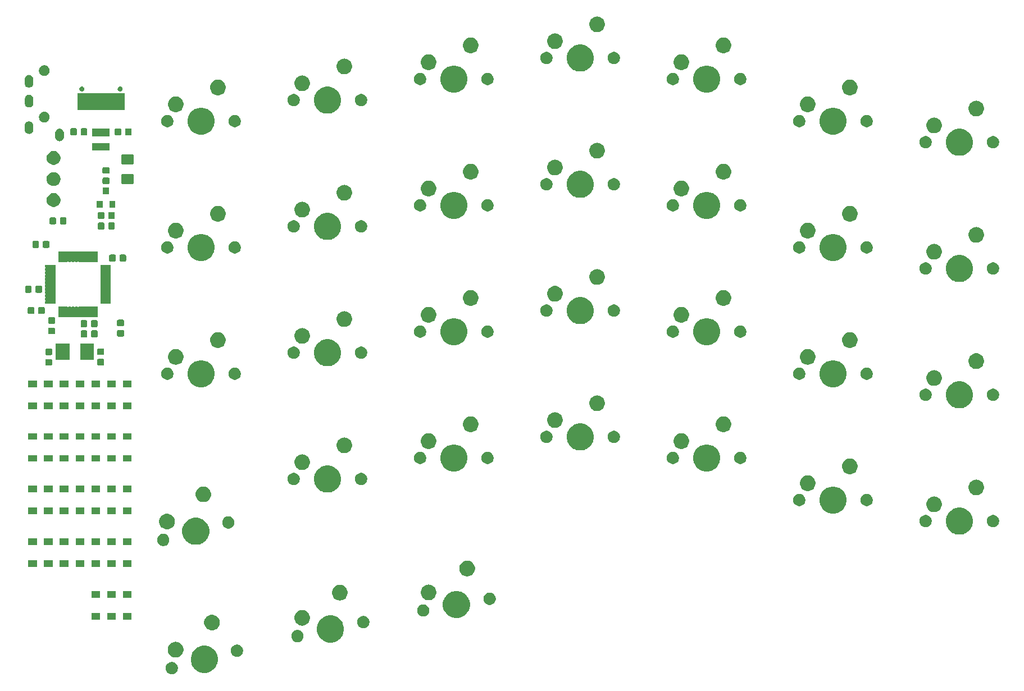
<source format=gbr>
G04 #@! TF.GenerationSoftware,KiCad,Pcbnew,(5.1.4-0)*
G04 #@! TF.CreationDate,2020-11-23T17:49:07+01:00*
G04 #@! TF.ProjectId,stm32split,73746d33-3273-4706-9c69-742e6b696361,rev?*
G04 #@! TF.SameCoordinates,Original*
G04 #@! TF.FileFunction,Soldermask,Top*
G04 #@! TF.FilePolarity,Negative*
%FSLAX46Y46*%
G04 Gerber Fmt 4.6, Leading zero omitted, Abs format (unit mm)*
G04 Created by KiCad (PCBNEW (5.1.4-0)) date 2020-11-23 17:49:07*
%MOMM*%
%LPD*%
G04 APERTURE LIST*
%ADD10C,0.100000*%
G04 APERTURE END LIST*
D10*
G36*
X117393201Y-142554386D02*
G01*
X117561723Y-142624190D01*
X117713388Y-142725529D01*
X117842369Y-142854510D01*
X117943708Y-143006175D01*
X118013512Y-143174697D01*
X118049097Y-143353598D01*
X118049097Y-143536004D01*
X118013512Y-143714905D01*
X117943708Y-143883427D01*
X117842369Y-144035092D01*
X117713388Y-144164073D01*
X117561723Y-144265412D01*
X117393201Y-144335216D01*
X117214300Y-144370801D01*
X117031894Y-144370801D01*
X116852993Y-144335216D01*
X116684471Y-144265412D01*
X116532806Y-144164073D01*
X116403825Y-144035092D01*
X116302486Y-143883427D01*
X116232682Y-143714905D01*
X116197097Y-143536004D01*
X116197097Y-143353598D01*
X116232682Y-143174697D01*
X116302486Y-143006175D01*
X116403825Y-142854510D01*
X116532806Y-142725529D01*
X116684471Y-142624190D01*
X116852993Y-142554386D01*
X117031894Y-142518801D01*
X117214300Y-142518801D01*
X117393201Y-142554386D01*
X117393201Y-142554386D01*
G37*
G36*
X122626474Y-140163684D02*
G01*
X122774284Y-140224909D01*
X122998623Y-140317833D01*
X123333548Y-140541623D01*
X123618377Y-140826452D01*
X123842167Y-141161377D01*
X123880460Y-141253825D01*
X123996316Y-141533526D01*
X124074900Y-141928594D01*
X124074900Y-142331406D01*
X123996316Y-142726474D01*
X123943281Y-142854511D01*
X123842167Y-143098623D01*
X123618377Y-143433548D01*
X123333548Y-143718377D01*
X122998623Y-143942167D01*
X122844474Y-144006017D01*
X122626474Y-144096316D01*
X122231406Y-144174900D01*
X121828594Y-144174900D01*
X121433526Y-144096316D01*
X121215526Y-144006017D01*
X121061377Y-143942167D01*
X120726452Y-143718377D01*
X120441623Y-143433548D01*
X120217833Y-143098623D01*
X120116719Y-142854511D01*
X120063684Y-142726474D01*
X119985100Y-142331406D01*
X119985100Y-141928594D01*
X120063684Y-141533526D01*
X120179540Y-141253825D01*
X120217833Y-141161377D01*
X120441623Y-140826452D01*
X120726452Y-140541623D01*
X121061377Y-140317833D01*
X121285716Y-140224909D01*
X121433526Y-140163684D01*
X121828594Y-140085100D01*
X122231406Y-140085100D01*
X122626474Y-140163684D01*
X122626474Y-140163684D01*
G37*
G36*
X117883982Y-139501713D02*
G01*
X118035449Y-139531842D01*
X118249467Y-139620491D01*
X118249468Y-139620492D01*
X118442076Y-139749188D01*
X118605883Y-139912995D01*
X118660401Y-139994588D01*
X118734580Y-140105604D01*
X118823229Y-140319622D01*
X118823229Y-140319624D01*
X118868079Y-140545096D01*
X118868422Y-140546823D01*
X118868422Y-140778475D01*
X118823229Y-141005676D01*
X118734580Y-141219694D01*
X118734579Y-141219695D01*
X118605883Y-141412303D01*
X118442076Y-141576110D01*
X118352728Y-141635810D01*
X118249467Y-141704807D01*
X118035449Y-141793456D01*
X117883982Y-141823585D01*
X117808249Y-141838649D01*
X117576595Y-141838649D01*
X117500862Y-141823585D01*
X117349395Y-141793456D01*
X117135377Y-141704807D01*
X117032116Y-141635810D01*
X116942768Y-141576110D01*
X116778961Y-141412303D01*
X116650265Y-141219695D01*
X116650264Y-141219694D01*
X116561615Y-141005676D01*
X116516422Y-140778475D01*
X116516422Y-140546823D01*
X116516766Y-140545096D01*
X116561615Y-140319624D01*
X116561615Y-140319622D01*
X116650264Y-140105604D01*
X116724443Y-139994588D01*
X116778961Y-139912995D01*
X116942768Y-139749188D01*
X117135376Y-139620492D01*
X117135377Y-139620491D01*
X117349395Y-139531842D01*
X117500862Y-139501713D01*
X117576595Y-139486649D01*
X117808249Y-139486649D01*
X117883982Y-139501713D01*
X117883982Y-139501713D01*
G37*
G36*
X127207007Y-139924784D02*
G01*
X127375529Y-139994588D01*
X127527194Y-140095927D01*
X127656175Y-140224908D01*
X127757514Y-140376573D01*
X127827318Y-140545095D01*
X127862903Y-140723996D01*
X127862903Y-140906402D01*
X127827318Y-141085303D01*
X127757514Y-141253825D01*
X127656175Y-141405490D01*
X127527194Y-141534471D01*
X127375529Y-141635810D01*
X127207007Y-141705614D01*
X127028106Y-141741199D01*
X126845700Y-141741199D01*
X126666799Y-141705614D01*
X126498277Y-141635810D01*
X126346612Y-141534471D01*
X126217631Y-141405490D01*
X126116292Y-141253825D01*
X126046488Y-141085303D01*
X126010903Y-140906402D01*
X126010903Y-140723996D01*
X126046488Y-140545095D01*
X126116292Y-140376573D01*
X126217631Y-140224908D01*
X126346612Y-140095927D01*
X126498277Y-139994588D01*
X126666799Y-139924784D01*
X126845700Y-139889199D01*
X127028106Y-139889199D01*
X127207007Y-139924784D01*
X127207007Y-139924784D01*
G37*
G36*
X141616474Y-135593684D02*
G01*
X141832580Y-135683198D01*
X141988623Y-135747833D01*
X142323548Y-135971623D01*
X142608377Y-136256452D01*
X142832167Y-136591377D01*
X142896017Y-136745526D01*
X142986316Y-136963526D01*
X143064900Y-137358594D01*
X143064900Y-137761406D01*
X142986316Y-138156474D01*
X142977579Y-138177566D01*
X142832167Y-138528623D01*
X142608377Y-138863548D01*
X142323548Y-139148377D01*
X141988623Y-139372167D01*
X141834474Y-139436017D01*
X141616474Y-139526316D01*
X141221406Y-139604900D01*
X140818594Y-139604900D01*
X140423526Y-139526316D01*
X140205526Y-139436017D01*
X140051377Y-139372167D01*
X139716452Y-139148377D01*
X139431623Y-138863548D01*
X139207833Y-138528623D01*
X139062421Y-138177566D01*
X139053684Y-138156474D01*
X138975100Y-137761406D01*
X138975100Y-137358594D01*
X139053684Y-136963526D01*
X139143983Y-136745526D01*
X139207833Y-136591377D01*
X139431623Y-136256452D01*
X139716452Y-135971623D01*
X140051377Y-135747833D01*
X140207420Y-135683198D01*
X140423526Y-135593684D01*
X140818594Y-135515100D01*
X141221406Y-135515100D01*
X141616474Y-135593684D01*
X141616474Y-135593684D01*
G37*
G36*
X136321114Y-137725776D02*
G01*
X136489636Y-137795580D01*
X136641301Y-137896919D01*
X136770282Y-138025900D01*
X136871621Y-138177565D01*
X136941425Y-138346087D01*
X136977010Y-138524988D01*
X136977010Y-138707394D01*
X136941425Y-138886295D01*
X136871621Y-139054817D01*
X136770282Y-139206482D01*
X136641301Y-139335463D01*
X136489636Y-139436802D01*
X136321114Y-139506606D01*
X136142213Y-139542191D01*
X135959807Y-139542191D01*
X135780906Y-139506606D01*
X135612384Y-139436802D01*
X135460719Y-139335463D01*
X135331738Y-139206482D01*
X135230399Y-139054817D01*
X135160595Y-138886295D01*
X135125010Y-138707394D01*
X135125010Y-138524988D01*
X135160595Y-138346087D01*
X135230399Y-138177565D01*
X135331738Y-138025900D01*
X135460719Y-137896919D01*
X135612384Y-137795580D01*
X135780906Y-137725776D01*
X135959807Y-137690191D01*
X136142213Y-137690191D01*
X136321114Y-137725776D01*
X136321114Y-137725776D01*
G37*
G36*
X123360211Y-135404760D02*
G01*
X123511678Y-135434889D01*
X123725696Y-135523538D01*
X123725697Y-135523539D01*
X123918305Y-135652235D01*
X124082112Y-135816042D01*
X124167909Y-135944447D01*
X124210809Y-136008651D01*
X124299458Y-136222669D01*
X124299458Y-136222671D01*
X124339644Y-136424695D01*
X124344651Y-136449870D01*
X124344651Y-136681522D01*
X124299458Y-136908723D01*
X124210809Y-137122741D01*
X124210808Y-137122742D01*
X124082112Y-137315350D01*
X123918305Y-137479157D01*
X123789900Y-137564954D01*
X123725696Y-137607854D01*
X123511678Y-137696503D01*
X123364512Y-137725776D01*
X123284478Y-137741696D01*
X123052824Y-137741696D01*
X122972790Y-137725776D01*
X122825624Y-137696503D01*
X122611606Y-137607854D01*
X122547402Y-137564954D01*
X122418997Y-137479157D01*
X122255190Y-137315350D01*
X122126494Y-137122742D01*
X122126493Y-137122741D01*
X122037844Y-136908723D01*
X121992651Y-136681522D01*
X121992651Y-136449870D01*
X121997659Y-136424695D01*
X122037844Y-136222671D01*
X122037844Y-136222669D01*
X122126493Y-136008651D01*
X122169393Y-135944447D01*
X122255190Y-135816042D01*
X122418997Y-135652235D01*
X122611605Y-135523539D01*
X122611606Y-135523538D01*
X122825624Y-135434889D01*
X122977091Y-135404760D01*
X123052824Y-135389696D01*
X123284478Y-135389696D01*
X123360211Y-135404760D01*
X123360211Y-135404760D01*
G37*
G36*
X146259094Y-135613394D02*
G01*
X146427616Y-135683198D01*
X146579281Y-135784537D01*
X146708262Y-135913518D01*
X146809601Y-136065183D01*
X146879405Y-136233705D01*
X146914990Y-136412606D01*
X146914990Y-136595012D01*
X146879405Y-136773913D01*
X146809601Y-136942435D01*
X146708262Y-137094100D01*
X146579281Y-137223081D01*
X146427616Y-137324420D01*
X146259094Y-137394224D01*
X146080193Y-137429809D01*
X145897787Y-137429809D01*
X145718886Y-137394224D01*
X145550364Y-137324420D01*
X145398699Y-137223081D01*
X145269718Y-137094100D01*
X145168379Y-136942435D01*
X145098575Y-136773913D01*
X145062990Y-136595012D01*
X145062990Y-136412606D01*
X145098575Y-136233705D01*
X145168379Y-136065183D01*
X145269718Y-135913518D01*
X145398699Y-135784537D01*
X145550364Y-135683198D01*
X145718886Y-135613394D01*
X145897787Y-135577809D01*
X146080193Y-135577809D01*
X146259094Y-135613394D01*
X146259094Y-135613394D01*
G37*
G36*
X136956722Y-134706713D02*
G01*
X137108189Y-134736842D01*
X137322207Y-134825491D01*
X137322208Y-134825492D01*
X137514816Y-134954188D01*
X137678623Y-135117995D01*
X137715742Y-135173548D01*
X137807320Y-135310604D01*
X137895969Y-135524622D01*
X137909706Y-135593684D01*
X137941162Y-135751822D01*
X137941162Y-135983476D01*
X137936154Y-136008651D01*
X137895969Y-136210676D01*
X137807320Y-136424694D01*
X137790498Y-136449870D01*
X137678623Y-136617303D01*
X137514816Y-136781110D01*
X137386411Y-136866907D01*
X137322207Y-136909807D01*
X137108189Y-136998456D01*
X136956722Y-137028585D01*
X136880989Y-137043649D01*
X136649335Y-137043649D01*
X136573602Y-137028585D01*
X136422135Y-136998456D01*
X136208117Y-136909807D01*
X136143913Y-136866907D01*
X136015508Y-136781110D01*
X135851701Y-136617303D01*
X135739826Y-136449870D01*
X135723004Y-136424694D01*
X135634355Y-136210676D01*
X135594170Y-136008651D01*
X135589162Y-135983476D01*
X135589162Y-135751822D01*
X135620618Y-135593684D01*
X135634355Y-135524622D01*
X135723004Y-135310604D01*
X135814582Y-135173548D01*
X135851701Y-135117995D01*
X136015508Y-134954188D01*
X136208116Y-134825492D01*
X136208117Y-134825491D01*
X136422135Y-134736842D01*
X136573602Y-134706713D01*
X136649335Y-134691649D01*
X136880989Y-134691649D01*
X136956722Y-134706713D01*
X136956722Y-134706713D01*
G37*
G36*
X108684750Y-136126000D02*
G01*
X107382750Y-136126000D01*
X107382750Y-135124000D01*
X108684750Y-135124000D01*
X108684750Y-136126000D01*
X108684750Y-136126000D01*
G37*
G36*
X106303500Y-136126000D02*
G01*
X105001500Y-136126000D01*
X105001500Y-135124000D01*
X106303500Y-135124000D01*
X106303500Y-136126000D01*
X106303500Y-136126000D01*
G37*
G36*
X111066000Y-136126000D02*
G01*
X109764000Y-136126000D01*
X109764000Y-135124000D01*
X111066000Y-135124000D01*
X111066000Y-136126000D01*
X111066000Y-136126000D01*
G37*
G36*
X160616474Y-131903684D02*
G01*
X160721260Y-131947088D01*
X160988623Y-132057833D01*
X161323548Y-132281623D01*
X161608377Y-132566452D01*
X161832167Y-132901377D01*
X161863231Y-132976373D01*
X161986316Y-133273526D01*
X162064900Y-133668594D01*
X162064900Y-134071406D01*
X161986316Y-134466474D01*
X161896017Y-134684474D01*
X161832167Y-134838623D01*
X161608377Y-135173548D01*
X161323548Y-135458377D01*
X160988623Y-135682167D01*
X160834474Y-135746017D01*
X160616474Y-135836316D01*
X160221406Y-135914900D01*
X159818594Y-135914900D01*
X159423526Y-135836316D01*
X159205526Y-135746017D01*
X159051377Y-135682167D01*
X158716452Y-135458377D01*
X158431623Y-135173548D01*
X158207833Y-134838623D01*
X158143983Y-134684474D01*
X158053684Y-134466474D01*
X157975100Y-134071406D01*
X157975100Y-133668594D01*
X158053684Y-133273526D01*
X158176769Y-132976373D01*
X158207833Y-132901377D01*
X158431623Y-132566452D01*
X158716452Y-132281623D01*
X159051377Y-132057833D01*
X159318740Y-131947088D01*
X159423526Y-131903684D01*
X159818594Y-131825100D01*
X160221406Y-131825100D01*
X160616474Y-131903684D01*
X160616474Y-131903684D01*
G37*
G36*
X155287281Y-133861718D02*
G01*
X155455803Y-133931522D01*
X155607468Y-134032861D01*
X155736449Y-134161842D01*
X155837788Y-134313507D01*
X155907592Y-134482029D01*
X155943177Y-134660930D01*
X155943177Y-134843336D01*
X155907592Y-135022237D01*
X155837788Y-135190759D01*
X155736449Y-135342424D01*
X155607468Y-135471405D01*
X155455803Y-135572744D01*
X155287281Y-135642548D01*
X155108380Y-135678133D01*
X154925974Y-135678133D01*
X154747073Y-135642548D01*
X154578551Y-135572744D01*
X154426886Y-135471405D01*
X154297905Y-135342424D01*
X154196566Y-135190759D01*
X154126762Y-135022237D01*
X154091177Y-134843336D01*
X154091177Y-134660930D01*
X154126762Y-134482029D01*
X154196566Y-134313507D01*
X154297905Y-134161842D01*
X154426886Y-134032861D01*
X154578551Y-133931522D01*
X154747073Y-133861718D01*
X154925974Y-133826133D01*
X155108380Y-133826133D01*
X155287281Y-133861718D01*
X155287281Y-133861718D01*
G37*
G36*
X165292927Y-132097452D02*
G01*
X165461449Y-132167256D01*
X165613114Y-132268595D01*
X165742095Y-132397576D01*
X165843434Y-132549241D01*
X165913238Y-132717763D01*
X165948823Y-132896664D01*
X165948823Y-133079070D01*
X165913238Y-133257971D01*
X165843434Y-133426493D01*
X165742095Y-133578158D01*
X165613114Y-133707139D01*
X165461449Y-133808478D01*
X165292927Y-133878282D01*
X165114026Y-133913867D01*
X164931620Y-133913867D01*
X164752719Y-133878282D01*
X164584197Y-133808478D01*
X164432532Y-133707139D01*
X164303551Y-133578158D01*
X164202212Y-133426493D01*
X164132408Y-133257971D01*
X164096823Y-133079070D01*
X164096823Y-132896664D01*
X164132408Y-132717763D01*
X164202212Y-132549241D01*
X164303551Y-132397576D01*
X164432532Y-132268595D01*
X164584197Y-132167256D01*
X164752719Y-132097452D01*
X164931620Y-132061867D01*
X165114026Y-132061867D01*
X165292927Y-132097452D01*
X165292927Y-132097452D01*
G37*
G36*
X142626806Y-130899381D02*
G01*
X142791331Y-130932107D01*
X143005349Y-131020756D01*
X143005350Y-131020757D01*
X143197958Y-131149453D01*
X143361765Y-131313260D01*
X143447562Y-131441665D01*
X143490462Y-131505869D01*
X143579111Y-131719887D01*
X143579111Y-131719889D01*
X143617795Y-131914362D01*
X143624304Y-131947088D01*
X143624304Y-132178740D01*
X143579111Y-132405941D01*
X143490462Y-132619959D01*
X143490461Y-132619960D01*
X143361765Y-132812568D01*
X143197958Y-132976375D01*
X143069553Y-133062172D01*
X143005349Y-133105072D01*
X142791331Y-133193721D01*
X142639864Y-133223850D01*
X142564131Y-133238914D01*
X142332477Y-133238914D01*
X142256744Y-133223850D01*
X142105277Y-133193721D01*
X141891259Y-133105072D01*
X141827055Y-133062172D01*
X141698650Y-132976375D01*
X141534843Y-132812568D01*
X141406147Y-132619960D01*
X141406146Y-132619959D01*
X141317497Y-132405941D01*
X141272304Y-132178740D01*
X141272304Y-131947088D01*
X141278814Y-131914362D01*
X141317497Y-131719889D01*
X141317497Y-131719887D01*
X141406146Y-131505869D01*
X141449046Y-131441665D01*
X141534843Y-131313260D01*
X141698650Y-131149453D01*
X141891258Y-131020757D01*
X141891259Y-131020756D01*
X142105277Y-130932107D01*
X142269802Y-130899381D01*
X142332477Y-130886914D01*
X142564131Y-130886914D01*
X142626806Y-130899381D01*
X142626806Y-130899381D01*
G37*
G36*
X156018376Y-130869252D02*
G01*
X156169843Y-130899381D01*
X156383861Y-130988030D01*
X156383862Y-130988031D01*
X156576470Y-131116727D01*
X156740277Y-131280534D01*
X156826074Y-131408939D01*
X156868974Y-131473143D01*
X156957623Y-131687161D01*
X156964133Y-131719889D01*
X157002816Y-131914361D01*
X157002816Y-132146015D01*
X156996306Y-132178741D01*
X156957623Y-132373215D01*
X156868974Y-132587233D01*
X156868973Y-132587234D01*
X156740277Y-132779842D01*
X156576470Y-132943649D01*
X156448065Y-133029446D01*
X156383861Y-133072346D01*
X156169843Y-133160995D01*
X156018376Y-133191124D01*
X155942643Y-133206188D01*
X155710989Y-133206188D01*
X155635256Y-133191124D01*
X155483789Y-133160995D01*
X155269771Y-133072346D01*
X155205567Y-133029446D01*
X155077162Y-132943649D01*
X154913355Y-132779842D01*
X154784659Y-132587234D01*
X154784658Y-132587233D01*
X154696009Y-132373215D01*
X154657326Y-132178741D01*
X154650816Y-132146015D01*
X154650816Y-131914361D01*
X154689499Y-131719889D01*
X154696009Y-131687161D01*
X154784658Y-131473143D01*
X154827558Y-131408939D01*
X154913355Y-131280534D01*
X155077162Y-131116727D01*
X155269770Y-130988031D01*
X155269771Y-130988030D01*
X155483789Y-130899381D01*
X155635256Y-130869252D01*
X155710989Y-130854188D01*
X155942643Y-130854188D01*
X156018376Y-130869252D01*
X156018376Y-130869252D01*
G37*
G36*
X111066000Y-132826000D02*
G01*
X109764000Y-132826000D01*
X109764000Y-131824000D01*
X111066000Y-131824000D01*
X111066000Y-132826000D01*
X111066000Y-132826000D01*
G37*
G36*
X106303500Y-132826000D02*
G01*
X105001500Y-132826000D01*
X105001500Y-131824000D01*
X106303500Y-131824000D01*
X106303500Y-132826000D01*
X106303500Y-132826000D01*
G37*
G36*
X108684750Y-132826000D02*
G01*
X107382750Y-132826000D01*
X107382750Y-131824000D01*
X108684750Y-131824000D01*
X108684750Y-132826000D01*
X108684750Y-132826000D01*
G37*
G36*
X161830839Y-127265174D02*
G01*
X161982306Y-127295303D01*
X162196324Y-127383952D01*
X162196325Y-127383953D01*
X162388933Y-127512649D01*
X162552740Y-127676456D01*
X162638537Y-127804861D01*
X162681437Y-127869065D01*
X162770086Y-128083083D01*
X162815279Y-128310284D01*
X162815279Y-128541936D01*
X162770086Y-128769137D01*
X162681437Y-128983155D01*
X162681436Y-128983156D01*
X162552740Y-129175764D01*
X162388933Y-129339571D01*
X162260528Y-129425368D01*
X162196324Y-129468268D01*
X161982306Y-129556917D01*
X161830839Y-129587046D01*
X161755106Y-129602110D01*
X161523452Y-129602110D01*
X161447719Y-129587046D01*
X161296252Y-129556917D01*
X161082234Y-129468268D01*
X161018030Y-129425368D01*
X160889625Y-129339571D01*
X160725818Y-129175764D01*
X160597122Y-128983156D01*
X160597121Y-128983155D01*
X160508472Y-128769137D01*
X160463279Y-128541936D01*
X160463279Y-128310284D01*
X160508472Y-128083083D01*
X160597121Y-127869065D01*
X160640021Y-127804861D01*
X160725818Y-127676456D01*
X160889625Y-127512649D01*
X161082233Y-127383953D01*
X161082234Y-127383952D01*
X161296252Y-127295303D01*
X161447719Y-127265174D01*
X161523452Y-127250110D01*
X161755106Y-127250110D01*
X161830839Y-127265174D01*
X161830839Y-127265174D01*
G37*
G36*
X111066000Y-128188500D02*
G01*
X109764000Y-128188500D01*
X109764000Y-127186500D01*
X111066000Y-127186500D01*
X111066000Y-128188500D01*
X111066000Y-128188500D01*
G37*
G36*
X96778500Y-128188500D02*
G01*
X95476500Y-128188500D01*
X95476500Y-127186500D01*
X96778500Y-127186500D01*
X96778500Y-128188500D01*
X96778500Y-128188500D01*
G37*
G36*
X99159750Y-128188500D02*
G01*
X97857750Y-128188500D01*
X97857750Y-127186500D01*
X99159750Y-127186500D01*
X99159750Y-128188500D01*
X99159750Y-128188500D01*
G37*
G36*
X101541000Y-128188500D02*
G01*
X100239000Y-128188500D01*
X100239000Y-127186500D01*
X101541000Y-127186500D01*
X101541000Y-128188500D01*
X101541000Y-128188500D01*
G37*
G36*
X103922250Y-128188500D02*
G01*
X102620250Y-128188500D01*
X102620250Y-127186500D01*
X103922250Y-127186500D01*
X103922250Y-128188500D01*
X103922250Y-128188500D01*
G37*
G36*
X106303500Y-128188500D02*
G01*
X105001500Y-128188500D01*
X105001500Y-127186500D01*
X106303500Y-127186500D01*
X106303500Y-128188500D01*
X106303500Y-128188500D01*
G37*
G36*
X108684750Y-128188500D02*
G01*
X107382750Y-128188500D01*
X107382750Y-127186500D01*
X108684750Y-127186500D01*
X108684750Y-128188500D01*
X108684750Y-128188500D01*
G37*
G36*
X116093201Y-123224386D02*
G01*
X116261723Y-123294190D01*
X116413388Y-123395529D01*
X116542369Y-123524510D01*
X116643708Y-123676175D01*
X116713512Y-123844697D01*
X116749097Y-124023598D01*
X116749097Y-124206004D01*
X116713512Y-124384905D01*
X116643708Y-124553427D01*
X116542369Y-124705092D01*
X116413388Y-124834073D01*
X116261723Y-124935412D01*
X116093201Y-125005216D01*
X115914300Y-125040801D01*
X115731894Y-125040801D01*
X115552993Y-125005216D01*
X115384471Y-124935412D01*
X115232806Y-124834073D01*
X115103825Y-124705092D01*
X115002486Y-124553427D01*
X114932682Y-124384905D01*
X114897097Y-124206004D01*
X114897097Y-124023598D01*
X114932682Y-123844697D01*
X115002486Y-123676175D01*
X115103825Y-123524510D01*
X115232806Y-123395529D01*
X115384471Y-123294190D01*
X115552993Y-123224386D01*
X115731894Y-123188801D01*
X115914300Y-123188801D01*
X116093201Y-123224386D01*
X116093201Y-123224386D01*
G37*
G36*
X96778500Y-124888500D02*
G01*
X95476500Y-124888500D01*
X95476500Y-123886500D01*
X96778500Y-123886500D01*
X96778500Y-124888500D01*
X96778500Y-124888500D01*
G37*
G36*
X101541000Y-124888500D02*
G01*
X100239000Y-124888500D01*
X100239000Y-123886500D01*
X101541000Y-123886500D01*
X101541000Y-124888500D01*
X101541000Y-124888500D01*
G37*
G36*
X103922250Y-124888500D02*
G01*
X102620250Y-124888500D01*
X102620250Y-123886500D01*
X103922250Y-123886500D01*
X103922250Y-124888500D01*
X103922250Y-124888500D01*
G37*
G36*
X106303500Y-124888500D02*
G01*
X105001500Y-124888500D01*
X105001500Y-123886500D01*
X106303500Y-123886500D01*
X106303500Y-124888500D01*
X106303500Y-124888500D01*
G37*
G36*
X108684750Y-124888500D02*
G01*
X107382750Y-124888500D01*
X107382750Y-123886500D01*
X108684750Y-123886500D01*
X108684750Y-124888500D01*
X108684750Y-124888500D01*
G37*
G36*
X99159750Y-124888500D02*
G01*
X97857750Y-124888500D01*
X97857750Y-123886500D01*
X99159750Y-123886500D01*
X99159750Y-124888500D01*
X99159750Y-124888500D01*
G37*
G36*
X111066000Y-124888500D02*
G01*
X109764000Y-124888500D01*
X109764000Y-123886500D01*
X111066000Y-123886500D01*
X111066000Y-124888500D01*
X111066000Y-124888500D01*
G37*
G36*
X121326474Y-120833684D02*
G01*
X121474284Y-120894909D01*
X121698623Y-120987833D01*
X122033548Y-121211623D01*
X122318377Y-121496452D01*
X122542167Y-121831377D01*
X122580460Y-121923825D01*
X122696316Y-122203526D01*
X122774900Y-122598594D01*
X122774900Y-123001406D01*
X122696316Y-123396474D01*
X122643281Y-123524511D01*
X122542167Y-123768623D01*
X122318377Y-124103548D01*
X122033548Y-124388377D01*
X121698623Y-124612167D01*
X121544474Y-124676017D01*
X121326474Y-124766316D01*
X120931406Y-124844900D01*
X120528594Y-124844900D01*
X120133526Y-124766316D01*
X119915526Y-124676017D01*
X119761377Y-124612167D01*
X119426452Y-124388377D01*
X119141623Y-124103548D01*
X118917833Y-123768623D01*
X118816719Y-123524511D01*
X118763684Y-123396474D01*
X118685100Y-123001406D01*
X118685100Y-122598594D01*
X118763684Y-122203526D01*
X118879540Y-121923825D01*
X118917833Y-121831377D01*
X119141623Y-121496452D01*
X119426452Y-121211623D01*
X119761377Y-120987833D01*
X119985716Y-120894909D01*
X120133526Y-120833684D01*
X120528594Y-120755100D01*
X120931406Y-120755100D01*
X121326474Y-120833684D01*
X121326474Y-120833684D01*
G37*
G36*
X236423974Y-119308684D02*
G01*
X236641974Y-119398983D01*
X236796123Y-119462833D01*
X237131048Y-119686623D01*
X237415877Y-119971452D01*
X237639667Y-120306377D01*
X237672062Y-120384586D01*
X237793816Y-120678526D01*
X237872400Y-121073594D01*
X237872400Y-121476406D01*
X237793816Y-121871474D01*
X237742951Y-121994272D01*
X237639667Y-122243623D01*
X237415877Y-122578548D01*
X237131048Y-122863377D01*
X236796123Y-123087167D01*
X236641974Y-123151017D01*
X236423974Y-123241316D01*
X236028906Y-123319900D01*
X235626094Y-123319900D01*
X235231026Y-123241316D01*
X235013026Y-123151017D01*
X234858877Y-123087167D01*
X234523952Y-122863377D01*
X234239123Y-122578548D01*
X234015333Y-122243623D01*
X233912049Y-121994272D01*
X233861184Y-121871474D01*
X233782600Y-121476406D01*
X233782600Y-121073594D01*
X233861184Y-120678526D01*
X233982938Y-120384586D01*
X234015333Y-120306377D01*
X234239123Y-119971452D01*
X234523952Y-119686623D01*
X234858877Y-119462833D01*
X235013026Y-119398983D01*
X235231026Y-119308684D01*
X235626094Y-119230100D01*
X236028906Y-119230100D01*
X236423974Y-119308684D01*
X236423974Y-119308684D01*
G37*
G36*
X116583982Y-120171713D02*
G01*
X116735449Y-120201842D01*
X116949467Y-120290491D01*
X116949468Y-120290492D01*
X117142076Y-120419188D01*
X117305883Y-120582995D01*
X117373846Y-120684709D01*
X117434580Y-120775604D01*
X117523229Y-120989622D01*
X117523229Y-120989624D01*
X117568422Y-121216822D01*
X117568422Y-121448476D01*
X117562866Y-121476406D01*
X117523229Y-121675676D01*
X117434580Y-121889694D01*
X117434579Y-121889695D01*
X117305883Y-122082303D01*
X117142076Y-122246110D01*
X117052728Y-122305810D01*
X116949467Y-122374807D01*
X116735449Y-122463456D01*
X116583982Y-122493585D01*
X116508249Y-122508649D01*
X116276595Y-122508649D01*
X116200862Y-122493585D01*
X116049395Y-122463456D01*
X115835377Y-122374807D01*
X115732116Y-122305810D01*
X115642768Y-122246110D01*
X115478961Y-122082303D01*
X115350265Y-121889695D01*
X115350264Y-121889694D01*
X115261615Y-121675676D01*
X115221978Y-121476406D01*
X115216422Y-121448476D01*
X115216422Y-121216822D01*
X115261615Y-120989624D01*
X115261615Y-120989622D01*
X115350264Y-120775604D01*
X115410998Y-120684709D01*
X115478961Y-120582995D01*
X115642768Y-120419188D01*
X115835376Y-120290492D01*
X115835377Y-120290491D01*
X116049395Y-120201842D01*
X116200862Y-120171713D01*
X116276595Y-120156649D01*
X116508249Y-120156649D01*
X116583982Y-120171713D01*
X116583982Y-120171713D01*
G37*
G36*
X125907007Y-120594784D02*
G01*
X126075529Y-120664588D01*
X126227194Y-120765927D01*
X126356175Y-120894908D01*
X126457514Y-121046573D01*
X126527318Y-121215095D01*
X126562903Y-121393996D01*
X126562903Y-121576402D01*
X126527318Y-121755303D01*
X126457514Y-121923825D01*
X126356175Y-122075490D01*
X126227194Y-122204471D01*
X126075529Y-122305810D01*
X125907007Y-122375614D01*
X125728106Y-122411199D01*
X125545700Y-122411199D01*
X125366799Y-122375614D01*
X125198277Y-122305810D01*
X125046612Y-122204471D01*
X124917631Y-122075490D01*
X124816292Y-121923825D01*
X124746488Y-121755303D01*
X124710903Y-121576402D01*
X124710903Y-121393996D01*
X124746488Y-121215095D01*
X124816292Y-121046573D01*
X124917631Y-120894908D01*
X125046612Y-120765927D01*
X125198277Y-120664588D01*
X125366799Y-120594784D01*
X125545700Y-120559199D01*
X125728106Y-120559199D01*
X125907007Y-120594784D01*
X125907007Y-120594784D01*
G37*
G36*
X241177604Y-120384585D02*
G01*
X241346126Y-120454389D01*
X241497791Y-120555728D01*
X241626772Y-120684709D01*
X241728111Y-120836374D01*
X241797915Y-121004896D01*
X241833500Y-121183797D01*
X241833500Y-121366203D01*
X241797915Y-121545104D01*
X241728111Y-121713626D01*
X241626772Y-121865291D01*
X241497791Y-121994272D01*
X241346126Y-122095611D01*
X241177604Y-122165415D01*
X240998703Y-122201000D01*
X240816297Y-122201000D01*
X240637396Y-122165415D01*
X240468874Y-122095611D01*
X240317209Y-121994272D01*
X240188228Y-121865291D01*
X240086889Y-121713626D01*
X240017085Y-121545104D01*
X239981500Y-121366203D01*
X239981500Y-121183797D01*
X240017085Y-121004896D01*
X240086889Y-120836374D01*
X240188228Y-120684709D01*
X240317209Y-120555728D01*
X240468874Y-120454389D01*
X240637396Y-120384585D01*
X240816297Y-120349000D01*
X240998703Y-120349000D01*
X241177604Y-120384585D01*
X241177604Y-120384585D01*
G37*
G36*
X231017604Y-120384585D02*
G01*
X231186126Y-120454389D01*
X231337791Y-120555728D01*
X231466772Y-120684709D01*
X231568111Y-120836374D01*
X231637915Y-121004896D01*
X231673500Y-121183797D01*
X231673500Y-121366203D01*
X231637915Y-121545104D01*
X231568111Y-121713626D01*
X231466772Y-121865291D01*
X231337791Y-121994272D01*
X231186126Y-122095611D01*
X231017604Y-122165415D01*
X230838703Y-122201000D01*
X230656297Y-122201000D01*
X230477396Y-122165415D01*
X230308874Y-122095611D01*
X230157209Y-121994272D01*
X230028228Y-121865291D01*
X229926889Y-121713626D01*
X229857085Y-121545104D01*
X229821500Y-121366203D01*
X229821500Y-121183797D01*
X229857085Y-121004896D01*
X229926889Y-120836374D01*
X230028228Y-120684709D01*
X230157209Y-120555728D01*
X230308874Y-120454389D01*
X230477396Y-120384585D01*
X230656297Y-120349000D01*
X230838703Y-120349000D01*
X231017604Y-120384585D01*
X231017604Y-120384585D01*
G37*
G36*
X108684750Y-120251000D02*
G01*
X107382750Y-120251000D01*
X107382750Y-119249000D01*
X108684750Y-119249000D01*
X108684750Y-120251000D01*
X108684750Y-120251000D01*
G37*
G36*
X111066000Y-120251000D02*
G01*
X109764000Y-120251000D01*
X109764000Y-119249000D01*
X111066000Y-119249000D01*
X111066000Y-120251000D01*
X111066000Y-120251000D01*
G37*
G36*
X106303500Y-120251000D02*
G01*
X105001500Y-120251000D01*
X105001500Y-119249000D01*
X106303500Y-119249000D01*
X106303500Y-120251000D01*
X106303500Y-120251000D01*
G37*
G36*
X103922250Y-120251000D02*
G01*
X102620250Y-120251000D01*
X102620250Y-119249000D01*
X103922250Y-119249000D01*
X103922250Y-120251000D01*
X103922250Y-120251000D01*
G37*
G36*
X101541000Y-120251000D02*
G01*
X100239000Y-120251000D01*
X100239000Y-119249000D01*
X101541000Y-119249000D01*
X101541000Y-120251000D01*
X101541000Y-120251000D01*
G37*
G36*
X99159750Y-120251000D02*
G01*
X97857750Y-120251000D01*
X97857750Y-119249000D01*
X99159750Y-119249000D01*
X99159750Y-120251000D01*
X99159750Y-120251000D01*
G37*
G36*
X96778500Y-120251000D02*
G01*
X95476500Y-120251000D01*
X95476500Y-119249000D01*
X96778500Y-119249000D01*
X96778500Y-120251000D01*
X96778500Y-120251000D01*
G37*
G36*
X217373974Y-116133684D02*
G01*
X217591974Y-116223983D01*
X217746123Y-116287833D01*
X218081048Y-116511623D01*
X218365877Y-116796452D01*
X218589667Y-117131377D01*
X218622062Y-117209586D01*
X218743816Y-117503526D01*
X218822400Y-117898594D01*
X218822400Y-118301406D01*
X218743816Y-118696474D01*
X218692951Y-118819272D01*
X218589667Y-119068623D01*
X218365877Y-119403548D01*
X218081048Y-119688377D01*
X217746123Y-119912167D01*
X217602996Y-119971452D01*
X217373974Y-120066316D01*
X216978906Y-120144900D01*
X216576094Y-120144900D01*
X216181026Y-120066316D01*
X215952004Y-119971452D01*
X215808877Y-119912167D01*
X215473952Y-119688377D01*
X215189123Y-119403548D01*
X214965333Y-119068623D01*
X214862049Y-118819272D01*
X214811184Y-118696474D01*
X214732600Y-118301406D01*
X214732600Y-117898594D01*
X214811184Y-117503526D01*
X214932938Y-117209586D01*
X214965333Y-117131377D01*
X215189123Y-116796452D01*
X215473952Y-116511623D01*
X215808877Y-116287833D01*
X215963026Y-116223983D01*
X216181026Y-116133684D01*
X216576094Y-116055100D01*
X216978906Y-116055100D01*
X217373974Y-116133684D01*
X217373974Y-116133684D01*
G37*
G36*
X232209060Y-117574064D02*
G01*
X232360527Y-117604193D01*
X232574545Y-117692842D01*
X232574546Y-117692843D01*
X232767154Y-117821539D01*
X232930961Y-117985346D01*
X232946630Y-118008797D01*
X233059658Y-118177955D01*
X233148307Y-118391973D01*
X233193500Y-118619174D01*
X233193500Y-118850826D01*
X233148307Y-119078027D01*
X233059658Y-119292045D01*
X233059657Y-119292046D01*
X232930961Y-119484654D01*
X232767154Y-119648461D01*
X232710040Y-119686623D01*
X232574545Y-119777158D01*
X232360527Y-119865807D01*
X232209060Y-119895936D01*
X232133327Y-119911000D01*
X231901673Y-119911000D01*
X231825940Y-119895936D01*
X231674473Y-119865807D01*
X231460455Y-119777158D01*
X231324960Y-119686623D01*
X231267846Y-119648461D01*
X231104039Y-119484654D01*
X230975343Y-119292046D01*
X230975342Y-119292045D01*
X230886693Y-119078027D01*
X230841500Y-118850826D01*
X230841500Y-118619174D01*
X230886693Y-118391973D01*
X230975342Y-118177955D01*
X231088370Y-118008797D01*
X231104039Y-117985346D01*
X231267846Y-117821539D01*
X231460454Y-117692843D01*
X231460455Y-117692842D01*
X231674473Y-117604193D01*
X231825940Y-117574064D01*
X231901673Y-117559000D01*
X232133327Y-117559000D01*
X232209060Y-117574064D01*
X232209060Y-117574064D01*
G37*
G36*
X211967604Y-117209585D02*
G01*
X212136126Y-117279389D01*
X212287791Y-117380728D01*
X212416772Y-117509709D01*
X212518111Y-117661374D01*
X212587915Y-117829896D01*
X212623500Y-118008797D01*
X212623500Y-118191203D01*
X212587915Y-118370104D01*
X212518111Y-118538626D01*
X212416772Y-118690291D01*
X212287791Y-118819272D01*
X212136126Y-118920611D01*
X211967604Y-118990415D01*
X211788703Y-119026000D01*
X211606297Y-119026000D01*
X211427396Y-118990415D01*
X211258874Y-118920611D01*
X211107209Y-118819272D01*
X210978228Y-118690291D01*
X210876889Y-118538626D01*
X210807085Y-118370104D01*
X210771500Y-118191203D01*
X210771500Y-118008797D01*
X210807085Y-117829896D01*
X210876889Y-117661374D01*
X210978228Y-117509709D01*
X211107209Y-117380728D01*
X211258874Y-117279389D01*
X211427396Y-117209585D01*
X211606297Y-117174000D01*
X211788703Y-117174000D01*
X211967604Y-117209585D01*
X211967604Y-117209585D01*
G37*
G36*
X222127604Y-117209585D02*
G01*
X222296126Y-117279389D01*
X222447791Y-117380728D01*
X222576772Y-117509709D01*
X222678111Y-117661374D01*
X222747915Y-117829896D01*
X222783500Y-118008797D01*
X222783500Y-118191203D01*
X222747915Y-118370104D01*
X222678111Y-118538626D01*
X222576772Y-118690291D01*
X222447791Y-118819272D01*
X222296126Y-118920611D01*
X222127604Y-118990415D01*
X221948703Y-119026000D01*
X221766297Y-119026000D01*
X221587396Y-118990415D01*
X221418874Y-118920611D01*
X221267209Y-118819272D01*
X221138228Y-118690291D01*
X221036889Y-118538626D01*
X220967085Y-118370104D01*
X220931500Y-118191203D01*
X220931500Y-118008797D01*
X220967085Y-117829896D01*
X221036889Y-117661374D01*
X221138228Y-117509709D01*
X221267209Y-117380728D01*
X221418874Y-117279389D01*
X221587396Y-117209585D01*
X221766297Y-117174000D01*
X221948703Y-117174000D01*
X222127604Y-117209585D01*
X222127604Y-117209585D01*
G37*
G36*
X122060211Y-116074760D02*
G01*
X122211678Y-116104889D01*
X122425696Y-116193538D01*
X122425697Y-116193539D01*
X122618305Y-116322235D01*
X122782112Y-116486042D01*
X122816847Y-116538027D01*
X122910809Y-116678651D01*
X122999458Y-116892669D01*
X123014820Y-116969900D01*
X123044651Y-117119869D01*
X123044651Y-117351523D01*
X123029587Y-117427256D01*
X122999458Y-117578723D01*
X122910809Y-117792741D01*
X122910808Y-117792742D01*
X122782112Y-117985350D01*
X122618305Y-118149157D01*
X122555378Y-118191203D01*
X122425696Y-118277854D01*
X122211678Y-118366503D01*
X122083631Y-118391973D01*
X121984478Y-118411696D01*
X121752824Y-118411696D01*
X121653671Y-118391973D01*
X121525624Y-118366503D01*
X121311606Y-118277854D01*
X121181924Y-118191203D01*
X121118997Y-118149157D01*
X120955190Y-117985350D01*
X120826494Y-117792742D01*
X120826493Y-117792741D01*
X120737844Y-117578723D01*
X120707715Y-117427256D01*
X120692651Y-117351523D01*
X120692651Y-117119869D01*
X120722482Y-116969900D01*
X120737844Y-116892669D01*
X120826493Y-116678651D01*
X120920455Y-116538027D01*
X120955190Y-116486042D01*
X121118997Y-116322235D01*
X121311605Y-116193539D01*
X121311606Y-116193538D01*
X121525624Y-116104889D01*
X121677091Y-116074760D01*
X121752824Y-116059696D01*
X121984478Y-116059696D01*
X122060211Y-116074760D01*
X122060211Y-116074760D01*
G37*
G36*
X238559060Y-115034064D02*
G01*
X238710527Y-115064193D01*
X238924545Y-115152842D01*
X238924546Y-115152843D01*
X239117154Y-115281539D01*
X239280961Y-115445346D01*
X239366758Y-115573751D01*
X239409658Y-115637955D01*
X239498307Y-115851973D01*
X239508462Y-115903025D01*
X239538712Y-116055100D01*
X239543500Y-116079174D01*
X239543500Y-116310826D01*
X239498307Y-116538027D01*
X239409658Y-116752045D01*
X239409657Y-116752046D01*
X239280961Y-116944654D01*
X239117154Y-117108461D01*
X238988749Y-117194258D01*
X238924545Y-117237158D01*
X238710527Y-117325807D01*
X238559060Y-117355936D01*
X238483327Y-117371000D01*
X238251673Y-117371000D01*
X238175940Y-117355936D01*
X238024473Y-117325807D01*
X237810455Y-117237158D01*
X237746251Y-117194258D01*
X237617846Y-117108461D01*
X237454039Y-116944654D01*
X237325343Y-116752046D01*
X237325342Y-116752045D01*
X237236693Y-116538027D01*
X237191500Y-116310826D01*
X237191500Y-116079174D01*
X237196289Y-116055100D01*
X237226538Y-115903025D01*
X237236693Y-115851973D01*
X237325342Y-115637955D01*
X237368242Y-115573751D01*
X237454039Y-115445346D01*
X237617846Y-115281539D01*
X237810454Y-115152843D01*
X237810455Y-115152842D01*
X238024473Y-115064193D01*
X238175940Y-115034064D01*
X238251673Y-115019000D01*
X238483327Y-115019000D01*
X238559060Y-115034064D01*
X238559060Y-115034064D01*
G37*
G36*
X141173974Y-112958684D02*
G01*
X141391974Y-113048983D01*
X141546123Y-113112833D01*
X141881048Y-113336623D01*
X142165877Y-113621452D01*
X142389667Y-113956377D01*
X142422062Y-114034586D01*
X142543816Y-114328526D01*
X142622400Y-114723594D01*
X142622400Y-115126406D01*
X142543816Y-115521474D01*
X142492951Y-115644272D01*
X142389667Y-115893623D01*
X142165877Y-116228548D01*
X141881048Y-116513377D01*
X141546123Y-116737167D01*
X141402996Y-116796452D01*
X141173974Y-116891316D01*
X140778906Y-116969900D01*
X140376094Y-116969900D01*
X139981026Y-116891316D01*
X139752004Y-116796452D01*
X139608877Y-116737167D01*
X139273952Y-116513377D01*
X138989123Y-116228548D01*
X138765333Y-115893623D01*
X138662049Y-115644272D01*
X138611184Y-115521474D01*
X138532600Y-115126406D01*
X138532600Y-114723594D01*
X138611184Y-114328526D01*
X138732938Y-114034586D01*
X138765333Y-113956377D01*
X138989123Y-113621452D01*
X139273952Y-113336623D01*
X139608877Y-113112833D01*
X139763026Y-113048983D01*
X139981026Y-112958684D01*
X140376094Y-112880100D01*
X140778906Y-112880100D01*
X141173974Y-112958684D01*
X141173974Y-112958684D01*
G37*
G36*
X103922250Y-116951000D02*
G01*
X102620250Y-116951000D01*
X102620250Y-115949000D01*
X103922250Y-115949000D01*
X103922250Y-116951000D01*
X103922250Y-116951000D01*
G37*
G36*
X96778500Y-116951000D02*
G01*
X95476500Y-116951000D01*
X95476500Y-115949000D01*
X96778500Y-115949000D01*
X96778500Y-116951000D01*
X96778500Y-116951000D01*
G37*
G36*
X106303500Y-116951000D02*
G01*
X105001500Y-116951000D01*
X105001500Y-115949000D01*
X106303500Y-115949000D01*
X106303500Y-116951000D01*
X106303500Y-116951000D01*
G37*
G36*
X99159750Y-116951000D02*
G01*
X97857750Y-116951000D01*
X97857750Y-115949000D01*
X99159750Y-115949000D01*
X99159750Y-116951000D01*
X99159750Y-116951000D01*
G37*
G36*
X101541000Y-116951000D02*
G01*
X100239000Y-116951000D01*
X100239000Y-115949000D01*
X101541000Y-115949000D01*
X101541000Y-116951000D01*
X101541000Y-116951000D01*
G37*
G36*
X111066000Y-116951000D02*
G01*
X109764000Y-116951000D01*
X109764000Y-115949000D01*
X111066000Y-115949000D01*
X111066000Y-116951000D01*
X111066000Y-116951000D01*
G37*
G36*
X108684750Y-116951000D02*
G01*
X107382750Y-116951000D01*
X107382750Y-115949000D01*
X108684750Y-115949000D01*
X108684750Y-116951000D01*
X108684750Y-116951000D01*
G37*
G36*
X213159060Y-114399064D02*
G01*
X213310527Y-114429193D01*
X213524545Y-114517842D01*
X213524546Y-114517843D01*
X213717154Y-114646539D01*
X213880961Y-114810346D01*
X213896630Y-114833797D01*
X214009658Y-115002955D01*
X214098307Y-115216973D01*
X214143500Y-115444174D01*
X214143500Y-115675826D01*
X214098307Y-115903027D01*
X214009658Y-116117045D01*
X214009657Y-116117046D01*
X213880961Y-116309654D01*
X213717154Y-116473461D01*
X213588749Y-116559258D01*
X213524545Y-116602158D01*
X213310527Y-116690807D01*
X213159060Y-116720936D01*
X213083327Y-116736000D01*
X212851673Y-116736000D01*
X212775940Y-116720936D01*
X212624473Y-116690807D01*
X212410455Y-116602158D01*
X212346251Y-116559258D01*
X212217846Y-116473461D01*
X212054039Y-116309654D01*
X211925343Y-116117046D01*
X211925342Y-116117045D01*
X211836693Y-115903027D01*
X211791500Y-115675826D01*
X211791500Y-115444174D01*
X211836693Y-115216973D01*
X211925342Y-115002955D01*
X212038370Y-114833797D01*
X212054039Y-114810346D01*
X212217846Y-114646539D01*
X212410454Y-114517843D01*
X212410455Y-114517842D01*
X212624473Y-114429193D01*
X212775940Y-114399064D01*
X212851673Y-114384000D01*
X213083327Y-114384000D01*
X213159060Y-114399064D01*
X213159060Y-114399064D01*
G37*
G36*
X145927604Y-114034585D02*
G01*
X146096126Y-114104389D01*
X146247791Y-114205728D01*
X146376772Y-114334709D01*
X146478111Y-114486374D01*
X146547915Y-114654896D01*
X146583500Y-114833797D01*
X146583500Y-115016203D01*
X146547915Y-115195104D01*
X146478111Y-115363626D01*
X146376772Y-115515291D01*
X146247791Y-115644272D01*
X146096126Y-115745611D01*
X145927604Y-115815415D01*
X145748703Y-115851000D01*
X145566297Y-115851000D01*
X145387396Y-115815415D01*
X145218874Y-115745611D01*
X145067209Y-115644272D01*
X144938228Y-115515291D01*
X144836889Y-115363626D01*
X144767085Y-115195104D01*
X144731500Y-115016203D01*
X144731500Y-114833797D01*
X144767085Y-114654896D01*
X144836889Y-114486374D01*
X144938228Y-114334709D01*
X145067209Y-114205728D01*
X145218874Y-114104389D01*
X145387396Y-114034585D01*
X145566297Y-113999000D01*
X145748703Y-113999000D01*
X145927604Y-114034585D01*
X145927604Y-114034585D01*
G37*
G36*
X135767604Y-114034585D02*
G01*
X135936126Y-114104389D01*
X136087791Y-114205728D01*
X136216772Y-114334709D01*
X136318111Y-114486374D01*
X136387915Y-114654896D01*
X136423500Y-114833797D01*
X136423500Y-115016203D01*
X136387915Y-115195104D01*
X136318111Y-115363626D01*
X136216772Y-115515291D01*
X136087791Y-115644272D01*
X135936126Y-115745611D01*
X135767604Y-115815415D01*
X135588703Y-115851000D01*
X135406297Y-115851000D01*
X135227396Y-115815415D01*
X135058874Y-115745611D01*
X134907209Y-115644272D01*
X134778228Y-115515291D01*
X134676889Y-115363626D01*
X134607085Y-115195104D01*
X134571500Y-115016203D01*
X134571500Y-114833797D01*
X134607085Y-114654896D01*
X134676889Y-114486374D01*
X134778228Y-114334709D01*
X134907209Y-114205728D01*
X135058874Y-114104389D01*
X135227396Y-114034585D01*
X135406297Y-113999000D01*
X135588703Y-113999000D01*
X135767604Y-114034585D01*
X135767604Y-114034585D01*
G37*
G36*
X219509060Y-111859064D02*
G01*
X219660527Y-111889193D01*
X219874545Y-111977842D01*
X219874546Y-111977843D01*
X220067154Y-112106539D01*
X220230961Y-112270346D01*
X220316758Y-112398751D01*
X220359658Y-112462955D01*
X220448307Y-112676973D01*
X220458462Y-112728025D01*
X220488712Y-112880100D01*
X220493500Y-112904174D01*
X220493500Y-113135826D01*
X220448307Y-113363027D01*
X220359658Y-113577045D01*
X220359657Y-113577046D01*
X220230961Y-113769654D01*
X220067154Y-113933461D01*
X219938749Y-114019258D01*
X219874545Y-114062158D01*
X219660527Y-114150807D01*
X219509060Y-114180936D01*
X219433327Y-114196000D01*
X219201673Y-114196000D01*
X219125940Y-114180936D01*
X218974473Y-114150807D01*
X218760455Y-114062158D01*
X218696251Y-114019258D01*
X218567846Y-113933461D01*
X218404039Y-113769654D01*
X218275343Y-113577046D01*
X218275342Y-113577045D01*
X218186693Y-113363027D01*
X218141500Y-113135826D01*
X218141500Y-112904174D01*
X218146289Y-112880100D01*
X218176538Y-112728025D01*
X218186693Y-112676973D01*
X218275342Y-112462955D01*
X218318242Y-112398751D01*
X218404039Y-112270346D01*
X218567846Y-112106539D01*
X218760454Y-111977843D01*
X218760455Y-111977842D01*
X218974473Y-111889193D01*
X219125940Y-111859064D01*
X219201673Y-111844000D01*
X219433327Y-111844000D01*
X219509060Y-111859064D01*
X219509060Y-111859064D01*
G37*
G36*
X198323974Y-109783684D02*
G01*
X198541974Y-109873983D01*
X198696123Y-109937833D01*
X199031048Y-110161623D01*
X199315877Y-110446452D01*
X199539667Y-110781377D01*
X199572062Y-110859586D01*
X199693816Y-111153526D01*
X199772400Y-111548594D01*
X199772400Y-111951406D01*
X199693816Y-112346474D01*
X199642951Y-112469272D01*
X199539667Y-112718623D01*
X199315877Y-113053548D01*
X199031048Y-113338377D01*
X198696123Y-113562167D01*
X198552996Y-113621452D01*
X198323974Y-113716316D01*
X197928906Y-113794900D01*
X197526094Y-113794900D01*
X197131026Y-113716316D01*
X196902004Y-113621452D01*
X196758877Y-113562167D01*
X196423952Y-113338377D01*
X196139123Y-113053548D01*
X195915333Y-112718623D01*
X195812049Y-112469272D01*
X195761184Y-112346474D01*
X195682600Y-111951406D01*
X195682600Y-111548594D01*
X195761184Y-111153526D01*
X195882938Y-110859586D01*
X195915333Y-110781377D01*
X196139123Y-110446452D01*
X196423952Y-110161623D01*
X196758877Y-109937833D01*
X196913026Y-109873983D01*
X197131026Y-109783684D01*
X197526094Y-109705100D01*
X197928906Y-109705100D01*
X198323974Y-109783684D01*
X198323974Y-109783684D01*
G37*
G36*
X160223974Y-109783684D02*
G01*
X160441974Y-109873983D01*
X160596123Y-109937833D01*
X160931048Y-110161623D01*
X161215877Y-110446452D01*
X161439667Y-110781377D01*
X161472062Y-110859586D01*
X161593816Y-111153526D01*
X161672400Y-111548594D01*
X161672400Y-111951406D01*
X161593816Y-112346474D01*
X161542951Y-112469272D01*
X161439667Y-112718623D01*
X161215877Y-113053548D01*
X160931048Y-113338377D01*
X160596123Y-113562167D01*
X160452996Y-113621452D01*
X160223974Y-113716316D01*
X159828906Y-113794900D01*
X159426094Y-113794900D01*
X159031026Y-113716316D01*
X158802004Y-113621452D01*
X158658877Y-113562167D01*
X158323952Y-113338377D01*
X158039123Y-113053548D01*
X157815333Y-112718623D01*
X157712049Y-112469272D01*
X157661184Y-112346474D01*
X157582600Y-111951406D01*
X157582600Y-111548594D01*
X157661184Y-111153526D01*
X157782938Y-110859586D01*
X157815333Y-110781377D01*
X158039123Y-110446452D01*
X158323952Y-110161623D01*
X158658877Y-109937833D01*
X158813026Y-109873983D01*
X159031026Y-109783684D01*
X159426094Y-109705100D01*
X159828906Y-109705100D01*
X160223974Y-109783684D01*
X160223974Y-109783684D01*
G37*
G36*
X136959060Y-111224064D02*
G01*
X137110527Y-111254193D01*
X137324545Y-111342842D01*
X137324546Y-111342843D01*
X137517154Y-111471539D01*
X137680961Y-111635346D01*
X137696630Y-111658797D01*
X137809658Y-111827955D01*
X137898307Y-112041973D01*
X137943500Y-112269174D01*
X137943500Y-112500826D01*
X137898307Y-112728027D01*
X137809658Y-112942045D01*
X137809657Y-112942046D01*
X137680961Y-113134654D01*
X137517154Y-113298461D01*
X137388749Y-113384258D01*
X137324545Y-113427158D01*
X137110527Y-113515807D01*
X136959060Y-113545936D01*
X136883327Y-113561000D01*
X136651673Y-113561000D01*
X136575940Y-113545936D01*
X136424473Y-113515807D01*
X136210455Y-113427158D01*
X136146251Y-113384258D01*
X136017846Y-113298461D01*
X135854039Y-113134654D01*
X135725343Y-112942046D01*
X135725342Y-112942045D01*
X135636693Y-112728027D01*
X135591500Y-112500826D01*
X135591500Y-112269174D01*
X135636693Y-112041973D01*
X135725342Y-111827955D01*
X135838370Y-111658797D01*
X135854039Y-111635346D01*
X136017846Y-111471539D01*
X136210454Y-111342843D01*
X136210455Y-111342842D01*
X136424473Y-111254193D01*
X136575940Y-111224064D01*
X136651673Y-111209000D01*
X136883327Y-111209000D01*
X136959060Y-111224064D01*
X136959060Y-111224064D01*
G37*
G36*
X164977604Y-110859585D02*
G01*
X165146126Y-110929389D01*
X165297791Y-111030728D01*
X165426772Y-111159709D01*
X165528111Y-111311374D01*
X165597915Y-111479896D01*
X165633500Y-111658797D01*
X165633500Y-111841203D01*
X165597915Y-112020104D01*
X165528111Y-112188626D01*
X165426772Y-112340291D01*
X165297791Y-112469272D01*
X165146126Y-112570611D01*
X164977604Y-112640415D01*
X164798703Y-112676000D01*
X164616297Y-112676000D01*
X164437396Y-112640415D01*
X164268874Y-112570611D01*
X164117209Y-112469272D01*
X163988228Y-112340291D01*
X163886889Y-112188626D01*
X163817085Y-112020104D01*
X163781500Y-111841203D01*
X163781500Y-111658797D01*
X163817085Y-111479896D01*
X163886889Y-111311374D01*
X163988228Y-111159709D01*
X164117209Y-111030728D01*
X164268874Y-110929389D01*
X164437396Y-110859585D01*
X164616297Y-110824000D01*
X164798703Y-110824000D01*
X164977604Y-110859585D01*
X164977604Y-110859585D01*
G37*
G36*
X154817604Y-110859585D02*
G01*
X154986126Y-110929389D01*
X155137791Y-111030728D01*
X155266772Y-111159709D01*
X155368111Y-111311374D01*
X155437915Y-111479896D01*
X155473500Y-111658797D01*
X155473500Y-111841203D01*
X155437915Y-112020104D01*
X155368111Y-112188626D01*
X155266772Y-112340291D01*
X155137791Y-112469272D01*
X154986126Y-112570611D01*
X154817604Y-112640415D01*
X154638703Y-112676000D01*
X154456297Y-112676000D01*
X154277396Y-112640415D01*
X154108874Y-112570611D01*
X153957209Y-112469272D01*
X153828228Y-112340291D01*
X153726889Y-112188626D01*
X153657085Y-112020104D01*
X153621500Y-111841203D01*
X153621500Y-111658797D01*
X153657085Y-111479896D01*
X153726889Y-111311374D01*
X153828228Y-111159709D01*
X153957209Y-111030728D01*
X154108874Y-110929389D01*
X154277396Y-110859585D01*
X154456297Y-110824000D01*
X154638703Y-110824000D01*
X154817604Y-110859585D01*
X154817604Y-110859585D01*
G37*
G36*
X192917604Y-110859585D02*
G01*
X193086126Y-110929389D01*
X193237791Y-111030728D01*
X193366772Y-111159709D01*
X193468111Y-111311374D01*
X193537915Y-111479896D01*
X193573500Y-111658797D01*
X193573500Y-111841203D01*
X193537915Y-112020104D01*
X193468111Y-112188626D01*
X193366772Y-112340291D01*
X193237791Y-112469272D01*
X193086126Y-112570611D01*
X192917604Y-112640415D01*
X192738703Y-112676000D01*
X192556297Y-112676000D01*
X192377396Y-112640415D01*
X192208874Y-112570611D01*
X192057209Y-112469272D01*
X191928228Y-112340291D01*
X191826889Y-112188626D01*
X191757085Y-112020104D01*
X191721500Y-111841203D01*
X191721500Y-111658797D01*
X191757085Y-111479896D01*
X191826889Y-111311374D01*
X191928228Y-111159709D01*
X192057209Y-111030728D01*
X192208874Y-110929389D01*
X192377396Y-110859585D01*
X192556297Y-110824000D01*
X192738703Y-110824000D01*
X192917604Y-110859585D01*
X192917604Y-110859585D01*
G37*
G36*
X203077604Y-110859585D02*
G01*
X203246126Y-110929389D01*
X203397791Y-111030728D01*
X203526772Y-111159709D01*
X203628111Y-111311374D01*
X203697915Y-111479896D01*
X203733500Y-111658797D01*
X203733500Y-111841203D01*
X203697915Y-112020104D01*
X203628111Y-112188626D01*
X203526772Y-112340291D01*
X203397791Y-112469272D01*
X203246126Y-112570611D01*
X203077604Y-112640415D01*
X202898703Y-112676000D01*
X202716297Y-112676000D01*
X202537396Y-112640415D01*
X202368874Y-112570611D01*
X202217209Y-112469272D01*
X202088228Y-112340291D01*
X201986889Y-112188626D01*
X201917085Y-112020104D01*
X201881500Y-111841203D01*
X201881500Y-111658797D01*
X201917085Y-111479896D01*
X201986889Y-111311374D01*
X202088228Y-111159709D01*
X202217209Y-111030728D01*
X202368874Y-110929389D01*
X202537396Y-110859585D01*
X202716297Y-110824000D01*
X202898703Y-110824000D01*
X203077604Y-110859585D01*
X203077604Y-110859585D01*
G37*
G36*
X96778500Y-112313500D02*
G01*
X95476500Y-112313500D01*
X95476500Y-111311500D01*
X96778500Y-111311500D01*
X96778500Y-112313500D01*
X96778500Y-112313500D01*
G37*
G36*
X99159750Y-112313500D02*
G01*
X97857750Y-112313500D01*
X97857750Y-111311500D01*
X99159750Y-111311500D01*
X99159750Y-112313500D01*
X99159750Y-112313500D01*
G37*
G36*
X101541000Y-112313500D02*
G01*
X100239000Y-112313500D01*
X100239000Y-111311500D01*
X101541000Y-111311500D01*
X101541000Y-112313500D01*
X101541000Y-112313500D01*
G37*
G36*
X103922250Y-112313500D02*
G01*
X102620250Y-112313500D01*
X102620250Y-111311500D01*
X103922250Y-111311500D01*
X103922250Y-112313500D01*
X103922250Y-112313500D01*
G37*
G36*
X106303500Y-112313500D02*
G01*
X105001500Y-112313500D01*
X105001500Y-111311500D01*
X106303500Y-111311500D01*
X106303500Y-112313500D01*
X106303500Y-112313500D01*
G37*
G36*
X108684750Y-112313500D02*
G01*
X107382750Y-112313500D01*
X107382750Y-111311500D01*
X108684750Y-111311500D01*
X108684750Y-112313500D01*
X108684750Y-112313500D01*
G37*
G36*
X111066000Y-112313500D02*
G01*
X109764000Y-112313500D01*
X109764000Y-111311500D01*
X111066000Y-111311500D01*
X111066000Y-112313500D01*
X111066000Y-112313500D01*
G37*
G36*
X143309060Y-108684064D02*
G01*
X143460527Y-108714193D01*
X143674545Y-108802842D01*
X143674546Y-108802843D01*
X143867154Y-108931539D01*
X144030961Y-109095346D01*
X144116758Y-109223751D01*
X144159658Y-109287955D01*
X144248307Y-109501973D01*
X144258462Y-109553025D01*
X144288712Y-109705100D01*
X144293500Y-109729174D01*
X144293500Y-109960826D01*
X144248307Y-110188027D01*
X144159658Y-110402045D01*
X144159657Y-110402046D01*
X144030961Y-110594654D01*
X143867154Y-110758461D01*
X143738749Y-110844258D01*
X143674545Y-110887158D01*
X143460527Y-110975807D01*
X143309060Y-111005936D01*
X143233327Y-111021000D01*
X143001673Y-111021000D01*
X142925940Y-111005936D01*
X142774473Y-110975807D01*
X142560455Y-110887158D01*
X142496251Y-110844258D01*
X142367846Y-110758461D01*
X142204039Y-110594654D01*
X142075343Y-110402046D01*
X142075342Y-110402045D01*
X141986693Y-110188027D01*
X141941500Y-109960826D01*
X141941500Y-109729174D01*
X141946289Y-109705100D01*
X141976538Y-109553025D01*
X141986693Y-109501973D01*
X142075342Y-109287955D01*
X142118242Y-109223751D01*
X142204039Y-109095346D01*
X142367846Y-108931539D01*
X142560454Y-108802843D01*
X142560455Y-108802842D01*
X142774473Y-108714193D01*
X142925940Y-108684064D01*
X143001673Y-108669000D01*
X143233327Y-108669000D01*
X143309060Y-108684064D01*
X143309060Y-108684064D01*
G37*
G36*
X179273974Y-106608684D02*
G01*
X179491974Y-106698983D01*
X179646123Y-106762833D01*
X179981048Y-106986623D01*
X180265877Y-107271452D01*
X180489667Y-107606377D01*
X180522062Y-107684586D01*
X180643816Y-107978526D01*
X180722400Y-108373594D01*
X180722400Y-108776406D01*
X180643816Y-109171474D01*
X180592951Y-109294272D01*
X180489667Y-109543623D01*
X180265877Y-109878548D01*
X179981048Y-110163377D01*
X179646123Y-110387167D01*
X179502996Y-110446452D01*
X179273974Y-110541316D01*
X178878906Y-110619900D01*
X178476094Y-110619900D01*
X178081026Y-110541316D01*
X177852004Y-110446452D01*
X177708877Y-110387167D01*
X177373952Y-110163377D01*
X177089123Y-109878548D01*
X176865333Y-109543623D01*
X176762049Y-109294272D01*
X176711184Y-109171474D01*
X176632600Y-108776406D01*
X176632600Y-108373594D01*
X176711184Y-107978526D01*
X176832938Y-107684586D01*
X176865333Y-107606377D01*
X177089123Y-107271452D01*
X177373952Y-106986623D01*
X177708877Y-106762833D01*
X177863026Y-106698983D01*
X178081026Y-106608684D01*
X178476094Y-106530100D01*
X178878906Y-106530100D01*
X179273974Y-106608684D01*
X179273974Y-106608684D01*
G37*
G36*
X156009060Y-108049064D02*
G01*
X156160527Y-108079193D01*
X156374545Y-108167842D01*
X156374546Y-108167843D01*
X156567154Y-108296539D01*
X156730961Y-108460346D01*
X156746630Y-108483797D01*
X156859658Y-108652955D01*
X156948307Y-108866973D01*
X156993500Y-109094174D01*
X156993500Y-109325826D01*
X156948307Y-109553027D01*
X156859658Y-109767045D01*
X156859657Y-109767046D01*
X156730961Y-109959654D01*
X156567154Y-110123461D01*
X156438749Y-110209258D01*
X156374545Y-110252158D01*
X156160527Y-110340807D01*
X156009060Y-110370936D01*
X155933327Y-110386000D01*
X155701673Y-110386000D01*
X155625940Y-110370936D01*
X155474473Y-110340807D01*
X155260455Y-110252158D01*
X155196251Y-110209258D01*
X155067846Y-110123461D01*
X154904039Y-109959654D01*
X154775343Y-109767046D01*
X154775342Y-109767045D01*
X154686693Y-109553027D01*
X154641500Y-109325826D01*
X154641500Y-109094174D01*
X154686693Y-108866973D01*
X154775342Y-108652955D01*
X154888370Y-108483797D01*
X154904039Y-108460346D01*
X155067846Y-108296539D01*
X155260454Y-108167843D01*
X155260455Y-108167842D01*
X155474473Y-108079193D01*
X155625940Y-108049064D01*
X155701673Y-108034000D01*
X155933327Y-108034000D01*
X156009060Y-108049064D01*
X156009060Y-108049064D01*
G37*
G36*
X194109060Y-108049064D02*
G01*
X194260527Y-108079193D01*
X194474545Y-108167842D01*
X194474546Y-108167843D01*
X194667154Y-108296539D01*
X194830961Y-108460346D01*
X194846630Y-108483797D01*
X194959658Y-108652955D01*
X195048307Y-108866973D01*
X195093500Y-109094174D01*
X195093500Y-109325826D01*
X195048307Y-109553027D01*
X194959658Y-109767045D01*
X194959657Y-109767046D01*
X194830961Y-109959654D01*
X194667154Y-110123461D01*
X194538749Y-110209258D01*
X194474545Y-110252158D01*
X194260527Y-110340807D01*
X194109060Y-110370936D01*
X194033327Y-110386000D01*
X193801673Y-110386000D01*
X193725940Y-110370936D01*
X193574473Y-110340807D01*
X193360455Y-110252158D01*
X193296251Y-110209258D01*
X193167846Y-110123461D01*
X193004039Y-109959654D01*
X192875343Y-109767046D01*
X192875342Y-109767045D01*
X192786693Y-109553027D01*
X192741500Y-109325826D01*
X192741500Y-109094174D01*
X192786693Y-108866973D01*
X192875342Y-108652955D01*
X192988370Y-108483797D01*
X193004039Y-108460346D01*
X193167846Y-108296539D01*
X193360454Y-108167843D01*
X193360455Y-108167842D01*
X193574473Y-108079193D01*
X193725940Y-108049064D01*
X193801673Y-108034000D01*
X194033327Y-108034000D01*
X194109060Y-108049064D01*
X194109060Y-108049064D01*
G37*
G36*
X184027604Y-107684585D02*
G01*
X184196126Y-107754389D01*
X184347791Y-107855728D01*
X184476772Y-107984709D01*
X184578111Y-108136374D01*
X184647915Y-108304896D01*
X184683500Y-108483797D01*
X184683500Y-108666203D01*
X184647915Y-108845104D01*
X184578111Y-109013626D01*
X184476772Y-109165291D01*
X184347791Y-109294272D01*
X184196126Y-109395611D01*
X184027604Y-109465415D01*
X183848703Y-109501000D01*
X183666297Y-109501000D01*
X183487396Y-109465415D01*
X183318874Y-109395611D01*
X183167209Y-109294272D01*
X183038228Y-109165291D01*
X182936889Y-109013626D01*
X182867085Y-108845104D01*
X182831500Y-108666203D01*
X182831500Y-108483797D01*
X182867085Y-108304896D01*
X182936889Y-108136374D01*
X183038228Y-107984709D01*
X183167209Y-107855728D01*
X183318874Y-107754389D01*
X183487396Y-107684585D01*
X183666297Y-107649000D01*
X183848703Y-107649000D01*
X184027604Y-107684585D01*
X184027604Y-107684585D01*
G37*
G36*
X173867604Y-107684585D02*
G01*
X174036126Y-107754389D01*
X174187791Y-107855728D01*
X174316772Y-107984709D01*
X174418111Y-108136374D01*
X174487915Y-108304896D01*
X174523500Y-108483797D01*
X174523500Y-108666203D01*
X174487915Y-108845104D01*
X174418111Y-109013626D01*
X174316772Y-109165291D01*
X174187791Y-109294272D01*
X174036126Y-109395611D01*
X173867604Y-109465415D01*
X173688703Y-109501000D01*
X173506297Y-109501000D01*
X173327396Y-109465415D01*
X173158874Y-109395611D01*
X173007209Y-109294272D01*
X172878228Y-109165291D01*
X172776889Y-109013626D01*
X172707085Y-108845104D01*
X172671500Y-108666203D01*
X172671500Y-108483797D01*
X172707085Y-108304896D01*
X172776889Y-108136374D01*
X172878228Y-107984709D01*
X173007209Y-107855728D01*
X173158874Y-107754389D01*
X173327396Y-107684585D01*
X173506297Y-107649000D01*
X173688703Y-107649000D01*
X173867604Y-107684585D01*
X173867604Y-107684585D01*
G37*
G36*
X106303500Y-109013500D02*
G01*
X105001500Y-109013500D01*
X105001500Y-108011500D01*
X106303500Y-108011500D01*
X106303500Y-109013500D01*
X106303500Y-109013500D01*
G37*
G36*
X96778500Y-109013500D02*
G01*
X95476500Y-109013500D01*
X95476500Y-108011500D01*
X96778500Y-108011500D01*
X96778500Y-109013500D01*
X96778500Y-109013500D01*
G37*
G36*
X99159750Y-109013500D02*
G01*
X97857750Y-109013500D01*
X97857750Y-108011500D01*
X99159750Y-108011500D01*
X99159750Y-109013500D01*
X99159750Y-109013500D01*
G37*
G36*
X101541000Y-109013500D02*
G01*
X100239000Y-109013500D01*
X100239000Y-108011500D01*
X101541000Y-108011500D01*
X101541000Y-109013500D01*
X101541000Y-109013500D01*
G37*
G36*
X103922250Y-109013500D02*
G01*
X102620250Y-109013500D01*
X102620250Y-108011500D01*
X103922250Y-108011500D01*
X103922250Y-109013500D01*
X103922250Y-109013500D01*
G37*
G36*
X108684750Y-109013500D02*
G01*
X107382750Y-109013500D01*
X107382750Y-108011500D01*
X108684750Y-108011500D01*
X108684750Y-109013500D01*
X108684750Y-109013500D01*
G37*
G36*
X111066000Y-109013500D02*
G01*
X109764000Y-109013500D01*
X109764000Y-108011500D01*
X111066000Y-108011500D01*
X111066000Y-109013500D01*
X111066000Y-109013500D01*
G37*
G36*
X200459060Y-105509064D02*
G01*
X200610527Y-105539193D01*
X200824545Y-105627842D01*
X200824546Y-105627843D01*
X201017154Y-105756539D01*
X201180961Y-105920346D01*
X201266758Y-106048751D01*
X201309658Y-106112955D01*
X201398307Y-106326973D01*
X201398307Y-106326975D01*
X201438712Y-106530100D01*
X201443500Y-106554174D01*
X201443500Y-106785826D01*
X201398307Y-107013027D01*
X201309658Y-107227045D01*
X201309657Y-107227046D01*
X201180961Y-107419654D01*
X201017154Y-107583461D01*
X200888749Y-107669258D01*
X200824545Y-107712158D01*
X200610527Y-107800807D01*
X200459060Y-107830936D01*
X200383327Y-107846000D01*
X200151673Y-107846000D01*
X200075940Y-107830936D01*
X199924473Y-107800807D01*
X199710455Y-107712158D01*
X199646251Y-107669258D01*
X199517846Y-107583461D01*
X199354039Y-107419654D01*
X199225343Y-107227046D01*
X199225342Y-107227045D01*
X199136693Y-107013027D01*
X199091500Y-106785826D01*
X199091500Y-106554174D01*
X199096289Y-106530100D01*
X199136693Y-106326975D01*
X199136693Y-106326973D01*
X199225342Y-106112955D01*
X199268242Y-106048751D01*
X199354039Y-105920346D01*
X199517846Y-105756539D01*
X199710454Y-105627843D01*
X199710455Y-105627842D01*
X199924473Y-105539193D01*
X200075940Y-105509064D01*
X200151673Y-105494000D01*
X200383327Y-105494000D01*
X200459060Y-105509064D01*
X200459060Y-105509064D01*
G37*
G36*
X162359060Y-105509064D02*
G01*
X162510527Y-105539193D01*
X162724545Y-105627842D01*
X162724546Y-105627843D01*
X162917154Y-105756539D01*
X163080961Y-105920346D01*
X163166758Y-106048751D01*
X163209658Y-106112955D01*
X163298307Y-106326973D01*
X163298307Y-106326975D01*
X163338712Y-106530100D01*
X163343500Y-106554174D01*
X163343500Y-106785826D01*
X163298307Y-107013027D01*
X163209658Y-107227045D01*
X163209657Y-107227046D01*
X163080961Y-107419654D01*
X162917154Y-107583461D01*
X162788749Y-107669258D01*
X162724545Y-107712158D01*
X162510527Y-107800807D01*
X162359060Y-107830936D01*
X162283327Y-107846000D01*
X162051673Y-107846000D01*
X161975940Y-107830936D01*
X161824473Y-107800807D01*
X161610455Y-107712158D01*
X161546251Y-107669258D01*
X161417846Y-107583461D01*
X161254039Y-107419654D01*
X161125343Y-107227046D01*
X161125342Y-107227045D01*
X161036693Y-107013027D01*
X160991500Y-106785826D01*
X160991500Y-106554174D01*
X160996289Y-106530100D01*
X161036693Y-106326975D01*
X161036693Y-106326973D01*
X161125342Y-106112955D01*
X161168242Y-106048751D01*
X161254039Y-105920346D01*
X161417846Y-105756539D01*
X161610454Y-105627843D01*
X161610455Y-105627842D01*
X161824473Y-105539193D01*
X161975940Y-105509064D01*
X162051673Y-105494000D01*
X162283327Y-105494000D01*
X162359060Y-105509064D01*
X162359060Y-105509064D01*
G37*
G36*
X175059060Y-104874064D02*
G01*
X175210527Y-104904193D01*
X175424545Y-104992842D01*
X175424546Y-104992843D01*
X175617154Y-105121539D01*
X175780961Y-105285346D01*
X175866758Y-105413751D01*
X175909658Y-105477955D01*
X175998307Y-105691973D01*
X176043500Y-105919174D01*
X176043500Y-106150826D01*
X175998307Y-106378027D01*
X175909658Y-106592045D01*
X175909657Y-106592046D01*
X175780961Y-106784654D01*
X175617154Y-106948461D01*
X175488749Y-107034258D01*
X175424545Y-107077158D01*
X175210527Y-107165807D01*
X175059060Y-107195936D01*
X174983327Y-107211000D01*
X174751673Y-107211000D01*
X174675940Y-107195936D01*
X174524473Y-107165807D01*
X174310455Y-107077158D01*
X174246251Y-107034258D01*
X174117846Y-106948461D01*
X173954039Y-106784654D01*
X173825343Y-106592046D01*
X173825342Y-106592045D01*
X173736693Y-106378027D01*
X173691500Y-106150826D01*
X173691500Y-105919174D01*
X173736693Y-105691973D01*
X173825342Y-105477955D01*
X173868242Y-105413751D01*
X173954039Y-105285346D01*
X174117846Y-105121539D01*
X174310454Y-104992843D01*
X174310455Y-104992842D01*
X174524473Y-104904193D01*
X174675940Y-104874064D01*
X174751673Y-104859000D01*
X174983327Y-104859000D01*
X175059060Y-104874064D01*
X175059060Y-104874064D01*
G37*
G36*
X181409060Y-102334064D02*
G01*
X181560527Y-102364193D01*
X181774545Y-102452842D01*
X181774546Y-102452843D01*
X181967154Y-102581539D01*
X182130961Y-102745346D01*
X182216758Y-102873751D01*
X182259658Y-102937955D01*
X182348307Y-103151973D01*
X182393500Y-103379174D01*
X182393500Y-103610826D01*
X182348307Y-103838027D01*
X182259658Y-104052045D01*
X182259657Y-104052046D01*
X182130961Y-104244654D01*
X181967154Y-104408461D01*
X181838749Y-104494258D01*
X181774545Y-104537158D01*
X181560527Y-104625807D01*
X181409060Y-104655936D01*
X181333327Y-104671000D01*
X181101673Y-104671000D01*
X181025940Y-104655936D01*
X180874473Y-104625807D01*
X180660455Y-104537158D01*
X180596251Y-104494258D01*
X180467846Y-104408461D01*
X180304039Y-104244654D01*
X180175343Y-104052046D01*
X180175342Y-104052045D01*
X180086693Y-103838027D01*
X180041500Y-103610826D01*
X180041500Y-103379174D01*
X180086693Y-103151973D01*
X180175342Y-102937955D01*
X180218242Y-102873751D01*
X180304039Y-102745346D01*
X180467846Y-102581539D01*
X180660454Y-102452843D01*
X180660455Y-102452842D01*
X180874473Y-102364193D01*
X181025940Y-102334064D01*
X181101673Y-102319000D01*
X181333327Y-102319000D01*
X181409060Y-102334064D01*
X181409060Y-102334064D01*
G37*
G36*
X101541000Y-104376000D02*
G01*
X100239000Y-104376000D01*
X100239000Y-103374000D01*
X101541000Y-103374000D01*
X101541000Y-104376000D01*
X101541000Y-104376000D01*
G37*
G36*
X111066000Y-104376000D02*
G01*
X109764000Y-104376000D01*
X109764000Y-103374000D01*
X111066000Y-103374000D01*
X111066000Y-104376000D01*
X111066000Y-104376000D01*
G37*
G36*
X108684750Y-104376000D02*
G01*
X107382750Y-104376000D01*
X107382750Y-103374000D01*
X108684750Y-103374000D01*
X108684750Y-104376000D01*
X108684750Y-104376000D01*
G37*
G36*
X106303500Y-104376000D02*
G01*
X105001500Y-104376000D01*
X105001500Y-103374000D01*
X106303500Y-103374000D01*
X106303500Y-104376000D01*
X106303500Y-104376000D01*
G37*
G36*
X103922250Y-104376000D02*
G01*
X102620250Y-104376000D01*
X102620250Y-103374000D01*
X103922250Y-103374000D01*
X103922250Y-104376000D01*
X103922250Y-104376000D01*
G37*
G36*
X99159750Y-104376000D02*
G01*
X97857750Y-104376000D01*
X97857750Y-103374000D01*
X99159750Y-103374000D01*
X99159750Y-104376000D01*
X99159750Y-104376000D01*
G37*
G36*
X96778500Y-104376000D02*
G01*
X95476500Y-104376000D01*
X95476500Y-103374000D01*
X96778500Y-103374000D01*
X96778500Y-104376000D01*
X96778500Y-104376000D01*
G37*
G36*
X236423974Y-100258684D02*
G01*
X236641974Y-100348983D01*
X236796123Y-100412833D01*
X237131048Y-100636623D01*
X237415877Y-100921452D01*
X237639667Y-101256377D01*
X237672062Y-101334586D01*
X237793816Y-101628526D01*
X237872400Y-102023594D01*
X237872400Y-102426406D01*
X237793816Y-102821474D01*
X237742951Y-102944272D01*
X237639667Y-103193623D01*
X237415877Y-103528548D01*
X237131048Y-103813377D01*
X236796123Y-104037167D01*
X236641974Y-104101017D01*
X236423974Y-104191316D01*
X236028906Y-104269900D01*
X235626094Y-104269900D01*
X235231026Y-104191316D01*
X235013026Y-104101017D01*
X234858877Y-104037167D01*
X234523952Y-103813377D01*
X234239123Y-103528548D01*
X234015333Y-103193623D01*
X233912049Y-102944272D01*
X233861184Y-102821474D01*
X233782600Y-102426406D01*
X233782600Y-102023594D01*
X233861184Y-101628526D01*
X233982938Y-101334586D01*
X234015333Y-101256377D01*
X234239123Y-100921452D01*
X234523952Y-100636623D01*
X234858877Y-100412833D01*
X235013026Y-100348983D01*
X235231026Y-100258684D01*
X235626094Y-100180100D01*
X236028906Y-100180100D01*
X236423974Y-100258684D01*
X236423974Y-100258684D01*
G37*
G36*
X241177604Y-101334585D02*
G01*
X241346126Y-101404389D01*
X241497791Y-101505728D01*
X241626772Y-101634709D01*
X241728111Y-101786374D01*
X241797915Y-101954896D01*
X241833500Y-102133797D01*
X241833500Y-102316203D01*
X241797915Y-102495104D01*
X241728111Y-102663626D01*
X241626772Y-102815291D01*
X241497791Y-102944272D01*
X241346126Y-103045611D01*
X241177604Y-103115415D01*
X240998703Y-103151000D01*
X240816297Y-103151000D01*
X240637396Y-103115415D01*
X240468874Y-103045611D01*
X240317209Y-102944272D01*
X240188228Y-102815291D01*
X240086889Y-102663626D01*
X240017085Y-102495104D01*
X239981500Y-102316203D01*
X239981500Y-102133797D01*
X240017085Y-101954896D01*
X240086889Y-101786374D01*
X240188228Y-101634709D01*
X240317209Y-101505728D01*
X240468874Y-101404389D01*
X240637396Y-101334585D01*
X240816297Y-101299000D01*
X240998703Y-101299000D01*
X241177604Y-101334585D01*
X241177604Y-101334585D01*
G37*
G36*
X231017604Y-101334585D02*
G01*
X231186126Y-101404389D01*
X231337791Y-101505728D01*
X231466772Y-101634709D01*
X231568111Y-101786374D01*
X231637915Y-101954896D01*
X231673500Y-102133797D01*
X231673500Y-102316203D01*
X231637915Y-102495104D01*
X231568111Y-102663626D01*
X231466772Y-102815291D01*
X231337791Y-102944272D01*
X231186126Y-103045611D01*
X231017604Y-103115415D01*
X230838703Y-103151000D01*
X230656297Y-103151000D01*
X230477396Y-103115415D01*
X230308874Y-103045611D01*
X230157209Y-102944272D01*
X230028228Y-102815291D01*
X229926889Y-102663626D01*
X229857085Y-102495104D01*
X229821500Y-102316203D01*
X229821500Y-102133797D01*
X229857085Y-101954896D01*
X229926889Y-101786374D01*
X230028228Y-101634709D01*
X230157209Y-101505728D01*
X230308874Y-101404389D01*
X230477396Y-101334585D01*
X230656297Y-101299000D01*
X230838703Y-101299000D01*
X231017604Y-101334585D01*
X231017604Y-101334585D01*
G37*
G36*
X217373974Y-97083684D02*
G01*
X217591974Y-97173983D01*
X217746123Y-97237833D01*
X218081048Y-97461623D01*
X218365877Y-97746452D01*
X218589667Y-98081377D01*
X218622062Y-98159586D01*
X218743816Y-98453526D01*
X218822400Y-98848594D01*
X218822400Y-99251406D01*
X218743816Y-99646474D01*
X218692951Y-99769272D01*
X218589667Y-100018623D01*
X218365877Y-100353548D01*
X218081048Y-100638377D01*
X217746123Y-100862167D01*
X217602996Y-100921452D01*
X217373974Y-101016316D01*
X216978906Y-101094900D01*
X216576094Y-101094900D01*
X216181026Y-101016316D01*
X215952004Y-100921452D01*
X215808877Y-100862167D01*
X215473952Y-100638377D01*
X215189123Y-100353548D01*
X214965333Y-100018623D01*
X214862049Y-99769272D01*
X214811184Y-99646474D01*
X214732600Y-99251406D01*
X214732600Y-98848594D01*
X214811184Y-98453526D01*
X214932938Y-98159586D01*
X214965333Y-98081377D01*
X215189123Y-97746452D01*
X215473952Y-97461623D01*
X215808877Y-97237833D01*
X215963026Y-97173983D01*
X216181026Y-97083684D01*
X216576094Y-97005100D01*
X216978906Y-97005100D01*
X217373974Y-97083684D01*
X217373974Y-97083684D01*
G37*
G36*
X122123974Y-97083684D02*
G01*
X122341974Y-97173983D01*
X122496123Y-97237833D01*
X122831048Y-97461623D01*
X123115877Y-97746452D01*
X123339667Y-98081377D01*
X123372062Y-98159586D01*
X123493816Y-98453526D01*
X123572400Y-98848594D01*
X123572400Y-99251406D01*
X123493816Y-99646474D01*
X123442951Y-99769272D01*
X123339667Y-100018623D01*
X123115877Y-100353548D01*
X122831048Y-100638377D01*
X122496123Y-100862167D01*
X122352996Y-100921452D01*
X122123974Y-101016316D01*
X121728906Y-101094900D01*
X121326094Y-101094900D01*
X120931026Y-101016316D01*
X120702004Y-100921452D01*
X120558877Y-100862167D01*
X120223952Y-100638377D01*
X119939123Y-100353548D01*
X119715333Y-100018623D01*
X119612049Y-99769272D01*
X119561184Y-99646474D01*
X119482600Y-99251406D01*
X119482600Y-98848594D01*
X119561184Y-98453526D01*
X119682938Y-98159586D01*
X119715333Y-98081377D01*
X119939123Y-97746452D01*
X120223952Y-97461623D01*
X120558877Y-97237833D01*
X120713026Y-97173983D01*
X120931026Y-97083684D01*
X121326094Y-97005100D01*
X121728906Y-97005100D01*
X122123974Y-97083684D01*
X122123974Y-97083684D01*
G37*
G36*
X111066000Y-101076000D02*
G01*
X109764000Y-101076000D01*
X109764000Y-100074000D01*
X111066000Y-100074000D01*
X111066000Y-101076000D01*
X111066000Y-101076000D01*
G37*
G36*
X108684750Y-101076000D02*
G01*
X107382750Y-101076000D01*
X107382750Y-100074000D01*
X108684750Y-100074000D01*
X108684750Y-101076000D01*
X108684750Y-101076000D01*
G37*
G36*
X96778500Y-101076000D02*
G01*
X95476500Y-101076000D01*
X95476500Y-100074000D01*
X96778500Y-100074000D01*
X96778500Y-101076000D01*
X96778500Y-101076000D01*
G37*
G36*
X99159750Y-101076000D02*
G01*
X97857750Y-101076000D01*
X97857750Y-100074000D01*
X99159750Y-100074000D01*
X99159750Y-101076000D01*
X99159750Y-101076000D01*
G37*
G36*
X103922250Y-101076000D02*
G01*
X102620250Y-101076000D01*
X102620250Y-100074000D01*
X103922250Y-100074000D01*
X103922250Y-101076000D01*
X103922250Y-101076000D01*
G37*
G36*
X106303500Y-101076000D02*
G01*
X105001500Y-101076000D01*
X105001500Y-100074000D01*
X106303500Y-100074000D01*
X106303500Y-101076000D01*
X106303500Y-101076000D01*
G37*
G36*
X101541000Y-101076000D02*
G01*
X100239000Y-101076000D01*
X100239000Y-100074000D01*
X101541000Y-100074000D01*
X101541000Y-101076000D01*
X101541000Y-101076000D01*
G37*
G36*
X232209060Y-98524064D02*
G01*
X232360527Y-98554193D01*
X232574545Y-98642842D01*
X232574546Y-98642843D01*
X232767154Y-98771539D01*
X232930961Y-98935346D01*
X232946630Y-98958797D01*
X233059658Y-99127955D01*
X233148307Y-99341973D01*
X233193500Y-99569174D01*
X233193500Y-99800826D01*
X233148307Y-100028027D01*
X233059658Y-100242045D01*
X233059657Y-100242046D01*
X232930961Y-100434654D01*
X232767154Y-100598461D01*
X232710040Y-100636623D01*
X232574545Y-100727158D01*
X232360527Y-100815807D01*
X232209060Y-100845936D01*
X232133327Y-100861000D01*
X231901673Y-100861000D01*
X231825940Y-100845936D01*
X231674473Y-100815807D01*
X231460455Y-100727158D01*
X231324960Y-100636623D01*
X231267846Y-100598461D01*
X231104039Y-100434654D01*
X230975343Y-100242046D01*
X230975342Y-100242045D01*
X230886693Y-100028027D01*
X230841500Y-99800826D01*
X230841500Y-99569174D01*
X230886693Y-99341973D01*
X230975342Y-99127955D01*
X231088370Y-98958797D01*
X231104039Y-98935346D01*
X231267846Y-98771539D01*
X231460454Y-98642843D01*
X231460455Y-98642842D01*
X231674473Y-98554193D01*
X231825940Y-98524064D01*
X231901673Y-98509000D01*
X232133327Y-98509000D01*
X232209060Y-98524064D01*
X232209060Y-98524064D01*
G37*
G36*
X116717604Y-98159585D02*
G01*
X116886126Y-98229389D01*
X117037791Y-98330728D01*
X117166772Y-98459709D01*
X117268111Y-98611374D01*
X117337915Y-98779896D01*
X117373500Y-98958797D01*
X117373500Y-99141203D01*
X117337915Y-99320104D01*
X117268111Y-99488626D01*
X117166772Y-99640291D01*
X117037791Y-99769272D01*
X116886126Y-99870611D01*
X116717604Y-99940415D01*
X116538703Y-99976000D01*
X116356297Y-99976000D01*
X116177396Y-99940415D01*
X116008874Y-99870611D01*
X115857209Y-99769272D01*
X115728228Y-99640291D01*
X115626889Y-99488626D01*
X115557085Y-99320104D01*
X115521500Y-99141203D01*
X115521500Y-98958797D01*
X115557085Y-98779896D01*
X115626889Y-98611374D01*
X115728228Y-98459709D01*
X115857209Y-98330728D01*
X116008874Y-98229389D01*
X116177396Y-98159585D01*
X116356297Y-98124000D01*
X116538703Y-98124000D01*
X116717604Y-98159585D01*
X116717604Y-98159585D01*
G37*
G36*
X211967604Y-98159585D02*
G01*
X212136126Y-98229389D01*
X212287791Y-98330728D01*
X212416772Y-98459709D01*
X212518111Y-98611374D01*
X212587915Y-98779896D01*
X212623500Y-98958797D01*
X212623500Y-99141203D01*
X212587915Y-99320104D01*
X212518111Y-99488626D01*
X212416772Y-99640291D01*
X212287791Y-99769272D01*
X212136126Y-99870611D01*
X211967604Y-99940415D01*
X211788703Y-99976000D01*
X211606297Y-99976000D01*
X211427396Y-99940415D01*
X211258874Y-99870611D01*
X211107209Y-99769272D01*
X210978228Y-99640291D01*
X210876889Y-99488626D01*
X210807085Y-99320104D01*
X210771500Y-99141203D01*
X210771500Y-98958797D01*
X210807085Y-98779896D01*
X210876889Y-98611374D01*
X210978228Y-98459709D01*
X211107209Y-98330728D01*
X211258874Y-98229389D01*
X211427396Y-98159585D01*
X211606297Y-98124000D01*
X211788703Y-98124000D01*
X211967604Y-98159585D01*
X211967604Y-98159585D01*
G37*
G36*
X222127604Y-98159585D02*
G01*
X222296126Y-98229389D01*
X222447791Y-98330728D01*
X222576772Y-98459709D01*
X222678111Y-98611374D01*
X222747915Y-98779896D01*
X222783500Y-98958797D01*
X222783500Y-99141203D01*
X222747915Y-99320104D01*
X222678111Y-99488626D01*
X222576772Y-99640291D01*
X222447791Y-99769272D01*
X222296126Y-99870611D01*
X222127604Y-99940415D01*
X221948703Y-99976000D01*
X221766297Y-99976000D01*
X221587396Y-99940415D01*
X221418874Y-99870611D01*
X221267209Y-99769272D01*
X221138228Y-99640291D01*
X221036889Y-99488626D01*
X220967085Y-99320104D01*
X220931500Y-99141203D01*
X220931500Y-98958797D01*
X220967085Y-98779896D01*
X221036889Y-98611374D01*
X221138228Y-98459709D01*
X221267209Y-98330728D01*
X221418874Y-98229389D01*
X221587396Y-98159585D01*
X221766297Y-98124000D01*
X221948703Y-98124000D01*
X222127604Y-98159585D01*
X222127604Y-98159585D01*
G37*
G36*
X126877604Y-98159585D02*
G01*
X127046126Y-98229389D01*
X127197791Y-98330728D01*
X127326772Y-98459709D01*
X127428111Y-98611374D01*
X127497915Y-98779896D01*
X127533500Y-98958797D01*
X127533500Y-99141203D01*
X127497915Y-99320104D01*
X127428111Y-99488626D01*
X127326772Y-99640291D01*
X127197791Y-99769272D01*
X127046126Y-99870611D01*
X126877604Y-99940415D01*
X126698703Y-99976000D01*
X126516297Y-99976000D01*
X126337396Y-99940415D01*
X126168874Y-99870611D01*
X126017209Y-99769272D01*
X125888228Y-99640291D01*
X125786889Y-99488626D01*
X125717085Y-99320104D01*
X125681500Y-99141203D01*
X125681500Y-98958797D01*
X125717085Y-98779896D01*
X125786889Y-98611374D01*
X125888228Y-98459709D01*
X126017209Y-98330728D01*
X126168874Y-98229389D01*
X126337396Y-98159585D01*
X126516297Y-98124000D01*
X126698703Y-98124000D01*
X126877604Y-98159585D01*
X126877604Y-98159585D01*
G37*
G36*
X238509720Y-95974250D02*
G01*
X238710527Y-96014193D01*
X238924545Y-96102842D01*
X238987793Y-96145103D01*
X239117154Y-96231539D01*
X239280961Y-96395346D01*
X239366758Y-96523751D01*
X239409658Y-96587955D01*
X239498307Y-96801973D01*
X239517330Y-96897610D01*
X239540303Y-97013099D01*
X239543500Y-97029174D01*
X239543500Y-97260826D01*
X239498307Y-97488027D01*
X239409658Y-97702045D01*
X239369353Y-97762366D01*
X239280961Y-97894654D01*
X239117154Y-98058461D01*
X238988749Y-98144258D01*
X238924545Y-98187158D01*
X238710527Y-98275807D01*
X238559060Y-98305936D01*
X238483327Y-98321000D01*
X238251673Y-98321000D01*
X238175940Y-98305936D01*
X238024473Y-98275807D01*
X237810455Y-98187158D01*
X237746251Y-98144258D01*
X237617846Y-98058461D01*
X237454039Y-97894654D01*
X237365647Y-97762366D01*
X237325342Y-97702045D01*
X237236693Y-97488027D01*
X237191500Y-97260826D01*
X237191500Y-97029174D01*
X237194698Y-97013099D01*
X237217670Y-96897610D01*
X237236693Y-96801973D01*
X237325342Y-96587955D01*
X237368242Y-96523751D01*
X237454039Y-96395346D01*
X237617846Y-96231539D01*
X237747207Y-96145103D01*
X237810455Y-96102842D01*
X238024473Y-96014193D01*
X238225280Y-95974250D01*
X238251673Y-95969000D01*
X238483327Y-95969000D01*
X238509720Y-95974250D01*
X238509720Y-95974250D01*
G37*
G36*
X141173974Y-93908684D02*
G01*
X141391974Y-93998983D01*
X141546123Y-94062833D01*
X141881048Y-94286623D01*
X142165877Y-94571452D01*
X142389667Y-94906377D01*
X142422062Y-94984586D01*
X142543816Y-95278526D01*
X142622400Y-95673594D01*
X142622400Y-96076406D01*
X142543816Y-96471474D01*
X142492951Y-96594272D01*
X142389667Y-96843623D01*
X142165877Y-97178548D01*
X141881048Y-97463377D01*
X141546123Y-97687167D01*
X141418961Y-97739839D01*
X141173974Y-97841316D01*
X140778906Y-97919900D01*
X140376094Y-97919900D01*
X139981026Y-97841316D01*
X139736039Y-97739839D01*
X139608877Y-97687167D01*
X139273952Y-97463377D01*
X138989123Y-97178548D01*
X138765333Y-96843623D01*
X138662049Y-96594272D01*
X138611184Y-96471474D01*
X138532600Y-96076406D01*
X138532600Y-95673594D01*
X138611184Y-95278526D01*
X138732938Y-94984586D01*
X138765333Y-94906377D01*
X138989123Y-94571452D01*
X139273952Y-94286623D01*
X139608877Y-94062833D01*
X139763026Y-93998983D01*
X139981026Y-93908684D01*
X140376094Y-93830100D01*
X140778906Y-93830100D01*
X141173974Y-93908684D01*
X141173974Y-93908684D01*
G37*
G36*
X98949591Y-96833085D02*
G01*
X98983569Y-96843393D01*
X99014890Y-96860134D01*
X99042339Y-96882661D01*
X99064866Y-96910110D01*
X99081607Y-96941431D01*
X99091915Y-96975409D01*
X99096000Y-97016890D01*
X99096000Y-97618110D01*
X99091915Y-97659591D01*
X99081607Y-97693569D01*
X99064866Y-97724890D01*
X99042339Y-97752339D01*
X99014890Y-97774866D01*
X98983569Y-97791607D01*
X98949591Y-97801915D01*
X98908110Y-97806000D01*
X98231890Y-97806000D01*
X98190409Y-97801915D01*
X98156431Y-97791607D01*
X98125110Y-97774866D01*
X98097661Y-97752339D01*
X98075134Y-97724890D01*
X98058393Y-97693569D01*
X98048085Y-97659591D01*
X98044000Y-97618110D01*
X98044000Y-97016890D01*
X98048085Y-96975409D01*
X98058393Y-96941431D01*
X98075134Y-96910110D01*
X98097661Y-96882661D01*
X98125110Y-96860134D01*
X98156431Y-96843393D01*
X98190409Y-96833085D01*
X98231890Y-96829000D01*
X98908110Y-96829000D01*
X98949591Y-96833085D01*
X98949591Y-96833085D01*
G37*
G36*
X106779591Y-96820585D02*
G01*
X106813569Y-96830893D01*
X106844890Y-96847634D01*
X106872339Y-96870161D01*
X106894866Y-96897610D01*
X106911607Y-96928931D01*
X106921915Y-96962909D01*
X106926000Y-97004390D01*
X106926000Y-97605610D01*
X106921915Y-97647091D01*
X106911607Y-97681069D01*
X106894866Y-97712390D01*
X106872339Y-97739839D01*
X106844890Y-97762366D01*
X106813569Y-97779107D01*
X106779591Y-97789415D01*
X106738110Y-97793500D01*
X106061890Y-97793500D01*
X106020409Y-97789415D01*
X105986431Y-97779107D01*
X105955110Y-97762366D01*
X105927661Y-97739839D01*
X105905134Y-97712390D01*
X105888393Y-97681069D01*
X105878085Y-97647091D01*
X105874000Y-97605610D01*
X105874000Y-97004390D01*
X105878085Y-96962909D01*
X105888393Y-96928931D01*
X105905134Y-96897610D01*
X105927661Y-96870161D01*
X105955110Y-96847634D01*
X105986431Y-96830893D01*
X106020409Y-96820585D01*
X106061890Y-96816500D01*
X106738110Y-96816500D01*
X106779591Y-96820585D01*
X106779591Y-96820585D01*
G37*
G36*
X213159060Y-95349064D02*
G01*
X213310527Y-95379193D01*
X213524545Y-95467842D01*
X213588749Y-95510742D01*
X213717154Y-95596539D01*
X213880961Y-95760346D01*
X213896630Y-95783797D01*
X214009658Y-95952955D01*
X214098307Y-96166973D01*
X214143500Y-96394174D01*
X214143500Y-96625826D01*
X214098307Y-96853027D01*
X214009658Y-97067045D01*
X214009657Y-97067046D01*
X213880961Y-97259654D01*
X213717154Y-97423461D01*
X213588749Y-97509258D01*
X213524545Y-97552158D01*
X213310527Y-97640807D01*
X213216093Y-97659591D01*
X213083327Y-97686000D01*
X212851673Y-97686000D01*
X212718907Y-97659591D01*
X212624473Y-97640807D01*
X212410455Y-97552158D01*
X212346251Y-97509258D01*
X212217846Y-97423461D01*
X212054039Y-97259654D01*
X211925343Y-97067046D01*
X211925342Y-97067045D01*
X211836693Y-96853027D01*
X211791500Y-96625826D01*
X211791500Y-96394174D01*
X211836693Y-96166973D01*
X211925342Y-95952955D01*
X212038370Y-95783797D01*
X212054039Y-95760346D01*
X212217846Y-95596539D01*
X212346251Y-95510742D01*
X212410455Y-95467842D01*
X212624473Y-95379193D01*
X212775940Y-95349064D01*
X212851673Y-95334000D01*
X213083327Y-95334000D01*
X213159060Y-95349064D01*
X213159060Y-95349064D01*
G37*
G36*
X117909060Y-95349064D02*
G01*
X118060527Y-95379193D01*
X118274545Y-95467842D01*
X118338749Y-95510742D01*
X118467154Y-95596539D01*
X118630961Y-95760346D01*
X118646630Y-95783797D01*
X118759658Y-95952955D01*
X118848307Y-96166973D01*
X118893500Y-96394174D01*
X118893500Y-96625826D01*
X118848307Y-96853027D01*
X118759658Y-97067045D01*
X118759657Y-97067046D01*
X118630961Y-97259654D01*
X118467154Y-97423461D01*
X118338749Y-97509258D01*
X118274545Y-97552158D01*
X118060527Y-97640807D01*
X117966093Y-97659591D01*
X117833327Y-97686000D01*
X117601673Y-97686000D01*
X117468907Y-97659591D01*
X117374473Y-97640807D01*
X117160455Y-97552158D01*
X117096251Y-97509258D01*
X116967846Y-97423461D01*
X116804039Y-97259654D01*
X116675343Y-97067046D01*
X116675342Y-97067045D01*
X116586693Y-96853027D01*
X116541500Y-96625826D01*
X116541500Y-96394174D01*
X116586693Y-96166973D01*
X116675342Y-95952955D01*
X116788370Y-95783797D01*
X116804039Y-95760346D01*
X116967846Y-95596539D01*
X117096251Y-95510742D01*
X117160455Y-95467842D01*
X117374473Y-95379193D01*
X117525940Y-95349064D01*
X117601673Y-95334000D01*
X117833327Y-95334000D01*
X117909060Y-95349064D01*
X117909060Y-95349064D01*
G37*
G36*
X101691000Y-96991000D02*
G01*
X99589000Y-96991000D01*
X99589000Y-94489000D01*
X101691000Y-94489000D01*
X101691000Y-96991000D01*
X101691000Y-96991000D01*
G37*
G36*
X105391000Y-96991000D02*
G01*
X103289000Y-96991000D01*
X103289000Y-94489000D01*
X105391000Y-94489000D01*
X105391000Y-96991000D01*
X105391000Y-96991000D01*
G37*
G36*
X135767604Y-94984585D02*
G01*
X135936126Y-95054389D01*
X136087791Y-95155728D01*
X136216772Y-95284709D01*
X136318111Y-95436374D01*
X136387915Y-95604896D01*
X136423500Y-95783797D01*
X136423500Y-95966203D01*
X136387915Y-96145104D01*
X136318111Y-96313626D01*
X136216772Y-96465291D01*
X136087791Y-96594272D01*
X135936126Y-96695611D01*
X135767604Y-96765415D01*
X135588703Y-96801000D01*
X135406297Y-96801000D01*
X135227396Y-96765415D01*
X135058874Y-96695611D01*
X134907209Y-96594272D01*
X134778228Y-96465291D01*
X134676889Y-96313626D01*
X134607085Y-96145104D01*
X134571500Y-95966203D01*
X134571500Y-95783797D01*
X134607085Y-95604896D01*
X134676889Y-95436374D01*
X134778228Y-95284709D01*
X134907209Y-95155728D01*
X135058874Y-95054389D01*
X135227396Y-94984585D01*
X135406297Y-94949000D01*
X135588703Y-94949000D01*
X135767604Y-94984585D01*
X135767604Y-94984585D01*
G37*
G36*
X145927604Y-94984585D02*
G01*
X146096126Y-95054389D01*
X146247791Y-95155728D01*
X146376772Y-95284709D01*
X146478111Y-95436374D01*
X146547915Y-95604896D01*
X146583500Y-95783797D01*
X146583500Y-95966203D01*
X146547915Y-96145104D01*
X146478111Y-96313626D01*
X146376772Y-96465291D01*
X146247791Y-96594272D01*
X146096126Y-96695611D01*
X145927604Y-96765415D01*
X145748703Y-96801000D01*
X145566297Y-96801000D01*
X145387396Y-96765415D01*
X145218874Y-96695611D01*
X145067209Y-96594272D01*
X144938228Y-96465291D01*
X144836889Y-96313626D01*
X144767085Y-96145104D01*
X144731500Y-95966203D01*
X144731500Y-95783797D01*
X144767085Y-95604896D01*
X144836889Y-95436374D01*
X144938228Y-95284709D01*
X145067209Y-95155728D01*
X145218874Y-95054389D01*
X145387396Y-94984585D01*
X145566297Y-94949000D01*
X145748703Y-94949000D01*
X145927604Y-94984585D01*
X145927604Y-94984585D01*
G37*
G36*
X98949591Y-95258085D02*
G01*
X98983569Y-95268393D01*
X99014890Y-95285134D01*
X99042339Y-95307661D01*
X99064866Y-95335110D01*
X99081607Y-95366431D01*
X99091915Y-95400409D01*
X99096000Y-95441890D01*
X99096000Y-96043110D01*
X99091915Y-96084591D01*
X99081607Y-96118569D01*
X99064866Y-96149890D01*
X99042339Y-96177339D01*
X99014890Y-96199866D01*
X98983569Y-96216607D01*
X98949591Y-96226915D01*
X98908110Y-96231000D01*
X98231890Y-96231000D01*
X98190409Y-96226915D01*
X98156431Y-96216607D01*
X98125110Y-96199866D01*
X98097661Y-96177339D01*
X98075134Y-96149890D01*
X98058393Y-96118569D01*
X98048085Y-96084591D01*
X98044000Y-96043110D01*
X98044000Y-95441890D01*
X98048085Y-95400409D01*
X98058393Y-95366431D01*
X98075134Y-95335110D01*
X98097661Y-95307661D01*
X98125110Y-95285134D01*
X98156431Y-95268393D01*
X98190409Y-95258085D01*
X98231890Y-95254000D01*
X98908110Y-95254000D01*
X98949591Y-95258085D01*
X98949591Y-95258085D01*
G37*
G36*
X106779591Y-95245585D02*
G01*
X106813569Y-95255893D01*
X106844890Y-95272634D01*
X106872339Y-95295161D01*
X106894866Y-95322610D01*
X106911607Y-95353931D01*
X106921915Y-95387909D01*
X106926000Y-95429390D01*
X106926000Y-96030610D01*
X106921915Y-96072091D01*
X106911607Y-96106069D01*
X106894866Y-96137390D01*
X106872339Y-96164839D01*
X106844890Y-96187366D01*
X106813569Y-96204107D01*
X106779591Y-96214415D01*
X106738110Y-96218500D01*
X106061890Y-96218500D01*
X106020409Y-96214415D01*
X105986431Y-96204107D01*
X105955110Y-96187366D01*
X105927661Y-96164839D01*
X105905134Y-96137390D01*
X105888393Y-96106069D01*
X105878085Y-96072091D01*
X105874000Y-96030610D01*
X105874000Y-95429390D01*
X105878085Y-95387909D01*
X105888393Y-95353931D01*
X105905134Y-95322610D01*
X105927661Y-95295161D01*
X105955110Y-95272634D01*
X105986431Y-95255893D01*
X106020409Y-95245585D01*
X106061890Y-95241500D01*
X106738110Y-95241500D01*
X106779591Y-95245585D01*
X106779591Y-95245585D01*
G37*
G36*
X124259060Y-92809064D02*
G01*
X124410527Y-92839193D01*
X124624545Y-92927842D01*
X124624546Y-92927843D01*
X124817154Y-93056539D01*
X124980961Y-93220346D01*
X125032660Y-93297720D01*
X125109658Y-93412955D01*
X125198307Y-93626973D01*
X125208462Y-93678025D01*
X125238712Y-93830100D01*
X125243500Y-93854174D01*
X125243500Y-94085826D01*
X125198307Y-94313027D01*
X125109658Y-94527045D01*
X125109657Y-94527046D01*
X124980961Y-94719654D01*
X124817154Y-94883461D01*
X124688749Y-94969258D01*
X124624545Y-95012158D01*
X124410527Y-95100807D01*
X124259060Y-95130936D01*
X124183327Y-95146000D01*
X123951673Y-95146000D01*
X123875940Y-95130936D01*
X123724473Y-95100807D01*
X123510455Y-95012158D01*
X123446251Y-94969258D01*
X123317846Y-94883461D01*
X123154039Y-94719654D01*
X123025343Y-94527046D01*
X123025342Y-94527045D01*
X122936693Y-94313027D01*
X122891500Y-94085826D01*
X122891500Y-93854174D01*
X122896289Y-93830100D01*
X122926538Y-93678025D01*
X122936693Y-93626973D01*
X123025342Y-93412955D01*
X123102340Y-93297720D01*
X123154039Y-93220346D01*
X123317846Y-93056539D01*
X123510454Y-92927843D01*
X123510455Y-92927842D01*
X123724473Y-92839193D01*
X123875940Y-92809064D01*
X123951673Y-92794000D01*
X124183327Y-92794000D01*
X124259060Y-92809064D01*
X124259060Y-92809064D01*
G37*
G36*
X219509060Y-92809064D02*
G01*
X219660527Y-92839193D01*
X219874545Y-92927842D01*
X219874546Y-92927843D01*
X220067154Y-93056539D01*
X220230961Y-93220346D01*
X220282660Y-93297720D01*
X220359658Y-93412955D01*
X220448307Y-93626973D01*
X220458462Y-93678025D01*
X220488712Y-93830100D01*
X220493500Y-93854174D01*
X220493500Y-94085826D01*
X220448307Y-94313027D01*
X220359658Y-94527045D01*
X220359657Y-94527046D01*
X220230961Y-94719654D01*
X220067154Y-94883461D01*
X219938749Y-94969258D01*
X219874545Y-95012158D01*
X219660527Y-95100807D01*
X219509060Y-95130936D01*
X219433327Y-95146000D01*
X219201673Y-95146000D01*
X219125940Y-95130936D01*
X218974473Y-95100807D01*
X218760455Y-95012158D01*
X218696251Y-94969258D01*
X218567846Y-94883461D01*
X218404039Y-94719654D01*
X218275343Y-94527046D01*
X218275342Y-94527045D01*
X218186693Y-94313027D01*
X218141500Y-94085826D01*
X218141500Y-93854174D01*
X218146289Y-93830100D01*
X218176538Y-93678025D01*
X218186693Y-93626973D01*
X218275342Y-93412955D01*
X218352340Y-93297720D01*
X218404039Y-93220346D01*
X218567846Y-93056539D01*
X218760454Y-92927843D01*
X218760455Y-92927842D01*
X218974473Y-92839193D01*
X219125940Y-92809064D01*
X219201673Y-92794000D01*
X219433327Y-92794000D01*
X219509060Y-92809064D01*
X219509060Y-92809064D01*
G37*
G36*
X198323974Y-90733684D02*
G01*
X198541974Y-90823983D01*
X198696123Y-90887833D01*
X199031048Y-91111623D01*
X199315877Y-91396452D01*
X199539667Y-91731377D01*
X199583482Y-91837157D01*
X199693816Y-92103526D01*
X199772400Y-92498594D01*
X199772400Y-92901406D01*
X199693816Y-93296474D01*
X199615949Y-93484461D01*
X199539667Y-93668623D01*
X199315877Y-94003548D01*
X199031048Y-94288377D01*
X198696123Y-94512167D01*
X198552996Y-94571452D01*
X198323974Y-94666316D01*
X197928906Y-94744900D01*
X197526094Y-94744900D01*
X197131026Y-94666316D01*
X196902004Y-94571452D01*
X196758877Y-94512167D01*
X196423952Y-94288377D01*
X196139123Y-94003548D01*
X195915333Y-93668623D01*
X195839051Y-93484461D01*
X195761184Y-93296474D01*
X195682600Y-92901406D01*
X195682600Y-92498594D01*
X195761184Y-92103526D01*
X195871518Y-91837157D01*
X195915333Y-91731377D01*
X196139123Y-91396452D01*
X196423952Y-91111623D01*
X196758877Y-90887833D01*
X196913026Y-90823983D01*
X197131026Y-90733684D01*
X197526094Y-90655100D01*
X197928906Y-90655100D01*
X198323974Y-90733684D01*
X198323974Y-90733684D01*
G37*
G36*
X160223974Y-90733684D02*
G01*
X160441974Y-90823983D01*
X160596123Y-90887833D01*
X160931048Y-91111623D01*
X161215877Y-91396452D01*
X161439667Y-91731377D01*
X161483482Y-91837157D01*
X161593816Y-92103526D01*
X161672400Y-92498594D01*
X161672400Y-92901406D01*
X161593816Y-93296474D01*
X161515949Y-93484461D01*
X161439667Y-93668623D01*
X161215877Y-94003548D01*
X160931048Y-94288377D01*
X160596123Y-94512167D01*
X160452996Y-94571452D01*
X160223974Y-94666316D01*
X159828906Y-94744900D01*
X159426094Y-94744900D01*
X159031026Y-94666316D01*
X158802004Y-94571452D01*
X158658877Y-94512167D01*
X158323952Y-94288377D01*
X158039123Y-94003548D01*
X157815333Y-93668623D01*
X157739051Y-93484461D01*
X157661184Y-93296474D01*
X157582600Y-92901406D01*
X157582600Y-92498594D01*
X157661184Y-92103526D01*
X157771518Y-91837157D01*
X157815333Y-91731377D01*
X158039123Y-91396452D01*
X158323952Y-91111623D01*
X158658877Y-90887833D01*
X158813026Y-90823983D01*
X159031026Y-90733684D01*
X159426094Y-90655100D01*
X159828906Y-90655100D01*
X160223974Y-90733684D01*
X160223974Y-90733684D01*
G37*
G36*
X136959060Y-92174064D02*
G01*
X137110527Y-92204193D01*
X137324545Y-92292842D01*
X137388749Y-92335742D01*
X137517154Y-92421539D01*
X137680961Y-92585346D01*
X137752151Y-92691890D01*
X137809658Y-92777955D01*
X137898307Y-92991973D01*
X137913650Y-93069107D01*
X137943500Y-93219173D01*
X137943500Y-93450827D01*
X137930768Y-93514836D01*
X137898307Y-93678027D01*
X137809658Y-93892045D01*
X137809657Y-93892046D01*
X137680961Y-94084654D01*
X137517154Y-94248461D01*
X137388749Y-94334258D01*
X137324545Y-94377158D01*
X137110527Y-94465807D01*
X136959060Y-94495936D01*
X136883327Y-94511000D01*
X136651673Y-94511000D01*
X136575940Y-94495936D01*
X136424473Y-94465807D01*
X136210455Y-94377158D01*
X136146251Y-94334258D01*
X136017846Y-94248461D01*
X135854039Y-94084654D01*
X135725343Y-93892046D01*
X135725342Y-93892045D01*
X135636693Y-93678027D01*
X135604232Y-93514836D01*
X135591500Y-93450827D01*
X135591500Y-93219173D01*
X135621350Y-93069107D01*
X135636693Y-92991973D01*
X135725342Y-92777955D01*
X135782849Y-92691890D01*
X135854039Y-92585346D01*
X136017846Y-92421539D01*
X136146251Y-92335742D01*
X136210455Y-92292842D01*
X136424473Y-92204193D01*
X136575940Y-92174064D01*
X136651673Y-92159000D01*
X136883327Y-92159000D01*
X136959060Y-92174064D01*
X136959060Y-92174064D01*
G37*
G36*
X203077604Y-91809585D02*
G01*
X203246126Y-91879389D01*
X203397791Y-91980728D01*
X203526772Y-92109709D01*
X203628111Y-92261374D01*
X203697915Y-92429896D01*
X203733500Y-92608797D01*
X203733500Y-92791203D01*
X203697915Y-92970104D01*
X203628111Y-93138626D01*
X203526772Y-93290291D01*
X203397791Y-93419272D01*
X203246126Y-93520611D01*
X203077604Y-93590415D01*
X202898703Y-93626000D01*
X202716297Y-93626000D01*
X202537396Y-93590415D01*
X202368874Y-93520611D01*
X202217209Y-93419272D01*
X202088228Y-93290291D01*
X201986889Y-93138626D01*
X201917085Y-92970104D01*
X201881500Y-92791203D01*
X201881500Y-92608797D01*
X201917085Y-92429896D01*
X201986889Y-92261374D01*
X202088228Y-92109709D01*
X202217209Y-91980728D01*
X202368874Y-91879389D01*
X202537396Y-91809585D01*
X202716297Y-91774000D01*
X202898703Y-91774000D01*
X203077604Y-91809585D01*
X203077604Y-91809585D01*
G37*
G36*
X192917604Y-91809585D02*
G01*
X193086126Y-91879389D01*
X193237791Y-91980728D01*
X193366772Y-92109709D01*
X193468111Y-92261374D01*
X193537915Y-92429896D01*
X193573500Y-92608797D01*
X193573500Y-92791203D01*
X193537915Y-92970104D01*
X193468111Y-93138626D01*
X193366772Y-93290291D01*
X193237791Y-93419272D01*
X193086126Y-93520611D01*
X192917604Y-93590415D01*
X192738703Y-93626000D01*
X192556297Y-93626000D01*
X192377396Y-93590415D01*
X192208874Y-93520611D01*
X192057209Y-93419272D01*
X191928228Y-93290291D01*
X191826889Y-93138626D01*
X191757085Y-92970104D01*
X191721500Y-92791203D01*
X191721500Y-92608797D01*
X191757085Y-92429896D01*
X191826889Y-92261374D01*
X191928228Y-92109709D01*
X192057209Y-91980728D01*
X192208874Y-91879389D01*
X192377396Y-91809585D01*
X192556297Y-91774000D01*
X192738703Y-91774000D01*
X192917604Y-91809585D01*
X192917604Y-91809585D01*
G37*
G36*
X164977604Y-91809585D02*
G01*
X165146126Y-91879389D01*
X165297791Y-91980728D01*
X165426772Y-92109709D01*
X165528111Y-92261374D01*
X165597915Y-92429896D01*
X165633500Y-92608797D01*
X165633500Y-92791203D01*
X165597915Y-92970104D01*
X165528111Y-93138626D01*
X165426772Y-93290291D01*
X165297791Y-93419272D01*
X165146126Y-93520611D01*
X164977604Y-93590415D01*
X164798703Y-93626000D01*
X164616297Y-93626000D01*
X164437396Y-93590415D01*
X164268874Y-93520611D01*
X164117209Y-93419272D01*
X163988228Y-93290291D01*
X163886889Y-93138626D01*
X163817085Y-92970104D01*
X163781500Y-92791203D01*
X163781500Y-92608797D01*
X163817085Y-92429896D01*
X163886889Y-92261374D01*
X163988228Y-92109709D01*
X164117209Y-91980728D01*
X164268874Y-91879389D01*
X164437396Y-91809585D01*
X164616297Y-91774000D01*
X164798703Y-91774000D01*
X164977604Y-91809585D01*
X164977604Y-91809585D01*
G37*
G36*
X154817604Y-91809585D02*
G01*
X154986126Y-91879389D01*
X155137791Y-91980728D01*
X155266772Y-92109709D01*
X155368111Y-92261374D01*
X155437915Y-92429896D01*
X155473500Y-92608797D01*
X155473500Y-92791203D01*
X155437915Y-92970104D01*
X155368111Y-93138626D01*
X155266772Y-93290291D01*
X155137791Y-93419272D01*
X154986126Y-93520611D01*
X154817604Y-93590415D01*
X154638703Y-93626000D01*
X154456297Y-93626000D01*
X154277396Y-93590415D01*
X154108874Y-93520611D01*
X153957209Y-93419272D01*
X153828228Y-93290291D01*
X153726889Y-93138626D01*
X153657085Y-92970104D01*
X153621500Y-92791203D01*
X153621500Y-92608797D01*
X153657085Y-92429896D01*
X153726889Y-92261374D01*
X153828228Y-92109709D01*
X153957209Y-91980728D01*
X154108874Y-91879389D01*
X154277396Y-91809585D01*
X154456297Y-91774000D01*
X154638703Y-91774000D01*
X154817604Y-91809585D01*
X154817604Y-91809585D01*
G37*
G36*
X105787091Y-92508085D02*
G01*
X105821069Y-92518393D01*
X105852390Y-92535134D01*
X105879839Y-92557661D01*
X105902366Y-92585110D01*
X105919107Y-92616431D01*
X105929415Y-92650409D01*
X105933500Y-92691890D01*
X105933500Y-93368110D01*
X105929415Y-93409591D01*
X105919107Y-93443569D01*
X105902366Y-93474890D01*
X105879839Y-93502339D01*
X105852390Y-93524866D01*
X105821069Y-93541607D01*
X105787091Y-93551915D01*
X105745610Y-93556000D01*
X105144390Y-93556000D01*
X105102909Y-93551915D01*
X105068931Y-93541607D01*
X105037610Y-93524866D01*
X105010161Y-93502339D01*
X104987634Y-93474890D01*
X104970893Y-93443569D01*
X104960585Y-93409591D01*
X104956500Y-93368110D01*
X104956500Y-92691890D01*
X104960585Y-92650409D01*
X104970893Y-92616431D01*
X104987634Y-92585110D01*
X105010161Y-92557661D01*
X105037610Y-92535134D01*
X105068931Y-92518393D01*
X105102909Y-92508085D01*
X105144390Y-92504000D01*
X105745610Y-92504000D01*
X105787091Y-92508085D01*
X105787091Y-92508085D01*
G37*
G36*
X104212091Y-92508085D02*
G01*
X104246069Y-92518393D01*
X104277390Y-92535134D01*
X104304839Y-92557661D01*
X104327366Y-92585110D01*
X104344107Y-92616431D01*
X104354415Y-92650409D01*
X104358500Y-92691890D01*
X104358500Y-93368110D01*
X104354415Y-93409591D01*
X104344107Y-93443569D01*
X104327366Y-93474890D01*
X104304839Y-93502339D01*
X104277390Y-93524866D01*
X104246069Y-93541607D01*
X104212091Y-93551915D01*
X104170610Y-93556000D01*
X103569390Y-93556000D01*
X103527909Y-93551915D01*
X103493931Y-93541607D01*
X103462610Y-93524866D01*
X103435161Y-93502339D01*
X103412634Y-93474890D01*
X103395893Y-93443569D01*
X103385585Y-93409591D01*
X103381500Y-93368110D01*
X103381500Y-92691890D01*
X103385585Y-92650409D01*
X103395893Y-92616431D01*
X103412634Y-92585110D01*
X103435161Y-92557661D01*
X103462610Y-92535134D01*
X103493931Y-92518393D01*
X103527909Y-92508085D01*
X103569390Y-92504000D01*
X104170610Y-92504000D01*
X104212091Y-92508085D01*
X104212091Y-92508085D01*
G37*
G36*
X109769591Y-92475585D02*
G01*
X109803569Y-92485893D01*
X109834890Y-92502634D01*
X109862339Y-92525161D01*
X109884866Y-92552610D01*
X109901607Y-92583931D01*
X109911915Y-92617909D01*
X109916000Y-92659390D01*
X109916000Y-93260610D01*
X109911915Y-93302091D01*
X109901607Y-93336069D01*
X109884866Y-93367390D01*
X109862339Y-93394839D01*
X109834890Y-93417366D01*
X109803569Y-93434107D01*
X109769591Y-93444415D01*
X109728110Y-93448500D01*
X109051890Y-93448500D01*
X109010409Y-93444415D01*
X108976431Y-93434107D01*
X108945110Y-93417366D01*
X108917661Y-93394839D01*
X108895134Y-93367390D01*
X108878393Y-93336069D01*
X108868085Y-93302091D01*
X108864000Y-93260610D01*
X108864000Y-92659390D01*
X108868085Y-92617909D01*
X108878393Y-92583931D01*
X108895134Y-92552610D01*
X108917661Y-92525161D01*
X108945110Y-92502634D01*
X108976431Y-92485893D01*
X109010409Y-92475585D01*
X109051890Y-92471500D01*
X109728110Y-92471500D01*
X109769591Y-92475585D01*
X109769591Y-92475585D01*
G37*
G36*
X99379591Y-92110585D02*
G01*
X99413569Y-92120893D01*
X99444890Y-92137634D01*
X99472339Y-92160161D01*
X99494866Y-92187610D01*
X99511607Y-92218931D01*
X99521915Y-92252909D01*
X99526000Y-92294390D01*
X99526000Y-92895610D01*
X99521915Y-92937091D01*
X99511607Y-92971069D01*
X99494866Y-93002390D01*
X99472339Y-93029839D01*
X99444890Y-93052366D01*
X99413569Y-93069107D01*
X99379591Y-93079415D01*
X99338110Y-93083500D01*
X98661890Y-93083500D01*
X98620409Y-93079415D01*
X98586431Y-93069107D01*
X98555110Y-93052366D01*
X98527661Y-93029839D01*
X98505134Y-93002390D01*
X98488393Y-92971069D01*
X98478085Y-92937091D01*
X98474000Y-92895610D01*
X98474000Y-92294390D01*
X98478085Y-92252909D01*
X98488393Y-92218931D01*
X98505134Y-92187610D01*
X98527661Y-92160161D01*
X98555110Y-92137634D01*
X98586431Y-92120893D01*
X98620409Y-92110585D01*
X98661890Y-92106500D01*
X99338110Y-92106500D01*
X99379591Y-92110585D01*
X99379591Y-92110585D01*
G37*
G36*
X105779591Y-90975585D02*
G01*
X105813569Y-90985893D01*
X105844890Y-91002634D01*
X105872339Y-91025161D01*
X105894866Y-91052610D01*
X105911607Y-91083931D01*
X105921915Y-91117909D01*
X105926000Y-91159390D01*
X105926000Y-91835610D01*
X105921915Y-91877091D01*
X105911607Y-91911069D01*
X105894866Y-91942390D01*
X105872339Y-91969839D01*
X105844890Y-91992366D01*
X105813569Y-92009107D01*
X105779591Y-92019415D01*
X105738110Y-92023500D01*
X105136890Y-92023500D01*
X105095409Y-92019415D01*
X105061431Y-92009107D01*
X105030110Y-91992366D01*
X105002661Y-91969839D01*
X104980134Y-91942390D01*
X104963393Y-91911069D01*
X104953085Y-91877091D01*
X104949000Y-91835610D01*
X104949000Y-91159390D01*
X104953085Y-91117909D01*
X104963393Y-91083931D01*
X104980134Y-91052610D01*
X105002661Y-91025161D01*
X105030110Y-91002634D01*
X105061431Y-90985893D01*
X105095409Y-90975585D01*
X105136890Y-90971500D01*
X105738110Y-90971500D01*
X105779591Y-90975585D01*
X105779591Y-90975585D01*
G37*
G36*
X104204591Y-90975585D02*
G01*
X104238569Y-90985893D01*
X104269890Y-91002634D01*
X104297339Y-91025161D01*
X104319866Y-91052610D01*
X104336607Y-91083931D01*
X104346915Y-91117909D01*
X104351000Y-91159390D01*
X104351000Y-91835610D01*
X104346915Y-91877091D01*
X104336607Y-91911069D01*
X104319866Y-91942390D01*
X104297339Y-91969839D01*
X104269890Y-91992366D01*
X104238569Y-92009107D01*
X104204591Y-92019415D01*
X104163110Y-92023500D01*
X103561890Y-92023500D01*
X103520409Y-92019415D01*
X103486431Y-92009107D01*
X103455110Y-91992366D01*
X103427661Y-91969839D01*
X103405134Y-91942390D01*
X103388393Y-91911069D01*
X103378085Y-91877091D01*
X103374000Y-91835610D01*
X103374000Y-91159390D01*
X103378085Y-91117909D01*
X103388393Y-91083931D01*
X103405134Y-91052610D01*
X103427661Y-91025161D01*
X103455110Y-91002634D01*
X103486431Y-90985893D01*
X103520409Y-90975585D01*
X103561890Y-90971500D01*
X104163110Y-90971500D01*
X104204591Y-90975585D01*
X104204591Y-90975585D01*
G37*
G36*
X143309060Y-89634064D02*
G01*
X143460527Y-89664193D01*
X143674545Y-89752842D01*
X143674546Y-89752843D01*
X143867154Y-89881539D01*
X144030961Y-90045346D01*
X144116758Y-90173751D01*
X144159658Y-90237955D01*
X144248307Y-90451973D01*
X144257928Y-90500342D01*
X144293500Y-90679173D01*
X144293500Y-90910827D01*
X144290157Y-90927634D01*
X144248307Y-91138027D01*
X144159658Y-91352045D01*
X144159657Y-91352046D01*
X144030961Y-91544654D01*
X143867154Y-91708461D01*
X143761210Y-91779250D01*
X143674545Y-91837158D01*
X143460527Y-91925807D01*
X143309060Y-91955936D01*
X143233327Y-91971000D01*
X143001673Y-91971000D01*
X142925940Y-91955936D01*
X142774473Y-91925807D01*
X142560455Y-91837158D01*
X142473790Y-91779250D01*
X142367846Y-91708461D01*
X142204039Y-91544654D01*
X142075343Y-91352046D01*
X142075342Y-91352045D01*
X141986693Y-91138027D01*
X141944843Y-90927634D01*
X141941500Y-90910827D01*
X141941500Y-90679173D01*
X141977072Y-90500342D01*
X141986693Y-90451973D01*
X142075342Y-90237955D01*
X142118242Y-90173751D01*
X142204039Y-90045346D01*
X142367846Y-89881539D01*
X142560454Y-89752843D01*
X142560455Y-89752842D01*
X142774473Y-89664193D01*
X142925940Y-89634064D01*
X143001673Y-89619000D01*
X143233327Y-89619000D01*
X143309060Y-89634064D01*
X143309060Y-89634064D01*
G37*
G36*
X109769591Y-90900585D02*
G01*
X109803569Y-90910893D01*
X109834890Y-90927634D01*
X109862339Y-90950161D01*
X109884866Y-90977610D01*
X109901607Y-91008931D01*
X109911915Y-91042909D01*
X109916000Y-91084390D01*
X109916000Y-91685610D01*
X109911915Y-91727091D01*
X109901607Y-91761069D01*
X109884866Y-91792390D01*
X109862339Y-91819839D01*
X109834890Y-91842366D01*
X109803569Y-91859107D01*
X109769591Y-91869415D01*
X109728110Y-91873500D01*
X109051890Y-91873500D01*
X109010409Y-91869415D01*
X108976431Y-91859107D01*
X108945110Y-91842366D01*
X108917661Y-91819839D01*
X108895134Y-91792390D01*
X108878393Y-91761069D01*
X108868085Y-91727091D01*
X108864000Y-91685610D01*
X108864000Y-91084390D01*
X108868085Y-91042909D01*
X108878393Y-91008931D01*
X108895134Y-90977610D01*
X108917661Y-90950161D01*
X108945110Y-90927634D01*
X108976431Y-90910893D01*
X109010409Y-90900585D01*
X109051890Y-90896500D01*
X109728110Y-90896500D01*
X109769591Y-90900585D01*
X109769591Y-90900585D01*
G37*
G36*
X179273974Y-87558684D02*
G01*
X179443589Y-87628941D01*
X179646123Y-87712833D01*
X179981048Y-87936623D01*
X180265877Y-88221452D01*
X180489667Y-88556377D01*
X180522062Y-88634586D01*
X180643816Y-88928526D01*
X180722400Y-89323594D01*
X180722400Y-89726406D01*
X180643816Y-90121474D01*
X180592951Y-90244272D01*
X180489667Y-90493623D01*
X180265877Y-90828548D01*
X179981048Y-91113377D01*
X179646123Y-91337167D01*
X179503920Y-91396069D01*
X179273974Y-91491316D01*
X178878906Y-91569900D01*
X178476094Y-91569900D01*
X178081026Y-91491316D01*
X177851080Y-91396069D01*
X177708877Y-91337167D01*
X177373952Y-91113377D01*
X177089123Y-90828548D01*
X176865333Y-90493623D01*
X176762049Y-90244272D01*
X176711184Y-90121474D01*
X176632600Y-89726406D01*
X176632600Y-89323594D01*
X176711184Y-88928526D01*
X176832938Y-88634586D01*
X176865333Y-88556377D01*
X177089123Y-88221452D01*
X177373952Y-87936623D01*
X177708877Y-87712833D01*
X177911411Y-87628941D01*
X178081026Y-87558684D01*
X178476094Y-87480100D01*
X178878906Y-87480100D01*
X179273974Y-87558684D01*
X179273974Y-87558684D01*
G37*
G36*
X99379591Y-90535585D02*
G01*
X99413569Y-90545893D01*
X99444890Y-90562634D01*
X99472339Y-90585161D01*
X99494866Y-90612610D01*
X99511607Y-90643931D01*
X99521915Y-90677909D01*
X99526000Y-90719390D01*
X99526000Y-91320610D01*
X99521915Y-91362091D01*
X99511607Y-91396069D01*
X99494866Y-91427390D01*
X99472339Y-91454839D01*
X99444890Y-91477366D01*
X99413569Y-91494107D01*
X99379591Y-91504415D01*
X99338110Y-91508500D01*
X98661890Y-91508500D01*
X98620409Y-91504415D01*
X98586431Y-91494107D01*
X98555110Y-91477366D01*
X98527661Y-91454839D01*
X98505134Y-91427390D01*
X98488393Y-91396069D01*
X98478085Y-91362091D01*
X98474000Y-91320610D01*
X98474000Y-90719390D01*
X98478085Y-90677909D01*
X98488393Y-90643931D01*
X98505134Y-90612610D01*
X98527661Y-90585161D01*
X98555110Y-90562634D01*
X98586431Y-90545893D01*
X98620409Y-90535585D01*
X98661890Y-90531500D01*
X99338110Y-90531500D01*
X99379591Y-90535585D01*
X99379591Y-90535585D01*
G37*
G36*
X194104136Y-88998085D02*
G01*
X194260527Y-89029193D01*
X194474545Y-89117842D01*
X194474546Y-89117843D01*
X194667154Y-89246539D01*
X194830961Y-89410346D01*
X194846630Y-89433797D01*
X194959658Y-89602955D01*
X195048307Y-89816973D01*
X195093500Y-90044174D01*
X195093500Y-90275826D01*
X195048307Y-90503027D01*
X194959658Y-90717045D01*
X194959657Y-90717046D01*
X194830961Y-90909654D01*
X194667154Y-91073461D01*
X194566448Y-91140750D01*
X194474545Y-91202158D01*
X194260527Y-91290807D01*
X194110697Y-91320610D01*
X194033327Y-91336000D01*
X193801673Y-91336000D01*
X193724303Y-91320610D01*
X193574473Y-91290807D01*
X193360455Y-91202158D01*
X193268552Y-91140750D01*
X193167846Y-91073461D01*
X193004039Y-90909654D01*
X192875343Y-90717046D01*
X192875342Y-90717045D01*
X192786693Y-90503027D01*
X192741500Y-90275826D01*
X192741500Y-90044174D01*
X192786693Y-89816973D01*
X192875342Y-89602955D01*
X192988370Y-89433797D01*
X193004039Y-89410346D01*
X193167846Y-89246539D01*
X193360454Y-89117843D01*
X193360455Y-89117842D01*
X193574473Y-89029193D01*
X193730864Y-88998085D01*
X193801673Y-88984000D01*
X194033327Y-88984000D01*
X194104136Y-88998085D01*
X194104136Y-88998085D01*
G37*
G36*
X156004136Y-88998085D02*
G01*
X156160527Y-89029193D01*
X156374545Y-89117842D01*
X156374546Y-89117843D01*
X156567154Y-89246539D01*
X156730961Y-89410346D01*
X156746630Y-89433797D01*
X156859658Y-89602955D01*
X156948307Y-89816973D01*
X156993500Y-90044174D01*
X156993500Y-90275826D01*
X156948307Y-90503027D01*
X156859658Y-90717045D01*
X156859657Y-90717046D01*
X156730961Y-90909654D01*
X156567154Y-91073461D01*
X156466448Y-91140750D01*
X156374545Y-91202158D01*
X156160527Y-91290807D01*
X156010697Y-91320610D01*
X155933327Y-91336000D01*
X155701673Y-91336000D01*
X155624303Y-91320610D01*
X155474473Y-91290807D01*
X155260455Y-91202158D01*
X155168552Y-91140750D01*
X155067846Y-91073461D01*
X154904039Y-90909654D01*
X154775343Y-90717046D01*
X154775342Y-90717045D01*
X154686693Y-90503027D01*
X154641500Y-90275826D01*
X154641500Y-90044174D01*
X154686693Y-89816973D01*
X154775342Y-89602955D01*
X154888370Y-89433797D01*
X154904039Y-89410346D01*
X155067846Y-89246539D01*
X155260454Y-89117843D01*
X155260455Y-89117842D01*
X155474473Y-89029193D01*
X155630864Y-88998085D01*
X155701673Y-88984000D01*
X155933327Y-88984000D01*
X156004136Y-88998085D01*
X156004136Y-88998085D01*
G37*
G36*
X100401545Y-88931573D02*
G01*
X100408559Y-88933701D01*
X100422327Y-88941060D01*
X100444966Y-88950437D01*
X100468999Y-88955217D01*
X100493503Y-88955217D01*
X100517536Y-88950436D01*
X100540173Y-88941060D01*
X100553941Y-88933701D01*
X100560955Y-88931573D01*
X100574390Y-88930250D01*
X100888110Y-88930250D01*
X100901545Y-88931573D01*
X100908559Y-88933701D01*
X100922327Y-88941060D01*
X100944966Y-88950437D01*
X100968999Y-88955217D01*
X100993503Y-88955217D01*
X101017536Y-88950436D01*
X101040173Y-88941060D01*
X101053941Y-88933701D01*
X101060955Y-88931573D01*
X101074390Y-88930250D01*
X101388110Y-88930250D01*
X101401545Y-88931573D01*
X101408559Y-88933701D01*
X101422327Y-88941060D01*
X101444966Y-88950437D01*
X101468999Y-88955217D01*
X101493503Y-88955217D01*
X101517536Y-88950436D01*
X101540173Y-88941060D01*
X101553941Y-88933701D01*
X101560955Y-88931573D01*
X101574390Y-88930250D01*
X101888110Y-88930250D01*
X101901545Y-88931573D01*
X101908559Y-88933701D01*
X101922327Y-88941060D01*
X101944966Y-88950437D01*
X101968999Y-88955217D01*
X101993503Y-88955217D01*
X102017536Y-88950436D01*
X102040173Y-88941060D01*
X102053941Y-88933701D01*
X102060955Y-88931573D01*
X102074390Y-88930250D01*
X102388110Y-88930250D01*
X102401545Y-88931573D01*
X102408559Y-88933701D01*
X102422327Y-88941060D01*
X102444966Y-88950437D01*
X102468999Y-88955217D01*
X102493503Y-88955217D01*
X102517536Y-88950436D01*
X102540173Y-88941060D01*
X102553941Y-88933701D01*
X102560955Y-88931573D01*
X102574390Y-88930250D01*
X102888110Y-88930250D01*
X102901545Y-88931573D01*
X102908559Y-88933701D01*
X102922327Y-88941060D01*
X102944966Y-88950437D01*
X102968999Y-88955217D01*
X102993503Y-88955217D01*
X103017536Y-88950436D01*
X103040173Y-88941060D01*
X103053941Y-88933701D01*
X103060955Y-88931573D01*
X103074390Y-88930250D01*
X103388110Y-88930250D01*
X103401545Y-88931573D01*
X103408559Y-88933701D01*
X103422327Y-88941060D01*
X103444966Y-88950437D01*
X103468999Y-88955217D01*
X103493503Y-88955217D01*
X103517536Y-88950436D01*
X103540173Y-88941060D01*
X103553941Y-88933701D01*
X103560955Y-88931573D01*
X103574390Y-88930250D01*
X103888110Y-88930250D01*
X103901545Y-88931573D01*
X103908559Y-88933701D01*
X103922327Y-88941060D01*
X103944966Y-88950437D01*
X103968999Y-88955217D01*
X103993503Y-88955217D01*
X104017536Y-88950436D01*
X104040173Y-88941060D01*
X104053941Y-88933701D01*
X104060955Y-88931573D01*
X104074390Y-88930250D01*
X104388110Y-88930250D01*
X104401545Y-88931573D01*
X104408559Y-88933701D01*
X104422327Y-88941060D01*
X104444966Y-88950437D01*
X104468999Y-88955217D01*
X104493503Y-88955217D01*
X104517536Y-88950436D01*
X104540173Y-88941060D01*
X104553941Y-88933701D01*
X104560955Y-88931573D01*
X104574390Y-88930250D01*
X104888110Y-88930250D01*
X104901545Y-88931573D01*
X104908559Y-88933701D01*
X104922327Y-88941060D01*
X104944966Y-88950437D01*
X104968999Y-88955217D01*
X104993503Y-88955217D01*
X105017536Y-88950436D01*
X105040173Y-88941060D01*
X105053941Y-88933701D01*
X105060955Y-88931573D01*
X105074390Y-88930250D01*
X105388110Y-88930250D01*
X105401545Y-88931573D01*
X105408559Y-88933701D01*
X105422327Y-88941060D01*
X105444966Y-88950437D01*
X105468999Y-88955217D01*
X105493503Y-88955217D01*
X105517536Y-88950436D01*
X105540173Y-88941060D01*
X105553941Y-88933701D01*
X105560955Y-88931573D01*
X105574390Y-88930250D01*
X105888110Y-88930250D01*
X105901545Y-88931573D01*
X105908560Y-88933701D01*
X105915026Y-88937158D01*
X105920692Y-88941808D01*
X105925342Y-88947474D01*
X105928799Y-88953940D01*
X105930927Y-88960955D01*
X105932250Y-88974390D01*
X105932250Y-90463110D01*
X105930927Y-90476545D01*
X105928799Y-90483560D01*
X105925342Y-90490026D01*
X105920692Y-90495692D01*
X105915026Y-90500342D01*
X105908560Y-90503799D01*
X105901545Y-90505927D01*
X105888110Y-90507250D01*
X105574390Y-90507250D01*
X105560955Y-90505927D01*
X105553941Y-90503799D01*
X105540173Y-90496440D01*
X105517534Y-90487063D01*
X105493501Y-90482283D01*
X105468997Y-90482283D01*
X105444964Y-90487064D01*
X105422327Y-90496440D01*
X105408559Y-90503799D01*
X105401545Y-90505927D01*
X105388110Y-90507250D01*
X105074390Y-90507250D01*
X105060955Y-90505927D01*
X105053941Y-90503799D01*
X105040173Y-90496440D01*
X105017534Y-90487063D01*
X104993501Y-90482283D01*
X104968997Y-90482283D01*
X104944964Y-90487064D01*
X104922327Y-90496440D01*
X104908559Y-90503799D01*
X104901545Y-90505927D01*
X104888110Y-90507250D01*
X104574390Y-90507250D01*
X104560955Y-90505927D01*
X104553941Y-90503799D01*
X104540173Y-90496440D01*
X104517534Y-90487063D01*
X104493501Y-90482283D01*
X104468997Y-90482283D01*
X104444964Y-90487064D01*
X104422327Y-90496440D01*
X104408559Y-90503799D01*
X104401545Y-90505927D01*
X104388110Y-90507250D01*
X104074390Y-90507250D01*
X104060955Y-90505927D01*
X104053941Y-90503799D01*
X104040173Y-90496440D01*
X104017534Y-90487063D01*
X103993501Y-90482283D01*
X103968997Y-90482283D01*
X103944964Y-90487064D01*
X103922327Y-90496440D01*
X103908559Y-90503799D01*
X103901545Y-90505927D01*
X103888110Y-90507250D01*
X103574390Y-90507250D01*
X103560955Y-90505927D01*
X103553941Y-90503799D01*
X103540173Y-90496440D01*
X103517534Y-90487063D01*
X103493501Y-90482283D01*
X103468997Y-90482283D01*
X103444964Y-90487064D01*
X103422327Y-90496440D01*
X103408559Y-90503799D01*
X103401545Y-90505927D01*
X103388110Y-90507250D01*
X103074390Y-90507250D01*
X103060955Y-90505927D01*
X103053941Y-90503799D01*
X103040173Y-90496440D01*
X103017534Y-90487063D01*
X102993501Y-90482283D01*
X102968997Y-90482283D01*
X102944964Y-90487064D01*
X102922327Y-90496440D01*
X102908559Y-90503799D01*
X102901545Y-90505927D01*
X102888110Y-90507250D01*
X102574390Y-90507250D01*
X102560955Y-90505927D01*
X102553941Y-90503799D01*
X102540173Y-90496440D01*
X102517534Y-90487063D01*
X102493501Y-90482283D01*
X102468997Y-90482283D01*
X102444964Y-90487064D01*
X102422327Y-90496440D01*
X102408559Y-90503799D01*
X102401545Y-90505927D01*
X102388110Y-90507250D01*
X102074390Y-90507250D01*
X102060955Y-90505927D01*
X102053941Y-90503799D01*
X102040173Y-90496440D01*
X102017534Y-90487063D01*
X101993501Y-90482283D01*
X101968997Y-90482283D01*
X101944964Y-90487064D01*
X101922327Y-90496440D01*
X101908559Y-90503799D01*
X101901545Y-90505927D01*
X101888110Y-90507250D01*
X101574390Y-90507250D01*
X101560955Y-90505927D01*
X101553941Y-90503799D01*
X101540173Y-90496440D01*
X101517534Y-90487063D01*
X101493501Y-90482283D01*
X101468997Y-90482283D01*
X101444964Y-90487064D01*
X101422327Y-90496440D01*
X101408559Y-90503799D01*
X101401545Y-90505927D01*
X101388110Y-90507250D01*
X101074390Y-90507250D01*
X101060955Y-90505927D01*
X101053941Y-90503799D01*
X101040173Y-90496440D01*
X101017534Y-90487063D01*
X100993501Y-90482283D01*
X100968997Y-90482283D01*
X100944964Y-90487064D01*
X100922327Y-90496440D01*
X100908559Y-90503799D01*
X100901545Y-90505927D01*
X100888110Y-90507250D01*
X100574390Y-90507250D01*
X100560955Y-90505927D01*
X100553941Y-90503799D01*
X100540173Y-90496440D01*
X100517534Y-90487063D01*
X100493501Y-90482283D01*
X100468997Y-90482283D01*
X100444964Y-90487064D01*
X100422327Y-90496440D01*
X100408559Y-90503799D01*
X100401545Y-90505927D01*
X100388110Y-90507250D01*
X100074390Y-90507250D01*
X100060955Y-90505927D01*
X100053940Y-90503799D01*
X100047474Y-90500342D01*
X100041808Y-90495692D01*
X100037158Y-90490026D01*
X100033701Y-90483560D01*
X100031573Y-90476545D01*
X100030250Y-90463110D01*
X100030250Y-88974390D01*
X100031573Y-88960955D01*
X100033701Y-88953940D01*
X100037158Y-88947474D01*
X100041808Y-88941808D01*
X100047474Y-88937158D01*
X100053940Y-88933701D01*
X100060955Y-88931573D01*
X100074390Y-88930250D01*
X100388110Y-88930250D01*
X100401545Y-88931573D01*
X100401545Y-88931573D01*
G37*
G36*
X173867604Y-88634585D02*
G01*
X174036126Y-88704389D01*
X174187791Y-88805728D01*
X174316772Y-88934709D01*
X174418111Y-89086374D01*
X174487915Y-89254896D01*
X174523500Y-89433797D01*
X174523500Y-89616203D01*
X174487915Y-89795104D01*
X174418111Y-89963626D01*
X174316772Y-90115291D01*
X174187791Y-90244272D01*
X174036126Y-90345611D01*
X173867604Y-90415415D01*
X173688703Y-90451000D01*
X173506297Y-90451000D01*
X173327396Y-90415415D01*
X173158874Y-90345611D01*
X173007209Y-90244272D01*
X172878228Y-90115291D01*
X172776889Y-89963626D01*
X172707085Y-89795104D01*
X172671500Y-89616203D01*
X172671500Y-89433797D01*
X172707085Y-89254896D01*
X172776889Y-89086374D01*
X172878228Y-88934709D01*
X173007209Y-88805728D01*
X173158874Y-88704389D01*
X173327396Y-88634585D01*
X173506297Y-88599000D01*
X173688703Y-88599000D01*
X173867604Y-88634585D01*
X173867604Y-88634585D01*
G37*
G36*
X184027604Y-88634585D02*
G01*
X184196126Y-88704389D01*
X184347791Y-88805728D01*
X184476772Y-88934709D01*
X184578111Y-89086374D01*
X184647915Y-89254896D01*
X184683500Y-89433797D01*
X184683500Y-89616203D01*
X184647915Y-89795104D01*
X184578111Y-89963626D01*
X184476772Y-90115291D01*
X184347791Y-90244272D01*
X184196126Y-90345611D01*
X184027604Y-90415415D01*
X183848703Y-90451000D01*
X183666297Y-90451000D01*
X183487396Y-90415415D01*
X183318874Y-90345611D01*
X183167209Y-90244272D01*
X183038228Y-90115291D01*
X182936889Y-89963626D01*
X182867085Y-89795104D01*
X182831500Y-89616203D01*
X182831500Y-89433797D01*
X182867085Y-89254896D01*
X182936889Y-89086374D01*
X183038228Y-88934709D01*
X183167209Y-88805728D01*
X183318874Y-88704389D01*
X183487396Y-88634585D01*
X183666297Y-88599000D01*
X183848703Y-88599000D01*
X184027604Y-88634585D01*
X184027604Y-88634585D01*
G37*
G36*
X96237091Y-88998085D02*
G01*
X96271069Y-89008393D01*
X96302390Y-89025134D01*
X96329839Y-89047661D01*
X96352366Y-89075110D01*
X96369107Y-89106431D01*
X96379415Y-89140409D01*
X96383500Y-89181890D01*
X96383500Y-89858110D01*
X96379415Y-89899591D01*
X96369107Y-89933569D01*
X96352366Y-89964890D01*
X96329839Y-89992339D01*
X96302390Y-90014866D01*
X96271069Y-90031607D01*
X96237091Y-90041915D01*
X96195610Y-90046000D01*
X95594390Y-90046000D01*
X95552909Y-90041915D01*
X95518931Y-90031607D01*
X95487610Y-90014866D01*
X95460161Y-89992339D01*
X95437634Y-89964890D01*
X95420893Y-89933569D01*
X95410585Y-89899591D01*
X95406500Y-89858110D01*
X95406500Y-89181890D01*
X95410585Y-89140409D01*
X95420893Y-89106431D01*
X95437634Y-89075110D01*
X95460161Y-89047661D01*
X95487610Y-89025134D01*
X95518931Y-89008393D01*
X95552909Y-88998085D01*
X95594390Y-88994000D01*
X96195610Y-88994000D01*
X96237091Y-88998085D01*
X96237091Y-88998085D01*
G37*
G36*
X97812091Y-88998085D02*
G01*
X97846069Y-89008393D01*
X97877390Y-89025134D01*
X97904839Y-89047661D01*
X97927366Y-89075110D01*
X97944107Y-89106431D01*
X97954415Y-89140409D01*
X97958500Y-89181890D01*
X97958500Y-89858110D01*
X97954415Y-89899591D01*
X97944107Y-89933569D01*
X97927366Y-89964890D01*
X97904839Y-89992339D01*
X97877390Y-90014866D01*
X97846069Y-90031607D01*
X97812091Y-90041915D01*
X97770610Y-90046000D01*
X97169390Y-90046000D01*
X97127909Y-90041915D01*
X97093931Y-90031607D01*
X97062610Y-90014866D01*
X97035161Y-89992339D01*
X97012634Y-89964890D01*
X96995893Y-89933569D01*
X96985585Y-89899591D01*
X96981500Y-89858110D01*
X96981500Y-89181890D01*
X96985585Y-89140409D01*
X96995893Y-89106431D01*
X97012634Y-89075110D01*
X97035161Y-89047661D01*
X97062610Y-89025134D01*
X97093931Y-89008393D01*
X97127909Y-88998085D01*
X97169390Y-88994000D01*
X97770610Y-88994000D01*
X97812091Y-88998085D01*
X97812091Y-88998085D01*
G37*
G36*
X200459060Y-86459064D02*
G01*
X200610527Y-86489193D01*
X200824545Y-86577842D01*
X200846533Y-86592534D01*
X201017154Y-86706539D01*
X201180961Y-86870346D01*
X201256607Y-86983559D01*
X201309658Y-87062955D01*
X201398307Y-87276973D01*
X201398307Y-87276975D01*
X201439400Y-87483559D01*
X201443500Y-87504174D01*
X201443500Y-87735826D01*
X201398307Y-87963027D01*
X201309658Y-88177045D01*
X201309657Y-88177046D01*
X201180961Y-88369654D01*
X201017154Y-88533461D01*
X200888749Y-88619258D01*
X200824545Y-88662158D01*
X200610527Y-88750807D01*
X200459060Y-88780936D01*
X200383327Y-88796000D01*
X200151673Y-88796000D01*
X200075940Y-88780936D01*
X199924473Y-88750807D01*
X199710455Y-88662158D01*
X199646251Y-88619258D01*
X199517846Y-88533461D01*
X199354039Y-88369654D01*
X199225343Y-88177046D01*
X199225342Y-88177045D01*
X199136693Y-87963027D01*
X199091500Y-87735826D01*
X199091500Y-87504174D01*
X199095601Y-87483559D01*
X199136693Y-87276975D01*
X199136693Y-87276973D01*
X199225342Y-87062955D01*
X199278393Y-86983559D01*
X199354039Y-86870346D01*
X199517846Y-86706539D01*
X199688467Y-86592534D01*
X199710455Y-86577842D01*
X199924473Y-86489193D01*
X200075940Y-86459064D01*
X200151673Y-86444000D01*
X200383327Y-86444000D01*
X200459060Y-86459064D01*
X200459060Y-86459064D01*
G37*
G36*
X162359060Y-86459064D02*
G01*
X162510527Y-86489193D01*
X162724545Y-86577842D01*
X162746533Y-86592534D01*
X162917154Y-86706539D01*
X163080961Y-86870346D01*
X163156607Y-86983559D01*
X163209658Y-87062955D01*
X163298307Y-87276973D01*
X163298307Y-87276975D01*
X163339400Y-87483559D01*
X163343500Y-87504174D01*
X163343500Y-87735826D01*
X163298307Y-87963027D01*
X163209658Y-88177045D01*
X163209657Y-88177046D01*
X163080961Y-88369654D01*
X162917154Y-88533461D01*
X162788749Y-88619258D01*
X162724545Y-88662158D01*
X162510527Y-88750807D01*
X162359060Y-88780936D01*
X162283327Y-88796000D01*
X162051673Y-88796000D01*
X161975940Y-88780936D01*
X161824473Y-88750807D01*
X161610455Y-88662158D01*
X161546251Y-88619258D01*
X161417846Y-88533461D01*
X161254039Y-88369654D01*
X161125343Y-88177046D01*
X161125342Y-88177045D01*
X161036693Y-87963027D01*
X160991500Y-87735826D01*
X160991500Y-87504174D01*
X160995601Y-87483559D01*
X161036693Y-87276975D01*
X161036693Y-87276973D01*
X161125342Y-87062955D01*
X161178393Y-86983559D01*
X161254039Y-86870346D01*
X161417846Y-86706539D01*
X161588467Y-86592534D01*
X161610455Y-86577842D01*
X161824473Y-86489193D01*
X161975940Y-86459064D01*
X162051673Y-86444000D01*
X162283327Y-86444000D01*
X162359060Y-86459064D01*
X162359060Y-86459064D01*
G37*
G36*
X107901545Y-82606573D02*
G01*
X107908560Y-82608701D01*
X107915026Y-82612158D01*
X107920692Y-82616808D01*
X107925342Y-82622474D01*
X107928799Y-82628940D01*
X107930927Y-82635955D01*
X107932250Y-82649390D01*
X107932250Y-82963110D01*
X107930927Y-82976545D01*
X107928799Y-82983559D01*
X107921440Y-82997327D01*
X107912063Y-83019966D01*
X107907283Y-83043999D01*
X107907283Y-83068503D01*
X107912064Y-83092536D01*
X107921440Y-83115173D01*
X107928799Y-83128941D01*
X107930927Y-83135955D01*
X107932250Y-83149390D01*
X107932250Y-83463110D01*
X107930927Y-83476545D01*
X107928799Y-83483559D01*
X107921440Y-83497327D01*
X107912063Y-83519966D01*
X107907283Y-83543999D01*
X107907283Y-83568503D01*
X107912064Y-83592536D01*
X107921440Y-83615173D01*
X107928799Y-83628941D01*
X107930927Y-83635955D01*
X107932250Y-83649390D01*
X107932250Y-83963110D01*
X107930927Y-83976545D01*
X107928799Y-83983559D01*
X107921440Y-83997327D01*
X107912063Y-84019966D01*
X107907283Y-84043999D01*
X107907283Y-84068503D01*
X107912064Y-84092536D01*
X107921440Y-84115173D01*
X107928799Y-84128941D01*
X107930927Y-84135955D01*
X107932250Y-84149390D01*
X107932250Y-84463110D01*
X107930927Y-84476545D01*
X107928799Y-84483559D01*
X107921440Y-84497327D01*
X107912063Y-84519966D01*
X107907283Y-84543999D01*
X107907283Y-84568503D01*
X107912064Y-84592536D01*
X107921440Y-84615173D01*
X107928799Y-84628941D01*
X107930927Y-84635955D01*
X107932250Y-84649390D01*
X107932250Y-84963110D01*
X107930927Y-84976545D01*
X107928799Y-84983559D01*
X107921440Y-84997327D01*
X107912063Y-85019966D01*
X107907283Y-85043999D01*
X107907283Y-85068503D01*
X107912064Y-85092536D01*
X107921440Y-85115173D01*
X107928799Y-85128941D01*
X107930927Y-85135955D01*
X107932250Y-85149390D01*
X107932250Y-85463110D01*
X107930927Y-85476545D01*
X107928799Y-85483559D01*
X107921440Y-85497327D01*
X107912063Y-85519966D01*
X107907283Y-85543999D01*
X107907283Y-85568503D01*
X107912064Y-85592536D01*
X107921440Y-85615173D01*
X107928799Y-85628941D01*
X107930927Y-85635955D01*
X107932250Y-85649390D01*
X107932250Y-85963110D01*
X107930927Y-85976545D01*
X107928799Y-85983559D01*
X107921440Y-85997327D01*
X107912063Y-86019966D01*
X107907283Y-86043999D01*
X107907283Y-86068503D01*
X107912064Y-86092536D01*
X107921440Y-86115173D01*
X107928799Y-86128941D01*
X107930927Y-86135955D01*
X107932250Y-86149390D01*
X107932250Y-86463110D01*
X107930927Y-86476545D01*
X107928799Y-86483559D01*
X107921440Y-86497327D01*
X107912063Y-86519966D01*
X107907283Y-86543999D01*
X107907283Y-86568503D01*
X107912064Y-86592536D01*
X107921440Y-86615173D01*
X107928799Y-86628941D01*
X107930927Y-86635955D01*
X107932250Y-86649390D01*
X107932250Y-86963110D01*
X107930927Y-86976545D01*
X107928799Y-86983559D01*
X107921440Y-86997327D01*
X107912063Y-87019966D01*
X107907283Y-87043999D01*
X107907283Y-87068503D01*
X107912064Y-87092536D01*
X107921440Y-87115173D01*
X107928799Y-87128941D01*
X107930927Y-87135955D01*
X107932250Y-87149390D01*
X107932250Y-87463110D01*
X107930927Y-87476545D01*
X107928799Y-87483559D01*
X107921440Y-87497327D01*
X107912063Y-87519966D01*
X107907283Y-87543999D01*
X107907283Y-87568503D01*
X107912064Y-87592536D01*
X107921440Y-87615173D01*
X107928799Y-87628941D01*
X107930927Y-87635955D01*
X107932250Y-87649390D01*
X107932250Y-87963110D01*
X107930927Y-87976545D01*
X107928799Y-87983559D01*
X107921440Y-87997327D01*
X107912063Y-88019966D01*
X107907283Y-88043999D01*
X107907283Y-88068503D01*
X107912064Y-88092536D01*
X107921440Y-88115173D01*
X107928799Y-88128941D01*
X107930927Y-88135955D01*
X107932250Y-88149390D01*
X107932250Y-88463110D01*
X107930927Y-88476545D01*
X107928799Y-88483560D01*
X107925342Y-88490026D01*
X107920692Y-88495692D01*
X107915026Y-88500342D01*
X107908560Y-88503799D01*
X107901545Y-88505927D01*
X107888110Y-88507250D01*
X106399390Y-88507250D01*
X106385955Y-88505927D01*
X106378940Y-88503799D01*
X106372474Y-88500342D01*
X106366808Y-88495692D01*
X106362158Y-88490026D01*
X106358701Y-88483560D01*
X106356573Y-88476545D01*
X106355250Y-88463110D01*
X106355250Y-88149390D01*
X106356573Y-88135955D01*
X106358701Y-88128941D01*
X106366060Y-88115173D01*
X106375437Y-88092534D01*
X106380217Y-88068501D01*
X106380217Y-88043997D01*
X106375436Y-88019964D01*
X106366060Y-87997327D01*
X106358701Y-87983559D01*
X106356573Y-87976545D01*
X106355250Y-87963110D01*
X106355250Y-87649390D01*
X106356573Y-87635955D01*
X106358701Y-87628941D01*
X106366060Y-87615173D01*
X106375437Y-87592534D01*
X106380217Y-87568501D01*
X106380217Y-87543997D01*
X106375436Y-87519964D01*
X106366060Y-87497327D01*
X106358701Y-87483559D01*
X106356573Y-87476545D01*
X106355250Y-87463110D01*
X106355250Y-87149390D01*
X106356573Y-87135955D01*
X106358701Y-87128941D01*
X106366060Y-87115173D01*
X106375437Y-87092534D01*
X106380217Y-87068501D01*
X106380217Y-87043997D01*
X106375436Y-87019964D01*
X106366060Y-86997327D01*
X106358701Y-86983559D01*
X106356573Y-86976545D01*
X106355250Y-86963110D01*
X106355250Y-86649390D01*
X106356573Y-86635955D01*
X106358701Y-86628941D01*
X106366060Y-86615173D01*
X106375437Y-86592534D01*
X106380217Y-86568501D01*
X106380217Y-86543997D01*
X106375436Y-86519964D01*
X106366060Y-86497327D01*
X106358701Y-86483559D01*
X106356573Y-86476545D01*
X106355250Y-86463110D01*
X106355250Y-86149390D01*
X106356573Y-86135955D01*
X106358701Y-86128941D01*
X106366060Y-86115173D01*
X106375437Y-86092534D01*
X106380217Y-86068501D01*
X106380217Y-86043997D01*
X106375436Y-86019964D01*
X106366060Y-85997327D01*
X106358701Y-85983559D01*
X106356573Y-85976545D01*
X106355250Y-85963110D01*
X106355250Y-85649390D01*
X106356573Y-85635955D01*
X106358701Y-85628941D01*
X106366060Y-85615173D01*
X106375437Y-85592534D01*
X106380217Y-85568501D01*
X106380217Y-85543997D01*
X106375436Y-85519964D01*
X106366060Y-85497327D01*
X106358701Y-85483559D01*
X106356573Y-85476545D01*
X106355250Y-85463110D01*
X106355250Y-85149390D01*
X106356573Y-85135955D01*
X106358701Y-85128941D01*
X106366060Y-85115173D01*
X106375437Y-85092534D01*
X106380217Y-85068501D01*
X106380217Y-85043997D01*
X106375436Y-85019964D01*
X106366060Y-84997327D01*
X106358701Y-84983559D01*
X106356573Y-84976545D01*
X106355250Y-84963110D01*
X106355250Y-84649390D01*
X106356573Y-84635955D01*
X106358701Y-84628941D01*
X106366060Y-84615173D01*
X106375437Y-84592534D01*
X106380217Y-84568501D01*
X106380217Y-84543997D01*
X106375436Y-84519964D01*
X106366060Y-84497327D01*
X106358701Y-84483559D01*
X106356573Y-84476545D01*
X106355250Y-84463110D01*
X106355250Y-84149390D01*
X106356573Y-84135955D01*
X106358701Y-84128941D01*
X106366060Y-84115173D01*
X106375437Y-84092534D01*
X106380217Y-84068501D01*
X106380217Y-84043997D01*
X106375436Y-84019964D01*
X106366060Y-83997327D01*
X106358701Y-83983559D01*
X106356573Y-83976545D01*
X106355250Y-83963110D01*
X106355250Y-83649390D01*
X106356573Y-83635955D01*
X106358701Y-83628941D01*
X106366060Y-83615173D01*
X106375437Y-83592534D01*
X106380217Y-83568501D01*
X106380217Y-83543997D01*
X106375436Y-83519964D01*
X106366060Y-83497327D01*
X106358701Y-83483559D01*
X106356573Y-83476545D01*
X106355250Y-83463110D01*
X106355250Y-83149390D01*
X106356573Y-83135955D01*
X106358701Y-83128941D01*
X106366060Y-83115173D01*
X106375437Y-83092534D01*
X106380217Y-83068501D01*
X106380217Y-83043997D01*
X106375436Y-83019964D01*
X106366060Y-82997327D01*
X106358701Y-82983559D01*
X106356573Y-82976545D01*
X106355250Y-82963110D01*
X106355250Y-82649390D01*
X106356573Y-82635955D01*
X106358701Y-82628940D01*
X106362158Y-82622474D01*
X106366808Y-82616808D01*
X106372474Y-82612158D01*
X106378940Y-82608701D01*
X106385955Y-82606573D01*
X106399390Y-82605250D01*
X107888110Y-82605250D01*
X107901545Y-82606573D01*
X107901545Y-82606573D01*
G37*
G36*
X99576545Y-82606573D02*
G01*
X99583560Y-82608701D01*
X99590026Y-82612158D01*
X99595692Y-82616808D01*
X99600342Y-82622474D01*
X99603799Y-82628940D01*
X99605927Y-82635955D01*
X99607250Y-82649390D01*
X99607250Y-82963110D01*
X99605927Y-82976545D01*
X99603799Y-82983559D01*
X99596440Y-82997327D01*
X99587063Y-83019966D01*
X99582283Y-83043999D01*
X99582283Y-83068503D01*
X99587064Y-83092536D01*
X99596440Y-83115173D01*
X99603799Y-83128941D01*
X99605927Y-83135955D01*
X99607250Y-83149390D01*
X99607250Y-83463110D01*
X99605927Y-83476545D01*
X99603799Y-83483559D01*
X99596440Y-83497327D01*
X99587063Y-83519966D01*
X99582283Y-83543999D01*
X99582283Y-83568503D01*
X99587064Y-83592536D01*
X99596440Y-83615173D01*
X99603799Y-83628941D01*
X99605927Y-83635955D01*
X99607250Y-83649390D01*
X99607250Y-83963110D01*
X99605927Y-83976545D01*
X99603799Y-83983559D01*
X99596440Y-83997327D01*
X99587063Y-84019966D01*
X99582283Y-84043999D01*
X99582283Y-84068503D01*
X99587064Y-84092536D01*
X99596440Y-84115173D01*
X99603799Y-84128941D01*
X99605927Y-84135955D01*
X99607250Y-84149390D01*
X99607250Y-84463110D01*
X99605927Y-84476545D01*
X99603799Y-84483559D01*
X99596440Y-84497327D01*
X99587063Y-84519966D01*
X99582283Y-84543999D01*
X99582283Y-84568503D01*
X99587064Y-84592536D01*
X99596440Y-84615173D01*
X99603799Y-84628941D01*
X99605927Y-84635955D01*
X99607250Y-84649390D01*
X99607250Y-84963110D01*
X99605927Y-84976545D01*
X99603799Y-84983559D01*
X99596440Y-84997327D01*
X99587063Y-85019966D01*
X99582283Y-85043999D01*
X99582283Y-85068503D01*
X99587064Y-85092536D01*
X99596440Y-85115173D01*
X99603799Y-85128941D01*
X99605927Y-85135955D01*
X99607250Y-85149390D01*
X99607250Y-85463110D01*
X99605927Y-85476545D01*
X99603799Y-85483559D01*
X99596440Y-85497327D01*
X99587063Y-85519966D01*
X99582283Y-85543999D01*
X99582283Y-85568503D01*
X99587064Y-85592536D01*
X99596440Y-85615173D01*
X99603799Y-85628941D01*
X99605927Y-85635955D01*
X99607250Y-85649390D01*
X99607250Y-85963110D01*
X99605927Y-85976545D01*
X99603799Y-85983559D01*
X99596440Y-85997327D01*
X99587063Y-86019966D01*
X99582283Y-86043999D01*
X99582283Y-86068503D01*
X99587064Y-86092536D01*
X99596440Y-86115173D01*
X99603799Y-86128941D01*
X99605927Y-86135955D01*
X99607250Y-86149390D01*
X99607250Y-86463110D01*
X99605927Y-86476545D01*
X99603799Y-86483559D01*
X99596440Y-86497327D01*
X99587063Y-86519966D01*
X99582283Y-86543999D01*
X99582283Y-86568503D01*
X99587064Y-86592536D01*
X99596440Y-86615173D01*
X99603799Y-86628941D01*
X99605927Y-86635955D01*
X99607250Y-86649390D01*
X99607250Y-86963110D01*
X99605927Y-86976545D01*
X99603799Y-86983559D01*
X99596440Y-86997327D01*
X99587063Y-87019966D01*
X99582283Y-87043999D01*
X99582283Y-87068503D01*
X99587064Y-87092536D01*
X99596440Y-87115173D01*
X99603799Y-87128941D01*
X99605927Y-87135955D01*
X99607250Y-87149390D01*
X99607250Y-87463110D01*
X99605927Y-87476545D01*
X99603799Y-87483559D01*
X99596440Y-87497327D01*
X99587063Y-87519966D01*
X99582283Y-87543999D01*
X99582283Y-87568503D01*
X99587064Y-87592536D01*
X99596440Y-87615173D01*
X99603799Y-87628941D01*
X99605927Y-87635955D01*
X99607250Y-87649390D01*
X99607250Y-87963110D01*
X99605927Y-87976545D01*
X99603799Y-87983559D01*
X99596440Y-87997327D01*
X99587063Y-88019966D01*
X99582283Y-88043999D01*
X99582283Y-88068503D01*
X99587064Y-88092536D01*
X99596440Y-88115173D01*
X99603799Y-88128941D01*
X99605927Y-88135955D01*
X99607250Y-88149390D01*
X99607250Y-88463110D01*
X99605927Y-88476545D01*
X99603799Y-88483560D01*
X99600342Y-88490026D01*
X99595692Y-88495692D01*
X99590026Y-88500342D01*
X99583560Y-88503799D01*
X99576545Y-88505927D01*
X99563110Y-88507250D01*
X98074390Y-88507250D01*
X98060955Y-88505927D01*
X98053940Y-88503799D01*
X98047474Y-88500342D01*
X98041808Y-88495692D01*
X98037158Y-88490026D01*
X98033701Y-88483560D01*
X98031573Y-88476545D01*
X98030250Y-88463110D01*
X98030250Y-88149390D01*
X98031573Y-88135955D01*
X98033701Y-88128941D01*
X98041060Y-88115173D01*
X98050437Y-88092534D01*
X98055217Y-88068501D01*
X98055217Y-88043997D01*
X98050436Y-88019964D01*
X98041060Y-87997327D01*
X98033701Y-87983559D01*
X98031573Y-87976545D01*
X98030250Y-87963110D01*
X98030250Y-87649390D01*
X98031573Y-87635955D01*
X98033701Y-87628941D01*
X98041060Y-87615173D01*
X98050437Y-87592534D01*
X98055217Y-87568501D01*
X98055217Y-87543997D01*
X98050436Y-87519964D01*
X98041060Y-87497327D01*
X98033701Y-87483559D01*
X98031573Y-87476545D01*
X98030250Y-87463110D01*
X98030250Y-87149390D01*
X98031573Y-87135955D01*
X98033701Y-87128941D01*
X98041060Y-87115173D01*
X98050437Y-87092534D01*
X98055217Y-87068501D01*
X98055217Y-87043997D01*
X98050436Y-87019964D01*
X98041060Y-86997327D01*
X98033701Y-86983559D01*
X98031573Y-86976545D01*
X98030250Y-86963110D01*
X98030250Y-86649390D01*
X98031573Y-86635955D01*
X98033701Y-86628941D01*
X98041060Y-86615173D01*
X98050437Y-86592534D01*
X98055217Y-86568501D01*
X98055217Y-86543997D01*
X98050436Y-86519964D01*
X98041060Y-86497327D01*
X98033701Y-86483559D01*
X98031573Y-86476545D01*
X98030250Y-86463110D01*
X98030250Y-86149390D01*
X98031573Y-86135955D01*
X98033701Y-86128941D01*
X98041060Y-86115173D01*
X98050437Y-86092534D01*
X98055217Y-86068501D01*
X98055217Y-86043997D01*
X98050436Y-86019964D01*
X98041060Y-85997327D01*
X98033701Y-85983559D01*
X98031573Y-85976545D01*
X98030250Y-85963110D01*
X98030250Y-85649390D01*
X98031573Y-85635955D01*
X98033701Y-85628941D01*
X98041060Y-85615173D01*
X98050437Y-85592534D01*
X98055217Y-85568501D01*
X98055217Y-85543997D01*
X98050436Y-85519964D01*
X98041060Y-85497327D01*
X98033701Y-85483559D01*
X98031573Y-85476545D01*
X98030250Y-85463110D01*
X98030250Y-85149390D01*
X98031573Y-85135955D01*
X98033701Y-85128941D01*
X98041060Y-85115173D01*
X98050437Y-85092534D01*
X98055217Y-85068501D01*
X98055217Y-85043997D01*
X98050436Y-85019964D01*
X98041060Y-84997327D01*
X98033701Y-84983559D01*
X98031573Y-84976545D01*
X98030250Y-84963110D01*
X98030250Y-84649390D01*
X98031573Y-84635955D01*
X98033701Y-84628941D01*
X98041060Y-84615173D01*
X98050437Y-84592534D01*
X98055217Y-84568501D01*
X98055217Y-84543997D01*
X98050436Y-84519964D01*
X98041060Y-84497327D01*
X98033701Y-84483559D01*
X98031573Y-84476545D01*
X98030250Y-84463110D01*
X98030250Y-84149390D01*
X98031573Y-84135955D01*
X98033701Y-84128941D01*
X98041060Y-84115173D01*
X98050437Y-84092534D01*
X98055217Y-84068501D01*
X98055217Y-84043997D01*
X98050436Y-84019964D01*
X98041060Y-83997327D01*
X98033701Y-83983559D01*
X98031573Y-83976545D01*
X98030250Y-83963110D01*
X98030250Y-83649390D01*
X98031573Y-83635955D01*
X98033701Y-83628941D01*
X98041060Y-83615173D01*
X98050437Y-83592534D01*
X98055217Y-83568501D01*
X98055217Y-83543997D01*
X98050436Y-83519964D01*
X98041060Y-83497327D01*
X98033701Y-83483559D01*
X98031573Y-83476545D01*
X98030250Y-83463110D01*
X98030250Y-83149390D01*
X98031573Y-83135955D01*
X98033701Y-83128941D01*
X98041060Y-83115173D01*
X98050437Y-83092534D01*
X98055217Y-83068501D01*
X98055217Y-83043997D01*
X98050436Y-83019964D01*
X98041060Y-82997327D01*
X98033701Y-82983559D01*
X98031573Y-82976545D01*
X98030250Y-82963110D01*
X98030250Y-82649390D01*
X98031573Y-82635955D01*
X98033701Y-82628940D01*
X98037158Y-82622474D01*
X98041808Y-82616808D01*
X98047474Y-82612158D01*
X98053940Y-82608701D01*
X98060955Y-82606573D01*
X98074390Y-82605250D01*
X99563110Y-82605250D01*
X99576545Y-82606573D01*
X99576545Y-82606573D01*
G37*
G36*
X175014164Y-85815134D02*
G01*
X175210527Y-85854193D01*
X175424545Y-85942842D01*
X175454092Y-85962585D01*
X175617154Y-86071539D01*
X175780961Y-86235346D01*
X175866758Y-86363751D01*
X175909658Y-86427955D01*
X175998307Y-86641973D01*
X176022671Y-86764461D01*
X176043500Y-86869173D01*
X176043500Y-87100827D01*
X176033840Y-87149390D01*
X175998307Y-87328027D01*
X175909658Y-87542045D01*
X175891979Y-87568503D01*
X175780961Y-87734654D01*
X175617154Y-87898461D01*
X175498393Y-87977814D01*
X175424545Y-88027158D01*
X175210527Y-88115807D01*
X175059060Y-88145936D01*
X174983327Y-88161000D01*
X174751673Y-88161000D01*
X174675940Y-88145936D01*
X174524473Y-88115807D01*
X174310455Y-88027158D01*
X174236607Y-87977814D01*
X174117846Y-87898461D01*
X173954039Y-87734654D01*
X173843021Y-87568503D01*
X173825342Y-87542045D01*
X173736693Y-87328027D01*
X173701160Y-87149390D01*
X173691500Y-87100827D01*
X173691500Y-86869173D01*
X173712329Y-86764461D01*
X173736693Y-86641973D01*
X173825342Y-86427955D01*
X173868242Y-86363751D01*
X173954039Y-86235346D01*
X174117846Y-86071539D01*
X174280908Y-85962585D01*
X174310455Y-85942842D01*
X174524473Y-85854193D01*
X174720836Y-85815134D01*
X174751673Y-85809000D01*
X174983327Y-85809000D01*
X175014164Y-85815134D01*
X175014164Y-85815134D01*
G37*
G36*
X95837091Y-85788085D02*
G01*
X95871069Y-85798393D01*
X95902390Y-85815134D01*
X95929839Y-85837661D01*
X95952366Y-85865110D01*
X95969107Y-85896431D01*
X95979415Y-85930409D01*
X95983500Y-85971890D01*
X95983500Y-86648110D01*
X95979415Y-86689591D01*
X95969107Y-86723569D01*
X95952366Y-86754890D01*
X95929839Y-86782339D01*
X95902390Y-86804866D01*
X95871069Y-86821607D01*
X95837091Y-86831915D01*
X95795610Y-86836000D01*
X95194390Y-86836000D01*
X95152909Y-86831915D01*
X95118931Y-86821607D01*
X95087610Y-86804866D01*
X95060161Y-86782339D01*
X95037634Y-86754890D01*
X95020893Y-86723569D01*
X95010585Y-86689591D01*
X95006500Y-86648110D01*
X95006500Y-85971890D01*
X95010585Y-85930409D01*
X95020893Y-85896431D01*
X95037634Y-85865110D01*
X95060161Y-85837661D01*
X95087610Y-85815134D01*
X95118931Y-85798393D01*
X95152909Y-85788085D01*
X95194390Y-85784000D01*
X95795610Y-85784000D01*
X95837091Y-85788085D01*
X95837091Y-85788085D01*
G37*
G36*
X97412091Y-85788085D02*
G01*
X97446069Y-85798393D01*
X97477390Y-85815134D01*
X97504839Y-85837661D01*
X97527366Y-85865110D01*
X97544107Y-85896431D01*
X97554415Y-85930409D01*
X97558500Y-85971890D01*
X97558500Y-86648110D01*
X97554415Y-86689591D01*
X97544107Y-86723569D01*
X97527366Y-86754890D01*
X97504839Y-86782339D01*
X97477390Y-86804866D01*
X97446069Y-86821607D01*
X97412091Y-86831915D01*
X97370610Y-86836000D01*
X96769390Y-86836000D01*
X96727909Y-86831915D01*
X96693931Y-86821607D01*
X96662610Y-86804866D01*
X96635161Y-86782339D01*
X96612634Y-86754890D01*
X96595893Y-86723569D01*
X96585585Y-86689591D01*
X96581500Y-86648110D01*
X96581500Y-85971890D01*
X96585585Y-85930409D01*
X96595893Y-85896431D01*
X96612634Y-85865110D01*
X96635161Y-85837661D01*
X96662610Y-85815134D01*
X96693931Y-85798393D01*
X96727909Y-85788085D01*
X96769390Y-85784000D01*
X97370610Y-85784000D01*
X97412091Y-85788085D01*
X97412091Y-85788085D01*
G37*
G36*
X181409060Y-83284064D02*
G01*
X181560527Y-83314193D01*
X181774545Y-83402842D01*
X181837793Y-83445103D01*
X181967154Y-83531539D01*
X182130961Y-83695346D01*
X182216758Y-83823751D01*
X182259658Y-83887955D01*
X182348307Y-84101973D01*
X182357739Y-84149390D01*
X182393500Y-84329173D01*
X182393500Y-84560827D01*
X182383142Y-84612900D01*
X182348307Y-84788027D01*
X182259658Y-85002045D01*
X182231626Y-85043997D01*
X182130961Y-85194654D01*
X181967154Y-85358461D01*
X181894884Y-85406750D01*
X181774545Y-85487158D01*
X181560527Y-85575807D01*
X181476424Y-85592536D01*
X181333327Y-85621000D01*
X181101673Y-85621000D01*
X180958576Y-85592536D01*
X180874473Y-85575807D01*
X180660455Y-85487158D01*
X180540116Y-85406750D01*
X180467846Y-85358461D01*
X180304039Y-85194654D01*
X180203374Y-85043997D01*
X180175342Y-85002045D01*
X180086693Y-84788027D01*
X180051858Y-84612900D01*
X180041500Y-84560827D01*
X180041500Y-84329173D01*
X180077261Y-84149390D01*
X180086693Y-84101973D01*
X180175342Y-83887955D01*
X180218242Y-83823751D01*
X180304039Y-83695346D01*
X180467846Y-83531539D01*
X180597207Y-83445103D01*
X180660455Y-83402842D01*
X180874473Y-83314193D01*
X181025940Y-83284064D01*
X181101673Y-83269000D01*
X181333327Y-83269000D01*
X181409060Y-83284064D01*
X181409060Y-83284064D01*
G37*
G36*
X236423974Y-81208684D02*
G01*
X236641974Y-81298983D01*
X236796123Y-81362833D01*
X237131048Y-81586623D01*
X237415877Y-81871452D01*
X237639667Y-82206377D01*
X237672062Y-82284586D01*
X237793816Y-82578526D01*
X237872400Y-82973594D01*
X237872400Y-83376406D01*
X237793816Y-83771474D01*
X237742951Y-83894272D01*
X237639667Y-84143623D01*
X237415877Y-84478548D01*
X237131048Y-84763377D01*
X236796123Y-84987167D01*
X236658918Y-85043999D01*
X236423974Y-85141316D01*
X236028906Y-85219900D01*
X235626094Y-85219900D01*
X235231026Y-85141316D01*
X234996082Y-85043999D01*
X234858877Y-84987167D01*
X234523952Y-84763377D01*
X234239123Y-84478548D01*
X234015333Y-84143623D01*
X233912049Y-83894272D01*
X233861184Y-83771474D01*
X233782600Y-83376406D01*
X233782600Y-82973594D01*
X233861184Y-82578526D01*
X233982938Y-82284586D01*
X234015333Y-82206377D01*
X234239123Y-81871452D01*
X234523952Y-81586623D01*
X234858877Y-81362833D01*
X235013026Y-81298983D01*
X235231026Y-81208684D01*
X235626094Y-81130100D01*
X236028906Y-81130100D01*
X236423974Y-81208684D01*
X236423974Y-81208684D01*
G37*
G36*
X231017604Y-82284585D02*
G01*
X231186126Y-82354389D01*
X231337791Y-82455728D01*
X231466772Y-82584709D01*
X231568111Y-82736374D01*
X231637915Y-82904896D01*
X231673500Y-83083797D01*
X231673500Y-83266203D01*
X231637915Y-83445104D01*
X231568111Y-83613626D01*
X231466772Y-83765291D01*
X231337791Y-83894272D01*
X231186126Y-83995611D01*
X231017604Y-84065415D01*
X230838703Y-84101000D01*
X230656297Y-84101000D01*
X230477396Y-84065415D01*
X230308874Y-83995611D01*
X230157209Y-83894272D01*
X230028228Y-83765291D01*
X229926889Y-83613626D01*
X229857085Y-83445104D01*
X229821500Y-83266203D01*
X229821500Y-83083797D01*
X229857085Y-82904896D01*
X229926889Y-82736374D01*
X230028228Y-82584709D01*
X230157209Y-82455728D01*
X230308874Y-82354389D01*
X230477396Y-82284585D01*
X230656297Y-82249000D01*
X230838703Y-82249000D01*
X231017604Y-82284585D01*
X231017604Y-82284585D01*
G37*
G36*
X241177604Y-82284585D02*
G01*
X241346126Y-82354389D01*
X241497791Y-82455728D01*
X241626772Y-82584709D01*
X241728111Y-82736374D01*
X241797915Y-82904896D01*
X241833500Y-83083797D01*
X241833500Y-83266203D01*
X241797915Y-83445104D01*
X241728111Y-83613626D01*
X241626772Y-83765291D01*
X241497791Y-83894272D01*
X241346126Y-83995611D01*
X241177604Y-84065415D01*
X240998703Y-84101000D01*
X240816297Y-84101000D01*
X240637396Y-84065415D01*
X240468874Y-83995611D01*
X240317209Y-83894272D01*
X240188228Y-83765291D01*
X240086889Y-83613626D01*
X240017085Y-83445104D01*
X239981500Y-83266203D01*
X239981500Y-83083797D01*
X240017085Y-82904896D01*
X240086889Y-82736374D01*
X240188228Y-82584709D01*
X240317209Y-82455728D01*
X240468874Y-82354389D01*
X240637396Y-82284585D01*
X240816297Y-82249000D01*
X240998703Y-82249000D01*
X241177604Y-82284585D01*
X241177604Y-82284585D01*
G37*
G36*
X100401545Y-80606573D02*
G01*
X100408559Y-80608701D01*
X100422327Y-80616060D01*
X100444966Y-80625437D01*
X100468999Y-80630217D01*
X100493503Y-80630217D01*
X100517536Y-80625436D01*
X100540173Y-80616060D01*
X100553941Y-80608701D01*
X100560955Y-80606573D01*
X100574390Y-80605250D01*
X100888110Y-80605250D01*
X100901545Y-80606573D01*
X100908559Y-80608701D01*
X100922327Y-80616060D01*
X100944966Y-80625437D01*
X100968999Y-80630217D01*
X100993503Y-80630217D01*
X101017536Y-80625436D01*
X101040173Y-80616060D01*
X101053941Y-80608701D01*
X101060955Y-80606573D01*
X101074390Y-80605250D01*
X101388110Y-80605250D01*
X101401545Y-80606573D01*
X101408559Y-80608701D01*
X101422327Y-80616060D01*
X101444966Y-80625437D01*
X101468999Y-80630217D01*
X101493503Y-80630217D01*
X101517536Y-80625436D01*
X101540173Y-80616060D01*
X101553941Y-80608701D01*
X101560955Y-80606573D01*
X101574390Y-80605250D01*
X101888110Y-80605250D01*
X101901545Y-80606573D01*
X101908559Y-80608701D01*
X101922327Y-80616060D01*
X101944966Y-80625437D01*
X101968999Y-80630217D01*
X101993503Y-80630217D01*
X102017536Y-80625436D01*
X102040173Y-80616060D01*
X102053941Y-80608701D01*
X102060955Y-80606573D01*
X102074390Y-80605250D01*
X102388110Y-80605250D01*
X102401545Y-80606573D01*
X102408559Y-80608701D01*
X102422327Y-80616060D01*
X102444966Y-80625437D01*
X102468999Y-80630217D01*
X102493503Y-80630217D01*
X102517536Y-80625436D01*
X102540173Y-80616060D01*
X102553941Y-80608701D01*
X102560955Y-80606573D01*
X102574390Y-80605250D01*
X102888110Y-80605250D01*
X102901545Y-80606573D01*
X102908559Y-80608701D01*
X102922327Y-80616060D01*
X102944966Y-80625437D01*
X102968999Y-80630217D01*
X102993503Y-80630217D01*
X103017536Y-80625436D01*
X103040173Y-80616060D01*
X103053941Y-80608701D01*
X103060955Y-80606573D01*
X103074390Y-80605250D01*
X103388110Y-80605250D01*
X103401545Y-80606573D01*
X103408559Y-80608701D01*
X103422327Y-80616060D01*
X103444966Y-80625437D01*
X103468999Y-80630217D01*
X103493503Y-80630217D01*
X103517536Y-80625436D01*
X103540173Y-80616060D01*
X103553941Y-80608701D01*
X103560955Y-80606573D01*
X103574390Y-80605250D01*
X103888110Y-80605250D01*
X103901545Y-80606573D01*
X103908559Y-80608701D01*
X103922327Y-80616060D01*
X103944966Y-80625437D01*
X103968999Y-80630217D01*
X103993503Y-80630217D01*
X104017536Y-80625436D01*
X104040173Y-80616060D01*
X104053941Y-80608701D01*
X104060955Y-80606573D01*
X104074390Y-80605250D01*
X104388110Y-80605250D01*
X104401545Y-80606573D01*
X104408559Y-80608701D01*
X104422327Y-80616060D01*
X104444966Y-80625437D01*
X104468999Y-80630217D01*
X104493503Y-80630217D01*
X104517536Y-80625436D01*
X104540173Y-80616060D01*
X104553941Y-80608701D01*
X104560955Y-80606573D01*
X104574390Y-80605250D01*
X104888110Y-80605250D01*
X104901545Y-80606573D01*
X104908559Y-80608701D01*
X104922327Y-80616060D01*
X104944966Y-80625437D01*
X104968999Y-80630217D01*
X104993503Y-80630217D01*
X105017536Y-80625436D01*
X105040173Y-80616060D01*
X105053941Y-80608701D01*
X105060955Y-80606573D01*
X105074390Y-80605250D01*
X105388110Y-80605250D01*
X105401545Y-80606573D01*
X105408559Y-80608701D01*
X105422327Y-80616060D01*
X105444966Y-80625437D01*
X105468999Y-80630217D01*
X105493503Y-80630217D01*
X105517536Y-80625436D01*
X105540173Y-80616060D01*
X105553941Y-80608701D01*
X105560955Y-80606573D01*
X105574390Y-80605250D01*
X105888110Y-80605250D01*
X105901545Y-80606573D01*
X105908560Y-80608701D01*
X105915026Y-80612158D01*
X105920692Y-80616808D01*
X105925342Y-80622474D01*
X105928799Y-80628940D01*
X105930927Y-80635955D01*
X105932250Y-80649390D01*
X105932250Y-82138110D01*
X105930927Y-82151545D01*
X105928799Y-82158560D01*
X105925342Y-82165026D01*
X105920692Y-82170692D01*
X105915026Y-82175342D01*
X105908560Y-82178799D01*
X105901545Y-82180927D01*
X105888110Y-82182250D01*
X105574390Y-82182250D01*
X105560955Y-82180927D01*
X105553941Y-82178799D01*
X105540173Y-82171440D01*
X105517534Y-82162063D01*
X105493501Y-82157283D01*
X105468997Y-82157283D01*
X105444964Y-82162064D01*
X105422327Y-82171440D01*
X105408559Y-82178799D01*
X105401545Y-82180927D01*
X105388110Y-82182250D01*
X105074390Y-82182250D01*
X105060955Y-82180927D01*
X105053941Y-82178799D01*
X105040173Y-82171440D01*
X105017534Y-82162063D01*
X104993501Y-82157283D01*
X104968997Y-82157283D01*
X104944964Y-82162064D01*
X104922327Y-82171440D01*
X104908559Y-82178799D01*
X104901545Y-82180927D01*
X104888110Y-82182250D01*
X104574390Y-82182250D01*
X104560955Y-82180927D01*
X104553941Y-82178799D01*
X104540173Y-82171440D01*
X104517534Y-82162063D01*
X104493501Y-82157283D01*
X104468997Y-82157283D01*
X104444964Y-82162064D01*
X104422327Y-82171440D01*
X104408559Y-82178799D01*
X104401545Y-82180927D01*
X104388110Y-82182250D01*
X104074390Y-82182250D01*
X104060955Y-82180927D01*
X104053941Y-82178799D01*
X104040173Y-82171440D01*
X104017534Y-82162063D01*
X103993501Y-82157283D01*
X103968997Y-82157283D01*
X103944964Y-82162064D01*
X103922327Y-82171440D01*
X103908559Y-82178799D01*
X103901545Y-82180927D01*
X103888110Y-82182250D01*
X103574390Y-82182250D01*
X103560955Y-82180927D01*
X103553941Y-82178799D01*
X103540173Y-82171440D01*
X103517534Y-82162063D01*
X103493501Y-82157283D01*
X103468997Y-82157283D01*
X103444964Y-82162064D01*
X103422327Y-82171440D01*
X103408559Y-82178799D01*
X103401545Y-82180927D01*
X103388110Y-82182250D01*
X103074390Y-82182250D01*
X103060955Y-82180927D01*
X103053941Y-82178799D01*
X103040173Y-82171440D01*
X103017534Y-82162063D01*
X102993501Y-82157283D01*
X102968997Y-82157283D01*
X102944964Y-82162064D01*
X102922327Y-82171440D01*
X102908559Y-82178799D01*
X102901545Y-82180927D01*
X102888110Y-82182250D01*
X102574390Y-82182250D01*
X102560955Y-82180927D01*
X102553941Y-82178799D01*
X102540173Y-82171440D01*
X102517534Y-82162063D01*
X102493501Y-82157283D01*
X102468997Y-82157283D01*
X102444964Y-82162064D01*
X102422327Y-82171440D01*
X102408559Y-82178799D01*
X102401545Y-82180927D01*
X102388110Y-82182250D01*
X102074390Y-82182250D01*
X102060955Y-82180927D01*
X102053941Y-82178799D01*
X102040173Y-82171440D01*
X102017534Y-82162063D01*
X101993501Y-82157283D01*
X101968997Y-82157283D01*
X101944964Y-82162064D01*
X101922327Y-82171440D01*
X101908559Y-82178799D01*
X101901545Y-82180927D01*
X101888110Y-82182250D01*
X101574390Y-82182250D01*
X101560955Y-82180927D01*
X101553941Y-82178799D01*
X101540173Y-82171440D01*
X101517534Y-82162063D01*
X101493501Y-82157283D01*
X101468997Y-82157283D01*
X101444964Y-82162064D01*
X101422327Y-82171440D01*
X101408559Y-82178799D01*
X101401545Y-82180927D01*
X101388110Y-82182250D01*
X101074390Y-82182250D01*
X101060955Y-82180927D01*
X101053941Y-82178799D01*
X101040173Y-82171440D01*
X101017534Y-82162063D01*
X100993501Y-82157283D01*
X100968997Y-82157283D01*
X100944964Y-82162064D01*
X100922327Y-82171440D01*
X100908559Y-82178799D01*
X100901545Y-82180927D01*
X100888110Y-82182250D01*
X100574390Y-82182250D01*
X100560955Y-82180927D01*
X100553941Y-82178799D01*
X100540173Y-82171440D01*
X100517534Y-82162063D01*
X100493501Y-82157283D01*
X100468997Y-82157283D01*
X100444964Y-82162064D01*
X100422327Y-82171440D01*
X100408559Y-82178799D01*
X100401545Y-82180927D01*
X100388110Y-82182250D01*
X100074390Y-82182250D01*
X100060955Y-82180927D01*
X100053940Y-82178799D01*
X100047474Y-82175342D01*
X100041808Y-82170692D01*
X100037158Y-82165026D01*
X100033701Y-82158560D01*
X100031573Y-82151545D01*
X100030250Y-82138110D01*
X100030250Y-80649390D01*
X100031573Y-80635955D01*
X100033701Y-80628940D01*
X100037158Y-80622474D01*
X100041808Y-80616808D01*
X100047474Y-80612158D01*
X100053940Y-80608701D01*
X100060955Y-80606573D01*
X100074390Y-80605250D01*
X100388110Y-80605250D01*
X100401545Y-80606573D01*
X100401545Y-80606573D01*
G37*
G36*
X108512091Y-81078085D02*
G01*
X108546069Y-81088393D01*
X108577390Y-81105134D01*
X108604839Y-81127661D01*
X108627366Y-81155110D01*
X108644107Y-81186431D01*
X108654415Y-81220409D01*
X108658500Y-81261890D01*
X108658500Y-81938110D01*
X108654415Y-81979591D01*
X108644107Y-82013569D01*
X108627366Y-82044890D01*
X108604839Y-82072339D01*
X108577390Y-82094866D01*
X108546069Y-82111607D01*
X108512091Y-82121915D01*
X108470610Y-82126000D01*
X107869390Y-82126000D01*
X107827909Y-82121915D01*
X107793931Y-82111607D01*
X107762610Y-82094866D01*
X107735161Y-82072339D01*
X107712634Y-82044890D01*
X107695893Y-82013569D01*
X107685585Y-81979591D01*
X107681500Y-81938110D01*
X107681500Y-81261890D01*
X107685585Y-81220409D01*
X107695893Y-81186431D01*
X107712634Y-81155110D01*
X107735161Y-81127661D01*
X107762610Y-81105134D01*
X107793931Y-81088393D01*
X107827909Y-81078085D01*
X107869390Y-81074000D01*
X108470610Y-81074000D01*
X108512091Y-81078085D01*
X108512091Y-81078085D01*
G37*
G36*
X110087091Y-81078085D02*
G01*
X110121069Y-81088393D01*
X110152390Y-81105134D01*
X110179839Y-81127661D01*
X110202366Y-81155110D01*
X110219107Y-81186431D01*
X110229415Y-81220409D01*
X110233500Y-81261890D01*
X110233500Y-81938110D01*
X110229415Y-81979591D01*
X110219107Y-82013569D01*
X110202366Y-82044890D01*
X110179839Y-82072339D01*
X110152390Y-82094866D01*
X110121069Y-82111607D01*
X110087091Y-82121915D01*
X110045610Y-82126000D01*
X109444390Y-82126000D01*
X109402909Y-82121915D01*
X109368931Y-82111607D01*
X109337610Y-82094866D01*
X109310161Y-82072339D01*
X109287634Y-82044890D01*
X109270893Y-82013569D01*
X109260585Y-81979591D01*
X109256500Y-81938110D01*
X109256500Y-81261890D01*
X109260585Y-81220409D01*
X109270893Y-81186431D01*
X109287634Y-81155110D01*
X109310161Y-81127661D01*
X109337610Y-81105134D01*
X109368931Y-81088393D01*
X109402909Y-81078085D01*
X109444390Y-81074000D01*
X110045610Y-81074000D01*
X110087091Y-81078085D01*
X110087091Y-81078085D01*
G37*
G36*
X217373974Y-78033684D02*
G01*
X217591974Y-78123983D01*
X217746123Y-78187833D01*
X218081048Y-78411623D01*
X218365877Y-78696452D01*
X218589667Y-79031377D01*
X218644924Y-79164780D01*
X218743816Y-79403526D01*
X218822400Y-79798594D01*
X218822400Y-80201406D01*
X218743816Y-80596474D01*
X218692951Y-80719272D01*
X218589667Y-80968623D01*
X218365877Y-81303548D01*
X218081048Y-81588377D01*
X217746123Y-81812167D01*
X217602996Y-81871452D01*
X217373974Y-81966316D01*
X216978906Y-82044900D01*
X216576094Y-82044900D01*
X216181026Y-81966316D01*
X215952004Y-81871452D01*
X215808877Y-81812167D01*
X215473952Y-81588377D01*
X215189123Y-81303548D01*
X214965333Y-80968623D01*
X214862049Y-80719272D01*
X214811184Y-80596474D01*
X214732600Y-80201406D01*
X214732600Y-79798594D01*
X214811184Y-79403526D01*
X214910076Y-79164780D01*
X214965333Y-79031377D01*
X215189123Y-78696452D01*
X215473952Y-78411623D01*
X215808877Y-78187833D01*
X215963026Y-78123983D01*
X216181026Y-78033684D01*
X216576094Y-77955100D01*
X216978906Y-77955100D01*
X217373974Y-78033684D01*
X217373974Y-78033684D01*
G37*
G36*
X122123974Y-78033684D02*
G01*
X122341974Y-78123983D01*
X122496123Y-78187833D01*
X122831048Y-78411623D01*
X123115877Y-78696452D01*
X123339667Y-79031377D01*
X123394924Y-79164780D01*
X123493816Y-79403526D01*
X123572400Y-79798594D01*
X123572400Y-80201406D01*
X123493816Y-80596474D01*
X123442951Y-80719272D01*
X123339667Y-80968623D01*
X123115877Y-81303548D01*
X122831048Y-81588377D01*
X122496123Y-81812167D01*
X122352996Y-81871452D01*
X122123974Y-81966316D01*
X121728906Y-82044900D01*
X121326094Y-82044900D01*
X120931026Y-81966316D01*
X120702004Y-81871452D01*
X120558877Y-81812167D01*
X120223952Y-81588377D01*
X119939123Y-81303548D01*
X119715333Y-80968623D01*
X119612049Y-80719272D01*
X119561184Y-80596474D01*
X119482600Y-80201406D01*
X119482600Y-79798594D01*
X119561184Y-79403526D01*
X119660076Y-79164780D01*
X119715333Y-79031377D01*
X119939123Y-78696452D01*
X120223952Y-78411623D01*
X120558877Y-78187833D01*
X120713026Y-78123983D01*
X120931026Y-78033684D01*
X121326094Y-77955100D01*
X121728906Y-77955100D01*
X122123974Y-78033684D01*
X122123974Y-78033684D01*
G37*
G36*
X232209060Y-79474064D02*
G01*
X232360527Y-79504193D01*
X232574545Y-79592842D01*
X232574546Y-79592843D01*
X232767154Y-79721539D01*
X232930961Y-79885346D01*
X232976546Y-79953569D01*
X233059658Y-80077955D01*
X233148307Y-80291973D01*
X233193500Y-80519174D01*
X233193500Y-80750826D01*
X233148307Y-80978027D01*
X233059658Y-81192045D01*
X233059657Y-81192046D01*
X232930961Y-81384654D01*
X232767154Y-81548461D01*
X232710040Y-81586623D01*
X232574545Y-81677158D01*
X232360527Y-81765807D01*
X232209060Y-81795936D01*
X232133327Y-81811000D01*
X231901673Y-81811000D01*
X231825940Y-81795936D01*
X231674473Y-81765807D01*
X231460455Y-81677158D01*
X231324960Y-81586623D01*
X231267846Y-81548461D01*
X231104039Y-81384654D01*
X230975343Y-81192046D01*
X230975342Y-81192045D01*
X230886693Y-80978027D01*
X230841500Y-80750826D01*
X230841500Y-80519174D01*
X230886693Y-80291973D01*
X230975342Y-80077955D01*
X231058454Y-79953569D01*
X231104039Y-79885346D01*
X231267846Y-79721539D01*
X231460454Y-79592843D01*
X231460455Y-79592842D01*
X231674473Y-79504193D01*
X231825940Y-79474064D01*
X231901673Y-79459000D01*
X232133327Y-79459000D01*
X232209060Y-79474064D01*
X232209060Y-79474064D01*
G37*
G36*
X126877604Y-79109585D02*
G01*
X127046126Y-79179389D01*
X127197791Y-79280728D01*
X127326772Y-79409709D01*
X127428111Y-79561374D01*
X127497915Y-79729896D01*
X127533500Y-79908797D01*
X127533500Y-80091203D01*
X127497915Y-80270104D01*
X127428111Y-80438626D01*
X127326772Y-80590291D01*
X127197791Y-80719272D01*
X127046126Y-80820611D01*
X126877604Y-80890415D01*
X126698703Y-80926000D01*
X126516297Y-80926000D01*
X126337396Y-80890415D01*
X126168874Y-80820611D01*
X126017209Y-80719272D01*
X125888228Y-80590291D01*
X125786889Y-80438626D01*
X125717085Y-80270104D01*
X125681500Y-80091203D01*
X125681500Y-79908797D01*
X125717085Y-79729896D01*
X125786889Y-79561374D01*
X125888228Y-79409709D01*
X126017209Y-79280728D01*
X126168874Y-79179389D01*
X126337396Y-79109585D01*
X126516297Y-79074000D01*
X126698703Y-79074000D01*
X126877604Y-79109585D01*
X126877604Y-79109585D01*
G37*
G36*
X211967604Y-79109585D02*
G01*
X212136126Y-79179389D01*
X212287791Y-79280728D01*
X212416772Y-79409709D01*
X212518111Y-79561374D01*
X212587915Y-79729896D01*
X212623500Y-79908797D01*
X212623500Y-80091203D01*
X212587915Y-80270104D01*
X212518111Y-80438626D01*
X212416772Y-80590291D01*
X212287791Y-80719272D01*
X212136126Y-80820611D01*
X211967604Y-80890415D01*
X211788703Y-80926000D01*
X211606297Y-80926000D01*
X211427396Y-80890415D01*
X211258874Y-80820611D01*
X211107209Y-80719272D01*
X210978228Y-80590291D01*
X210876889Y-80438626D01*
X210807085Y-80270104D01*
X210771500Y-80091203D01*
X210771500Y-79908797D01*
X210807085Y-79729896D01*
X210876889Y-79561374D01*
X210978228Y-79409709D01*
X211107209Y-79280728D01*
X211258874Y-79179389D01*
X211427396Y-79109585D01*
X211606297Y-79074000D01*
X211788703Y-79074000D01*
X211967604Y-79109585D01*
X211967604Y-79109585D01*
G37*
G36*
X222127604Y-79109585D02*
G01*
X222296126Y-79179389D01*
X222447791Y-79280728D01*
X222576772Y-79409709D01*
X222678111Y-79561374D01*
X222747915Y-79729896D01*
X222783500Y-79908797D01*
X222783500Y-80091203D01*
X222747915Y-80270104D01*
X222678111Y-80438626D01*
X222576772Y-80590291D01*
X222447791Y-80719272D01*
X222296126Y-80820611D01*
X222127604Y-80890415D01*
X221948703Y-80926000D01*
X221766297Y-80926000D01*
X221587396Y-80890415D01*
X221418874Y-80820611D01*
X221267209Y-80719272D01*
X221138228Y-80590291D01*
X221036889Y-80438626D01*
X220967085Y-80270104D01*
X220931500Y-80091203D01*
X220931500Y-79908797D01*
X220967085Y-79729896D01*
X221036889Y-79561374D01*
X221138228Y-79409709D01*
X221267209Y-79280728D01*
X221418874Y-79179389D01*
X221587396Y-79109585D01*
X221766297Y-79074000D01*
X221948703Y-79074000D01*
X222127604Y-79109585D01*
X222127604Y-79109585D01*
G37*
G36*
X116717604Y-79109585D02*
G01*
X116886126Y-79179389D01*
X117037791Y-79280728D01*
X117166772Y-79409709D01*
X117268111Y-79561374D01*
X117337915Y-79729896D01*
X117373500Y-79908797D01*
X117373500Y-80091203D01*
X117337915Y-80270104D01*
X117268111Y-80438626D01*
X117166772Y-80590291D01*
X117037791Y-80719272D01*
X116886126Y-80820611D01*
X116717604Y-80890415D01*
X116538703Y-80926000D01*
X116356297Y-80926000D01*
X116177396Y-80890415D01*
X116008874Y-80820611D01*
X115857209Y-80719272D01*
X115728228Y-80590291D01*
X115626889Y-80438626D01*
X115557085Y-80270104D01*
X115521500Y-80091203D01*
X115521500Y-79908797D01*
X115557085Y-79729896D01*
X115626889Y-79561374D01*
X115728228Y-79409709D01*
X115857209Y-79280728D01*
X116008874Y-79179389D01*
X116177396Y-79109585D01*
X116356297Y-79074000D01*
X116538703Y-79074000D01*
X116717604Y-79109585D01*
X116717604Y-79109585D01*
G37*
G36*
X98507091Y-79018085D02*
G01*
X98541069Y-79028393D01*
X98572390Y-79045134D01*
X98599839Y-79067661D01*
X98622366Y-79095110D01*
X98639107Y-79126431D01*
X98649415Y-79160409D01*
X98653500Y-79201890D01*
X98653500Y-79878110D01*
X98649415Y-79919591D01*
X98639107Y-79953569D01*
X98622366Y-79984890D01*
X98599839Y-80012339D01*
X98572390Y-80034866D01*
X98541069Y-80051607D01*
X98507091Y-80061915D01*
X98465610Y-80066000D01*
X97864390Y-80066000D01*
X97822909Y-80061915D01*
X97788931Y-80051607D01*
X97757610Y-80034866D01*
X97730161Y-80012339D01*
X97707634Y-79984890D01*
X97690893Y-79953569D01*
X97680585Y-79919591D01*
X97676500Y-79878110D01*
X97676500Y-79201890D01*
X97680585Y-79160409D01*
X97690893Y-79126431D01*
X97707634Y-79095110D01*
X97730161Y-79067661D01*
X97757610Y-79045134D01*
X97788931Y-79028393D01*
X97822909Y-79018085D01*
X97864390Y-79014000D01*
X98465610Y-79014000D01*
X98507091Y-79018085D01*
X98507091Y-79018085D01*
G37*
G36*
X96932091Y-79018085D02*
G01*
X96966069Y-79028393D01*
X96997390Y-79045134D01*
X97024839Y-79067661D01*
X97047366Y-79095110D01*
X97064107Y-79126431D01*
X97074415Y-79160409D01*
X97078500Y-79201890D01*
X97078500Y-79878110D01*
X97074415Y-79919591D01*
X97064107Y-79953569D01*
X97047366Y-79984890D01*
X97024839Y-80012339D01*
X96997390Y-80034866D01*
X96966069Y-80051607D01*
X96932091Y-80061915D01*
X96890610Y-80066000D01*
X96289390Y-80066000D01*
X96247909Y-80061915D01*
X96213931Y-80051607D01*
X96182610Y-80034866D01*
X96155161Y-80012339D01*
X96132634Y-79984890D01*
X96115893Y-79953569D01*
X96105585Y-79919591D01*
X96101500Y-79878110D01*
X96101500Y-79201890D01*
X96105585Y-79160409D01*
X96115893Y-79126431D01*
X96132634Y-79095110D01*
X96155161Y-79067661D01*
X96182610Y-79045134D01*
X96213931Y-79028393D01*
X96247909Y-79018085D01*
X96289390Y-79014000D01*
X96890610Y-79014000D01*
X96932091Y-79018085D01*
X96932091Y-79018085D01*
G37*
G36*
X238559060Y-76934064D02*
G01*
X238710527Y-76964193D01*
X238924545Y-77052842D01*
X238924546Y-77052843D01*
X239117154Y-77181539D01*
X239280961Y-77345346D01*
X239366758Y-77473751D01*
X239409658Y-77537955D01*
X239498307Y-77751973D01*
X239508462Y-77803025D01*
X239538712Y-77955100D01*
X239543500Y-77979174D01*
X239543500Y-78210826D01*
X239498307Y-78438027D01*
X239409658Y-78652045D01*
X239409657Y-78652046D01*
X239280961Y-78844654D01*
X239117154Y-79008461D01*
X239001798Y-79085539D01*
X238924545Y-79137158D01*
X238710527Y-79225807D01*
X238559060Y-79255936D01*
X238483327Y-79271000D01*
X238251673Y-79271000D01*
X238175940Y-79255936D01*
X238024473Y-79225807D01*
X237810455Y-79137158D01*
X237733202Y-79085539D01*
X237617846Y-79008461D01*
X237454039Y-78844654D01*
X237325343Y-78652046D01*
X237325342Y-78652045D01*
X237236693Y-78438027D01*
X237191500Y-78210826D01*
X237191500Y-77979174D01*
X237196289Y-77955100D01*
X237226538Y-77803025D01*
X237236693Y-77751973D01*
X237325342Y-77537955D01*
X237368242Y-77473751D01*
X237454039Y-77345346D01*
X237617846Y-77181539D01*
X237810454Y-77052843D01*
X237810455Y-77052842D01*
X238024473Y-76964193D01*
X238175940Y-76934064D01*
X238251673Y-76919000D01*
X238483327Y-76919000D01*
X238559060Y-76934064D01*
X238559060Y-76934064D01*
G37*
G36*
X141173974Y-74858684D02*
G01*
X141391974Y-74948983D01*
X141546123Y-75012833D01*
X141881048Y-75236623D01*
X142165877Y-75521452D01*
X142389667Y-75856377D01*
X142422062Y-75934586D01*
X142543816Y-76228526D01*
X142622400Y-76623594D01*
X142622400Y-77026406D01*
X142543816Y-77421474D01*
X142492951Y-77544272D01*
X142389667Y-77793623D01*
X142165877Y-78128548D01*
X141881048Y-78413377D01*
X141546123Y-78637167D01*
X141402996Y-78696452D01*
X141173974Y-78791316D01*
X140778906Y-78869900D01*
X140376094Y-78869900D01*
X139981026Y-78791316D01*
X139752004Y-78696452D01*
X139608877Y-78637167D01*
X139273952Y-78413377D01*
X138989123Y-78128548D01*
X138765333Y-77793623D01*
X138662049Y-77544272D01*
X138611184Y-77421474D01*
X138532600Y-77026406D01*
X138532600Y-76623594D01*
X138611184Y-76228526D01*
X138732938Y-75934586D01*
X138765333Y-75856377D01*
X138989123Y-75521452D01*
X139273952Y-75236623D01*
X139608877Y-75012833D01*
X139763026Y-74948983D01*
X139981026Y-74858684D01*
X140376094Y-74780100D01*
X140778906Y-74780100D01*
X141173974Y-74858684D01*
X141173974Y-74858684D01*
G37*
G36*
X213159060Y-76299064D02*
G01*
X213310527Y-76329193D01*
X213524545Y-76417842D01*
X213524546Y-76417843D01*
X213717154Y-76546539D01*
X213880961Y-76710346D01*
X213896630Y-76733797D01*
X214009658Y-76902955D01*
X214098307Y-77116973D01*
X214121255Y-77232339D01*
X214131929Y-77286000D01*
X214143500Y-77344174D01*
X214143500Y-77575826D01*
X214098307Y-77803027D01*
X214009658Y-78017045D01*
X214009657Y-78017046D01*
X213880961Y-78209654D01*
X213717154Y-78373461D01*
X213588749Y-78459258D01*
X213524545Y-78502158D01*
X213310527Y-78590807D01*
X213159060Y-78620936D01*
X213083327Y-78636000D01*
X212851673Y-78636000D01*
X212775940Y-78620936D01*
X212624473Y-78590807D01*
X212410455Y-78502158D01*
X212346251Y-78459258D01*
X212217846Y-78373461D01*
X212054039Y-78209654D01*
X211925343Y-78017046D01*
X211925342Y-78017045D01*
X211836693Y-77803027D01*
X211791500Y-77575826D01*
X211791500Y-77344174D01*
X211803072Y-77286000D01*
X211813745Y-77232339D01*
X211836693Y-77116973D01*
X211925342Y-76902955D01*
X212038370Y-76733797D01*
X212054039Y-76710346D01*
X212217846Y-76546539D01*
X212410454Y-76417843D01*
X212410455Y-76417842D01*
X212624473Y-76329193D01*
X212775940Y-76299064D01*
X212851673Y-76284000D01*
X213083327Y-76284000D01*
X213159060Y-76299064D01*
X213159060Y-76299064D01*
G37*
G36*
X117909060Y-76299064D02*
G01*
X118060527Y-76329193D01*
X118274545Y-76417842D01*
X118274546Y-76417843D01*
X118467154Y-76546539D01*
X118630961Y-76710346D01*
X118646630Y-76733797D01*
X118759658Y-76902955D01*
X118848307Y-77116973D01*
X118871255Y-77232339D01*
X118881929Y-77286000D01*
X118893500Y-77344174D01*
X118893500Y-77575826D01*
X118848307Y-77803027D01*
X118759658Y-78017045D01*
X118759657Y-78017046D01*
X118630961Y-78209654D01*
X118467154Y-78373461D01*
X118338749Y-78459258D01*
X118274545Y-78502158D01*
X118060527Y-78590807D01*
X117909060Y-78620936D01*
X117833327Y-78636000D01*
X117601673Y-78636000D01*
X117525940Y-78620936D01*
X117374473Y-78590807D01*
X117160455Y-78502158D01*
X117096251Y-78459258D01*
X116967846Y-78373461D01*
X116804039Y-78209654D01*
X116675343Y-78017046D01*
X116675342Y-78017045D01*
X116586693Y-77803027D01*
X116541500Y-77575826D01*
X116541500Y-77344174D01*
X116553072Y-77286000D01*
X116563745Y-77232339D01*
X116586693Y-77116973D01*
X116675342Y-76902955D01*
X116788370Y-76733797D01*
X116804039Y-76710346D01*
X116967846Y-76546539D01*
X117160454Y-76417843D01*
X117160455Y-76417842D01*
X117374473Y-76329193D01*
X117525940Y-76299064D01*
X117601673Y-76284000D01*
X117833327Y-76284000D01*
X117909060Y-76299064D01*
X117909060Y-76299064D01*
G37*
G36*
X145927604Y-75934585D02*
G01*
X146096126Y-76004389D01*
X146247791Y-76105728D01*
X146376772Y-76234709D01*
X146478111Y-76386374D01*
X146547915Y-76554896D01*
X146583500Y-76733797D01*
X146583500Y-76916203D01*
X146547915Y-77095104D01*
X146478111Y-77263626D01*
X146376772Y-77415291D01*
X146247791Y-77544272D01*
X146096126Y-77645611D01*
X145927604Y-77715415D01*
X145748703Y-77751000D01*
X145566297Y-77751000D01*
X145387396Y-77715415D01*
X145218874Y-77645611D01*
X145067209Y-77544272D01*
X144938228Y-77415291D01*
X144836889Y-77263626D01*
X144767085Y-77095104D01*
X144731500Y-76916203D01*
X144731500Y-76733797D01*
X144767085Y-76554896D01*
X144836889Y-76386374D01*
X144938228Y-76234709D01*
X145067209Y-76105728D01*
X145218874Y-76004389D01*
X145387396Y-75934585D01*
X145566297Y-75899000D01*
X145748703Y-75899000D01*
X145927604Y-75934585D01*
X145927604Y-75934585D01*
G37*
G36*
X135767604Y-75934585D02*
G01*
X135936126Y-76004389D01*
X136087791Y-76105728D01*
X136216772Y-76234709D01*
X136318111Y-76386374D01*
X136387915Y-76554896D01*
X136423500Y-76733797D01*
X136423500Y-76916203D01*
X136387915Y-77095104D01*
X136318111Y-77263626D01*
X136216772Y-77415291D01*
X136087791Y-77544272D01*
X135936126Y-77645611D01*
X135767604Y-77715415D01*
X135588703Y-77751000D01*
X135406297Y-77751000D01*
X135227396Y-77715415D01*
X135058874Y-77645611D01*
X134907209Y-77544272D01*
X134778228Y-77415291D01*
X134676889Y-77263626D01*
X134607085Y-77095104D01*
X134571500Y-76916203D01*
X134571500Y-76733797D01*
X134607085Y-76554896D01*
X134676889Y-76386374D01*
X134778228Y-76234709D01*
X134907209Y-76105728D01*
X135058874Y-76004389D01*
X135227396Y-75934585D01*
X135406297Y-75899000D01*
X135588703Y-75899000D01*
X135767604Y-75934585D01*
X135767604Y-75934585D01*
G37*
G36*
X106804591Y-76238085D02*
G01*
X106838569Y-76248393D01*
X106869890Y-76265134D01*
X106897339Y-76287661D01*
X106919866Y-76315110D01*
X106936607Y-76346431D01*
X106946915Y-76380409D01*
X106951000Y-76421890D01*
X106951000Y-77098110D01*
X106946915Y-77139591D01*
X106936607Y-77173569D01*
X106919866Y-77204890D01*
X106897339Y-77232339D01*
X106869890Y-77254866D01*
X106838569Y-77271607D01*
X106804591Y-77281915D01*
X106763110Y-77286000D01*
X106161890Y-77286000D01*
X106120409Y-77281915D01*
X106086431Y-77271607D01*
X106055110Y-77254866D01*
X106027661Y-77232339D01*
X106005134Y-77204890D01*
X105988393Y-77173569D01*
X105978085Y-77139591D01*
X105974000Y-77098110D01*
X105974000Y-76421890D01*
X105978085Y-76380409D01*
X105988393Y-76346431D01*
X106005134Y-76315110D01*
X106027661Y-76287661D01*
X106055110Y-76265134D01*
X106086431Y-76248393D01*
X106120409Y-76238085D01*
X106161890Y-76234000D01*
X106763110Y-76234000D01*
X106804591Y-76238085D01*
X106804591Y-76238085D01*
G37*
G36*
X108379591Y-76238085D02*
G01*
X108413569Y-76248393D01*
X108444890Y-76265134D01*
X108472339Y-76287661D01*
X108494866Y-76315110D01*
X108511607Y-76346431D01*
X108521915Y-76380409D01*
X108526000Y-76421890D01*
X108526000Y-77098110D01*
X108521915Y-77139591D01*
X108511607Y-77173569D01*
X108494866Y-77204890D01*
X108472339Y-77232339D01*
X108444890Y-77254866D01*
X108413569Y-77271607D01*
X108379591Y-77281915D01*
X108338110Y-77286000D01*
X107736890Y-77286000D01*
X107695409Y-77281915D01*
X107661431Y-77271607D01*
X107630110Y-77254866D01*
X107602661Y-77232339D01*
X107580134Y-77204890D01*
X107563393Y-77173569D01*
X107553085Y-77139591D01*
X107549000Y-77098110D01*
X107549000Y-76421890D01*
X107553085Y-76380409D01*
X107563393Y-76346431D01*
X107580134Y-76315110D01*
X107602661Y-76287661D01*
X107630110Y-76265134D01*
X107661431Y-76248393D01*
X107695409Y-76238085D01*
X107736890Y-76234000D01*
X108338110Y-76234000D01*
X108379591Y-76238085D01*
X108379591Y-76238085D01*
G37*
G36*
X101102091Y-75468085D02*
G01*
X101136069Y-75478393D01*
X101167390Y-75495134D01*
X101194839Y-75517661D01*
X101217366Y-75545110D01*
X101234107Y-75576431D01*
X101244415Y-75610409D01*
X101248500Y-75651890D01*
X101248500Y-76328110D01*
X101244415Y-76369591D01*
X101234107Y-76403569D01*
X101217366Y-76434890D01*
X101194839Y-76462339D01*
X101167390Y-76484866D01*
X101136069Y-76501607D01*
X101102091Y-76511915D01*
X101060610Y-76516000D01*
X100459390Y-76516000D01*
X100417909Y-76511915D01*
X100383931Y-76501607D01*
X100352610Y-76484866D01*
X100325161Y-76462339D01*
X100302634Y-76434890D01*
X100285893Y-76403569D01*
X100275585Y-76369591D01*
X100271500Y-76328110D01*
X100271500Y-75651890D01*
X100275585Y-75610409D01*
X100285893Y-75576431D01*
X100302634Y-75545110D01*
X100325161Y-75517661D01*
X100352610Y-75495134D01*
X100383931Y-75478393D01*
X100417909Y-75468085D01*
X100459390Y-75464000D01*
X101060610Y-75464000D01*
X101102091Y-75468085D01*
X101102091Y-75468085D01*
G37*
G36*
X99527091Y-75468085D02*
G01*
X99561069Y-75478393D01*
X99592390Y-75495134D01*
X99619839Y-75517661D01*
X99642366Y-75545110D01*
X99659107Y-75576431D01*
X99669415Y-75610409D01*
X99673500Y-75651890D01*
X99673500Y-76328110D01*
X99669415Y-76369591D01*
X99659107Y-76403569D01*
X99642366Y-76434890D01*
X99619839Y-76462339D01*
X99592390Y-76484866D01*
X99561069Y-76501607D01*
X99527091Y-76511915D01*
X99485610Y-76516000D01*
X98884390Y-76516000D01*
X98842909Y-76511915D01*
X98808931Y-76501607D01*
X98777610Y-76484866D01*
X98750161Y-76462339D01*
X98727634Y-76434890D01*
X98710893Y-76403569D01*
X98700585Y-76369591D01*
X98696500Y-76328110D01*
X98696500Y-75651890D01*
X98700585Y-75610409D01*
X98710893Y-75576431D01*
X98727634Y-75545110D01*
X98750161Y-75517661D01*
X98777610Y-75495134D01*
X98808931Y-75478393D01*
X98842909Y-75468085D01*
X98884390Y-75464000D01*
X99485610Y-75464000D01*
X99527091Y-75468085D01*
X99527091Y-75468085D01*
G37*
G36*
X124259060Y-73759064D02*
G01*
X124410527Y-73789193D01*
X124624545Y-73877842D01*
X124624546Y-73877843D01*
X124817154Y-74006539D01*
X124980961Y-74170346D01*
X125066758Y-74298751D01*
X125109658Y-74362955D01*
X125198307Y-74576973D01*
X125228436Y-74728440D01*
X125238712Y-74780100D01*
X125243500Y-74804174D01*
X125243500Y-75035826D01*
X125198307Y-75263027D01*
X125109658Y-75477045D01*
X125079986Y-75521452D01*
X124980961Y-75669654D01*
X124817154Y-75833461D01*
X124688749Y-75919258D01*
X124624545Y-75962158D01*
X124410527Y-76050807D01*
X124259060Y-76080936D01*
X124183327Y-76096000D01*
X123951673Y-76096000D01*
X123875940Y-76080936D01*
X123724473Y-76050807D01*
X123510455Y-75962158D01*
X123446251Y-75919258D01*
X123317846Y-75833461D01*
X123154039Y-75669654D01*
X123055014Y-75521452D01*
X123025342Y-75477045D01*
X122936693Y-75263027D01*
X122891500Y-75035826D01*
X122891500Y-74804174D01*
X122896289Y-74780100D01*
X122906564Y-74728440D01*
X122936693Y-74576973D01*
X123025342Y-74362955D01*
X123068242Y-74298751D01*
X123154039Y-74170346D01*
X123317846Y-74006539D01*
X123510454Y-73877843D01*
X123510455Y-73877842D01*
X123724473Y-73789193D01*
X123875940Y-73759064D01*
X123951673Y-73744000D01*
X124183327Y-73744000D01*
X124259060Y-73759064D01*
X124259060Y-73759064D01*
G37*
G36*
X219509060Y-73759064D02*
G01*
X219660527Y-73789193D01*
X219874545Y-73877842D01*
X219874546Y-73877843D01*
X220067154Y-74006539D01*
X220230961Y-74170346D01*
X220316758Y-74298751D01*
X220359658Y-74362955D01*
X220448307Y-74576973D01*
X220478436Y-74728440D01*
X220488712Y-74780100D01*
X220493500Y-74804174D01*
X220493500Y-75035826D01*
X220448307Y-75263027D01*
X220359658Y-75477045D01*
X220329986Y-75521452D01*
X220230961Y-75669654D01*
X220067154Y-75833461D01*
X219938749Y-75919258D01*
X219874545Y-75962158D01*
X219660527Y-76050807D01*
X219509060Y-76080936D01*
X219433327Y-76096000D01*
X219201673Y-76096000D01*
X219125940Y-76080936D01*
X218974473Y-76050807D01*
X218760455Y-75962158D01*
X218696251Y-75919258D01*
X218567846Y-75833461D01*
X218404039Y-75669654D01*
X218305014Y-75521452D01*
X218275342Y-75477045D01*
X218186693Y-75263027D01*
X218141500Y-75035826D01*
X218141500Y-74804174D01*
X218146289Y-74780100D01*
X218156564Y-74728440D01*
X218186693Y-74576973D01*
X218275342Y-74362955D01*
X218318242Y-74298751D01*
X218404039Y-74170346D01*
X218567846Y-74006539D01*
X218760454Y-73877843D01*
X218760455Y-73877842D01*
X218974473Y-73789193D01*
X219125940Y-73759064D01*
X219201673Y-73744000D01*
X219433327Y-73744000D01*
X219509060Y-73759064D01*
X219509060Y-73759064D01*
G37*
G36*
X106802091Y-74668085D02*
G01*
X106836069Y-74678393D01*
X106867390Y-74695134D01*
X106894839Y-74717661D01*
X106917366Y-74745110D01*
X106934107Y-74776431D01*
X106944415Y-74810409D01*
X106948500Y-74851890D01*
X106948500Y-75528110D01*
X106944415Y-75569591D01*
X106934107Y-75603569D01*
X106917366Y-75634890D01*
X106894839Y-75662339D01*
X106867390Y-75684866D01*
X106836069Y-75701607D01*
X106802091Y-75711915D01*
X106760610Y-75716000D01*
X106159390Y-75716000D01*
X106117909Y-75711915D01*
X106083931Y-75701607D01*
X106052610Y-75684866D01*
X106025161Y-75662339D01*
X106002634Y-75634890D01*
X105985893Y-75603569D01*
X105975585Y-75569591D01*
X105971500Y-75528110D01*
X105971500Y-74851890D01*
X105975585Y-74810409D01*
X105985893Y-74776431D01*
X106002634Y-74745110D01*
X106025161Y-74717661D01*
X106052610Y-74695134D01*
X106083931Y-74678393D01*
X106117909Y-74668085D01*
X106159390Y-74664000D01*
X106760610Y-74664000D01*
X106802091Y-74668085D01*
X106802091Y-74668085D01*
G37*
G36*
X108377091Y-74668085D02*
G01*
X108411069Y-74678393D01*
X108442390Y-74695134D01*
X108469839Y-74717661D01*
X108492366Y-74745110D01*
X108509107Y-74776431D01*
X108519415Y-74810409D01*
X108523500Y-74851890D01*
X108523500Y-75528110D01*
X108519415Y-75569591D01*
X108509107Y-75603569D01*
X108492366Y-75634890D01*
X108469839Y-75662339D01*
X108442390Y-75684866D01*
X108411069Y-75701607D01*
X108377091Y-75711915D01*
X108335610Y-75716000D01*
X107734390Y-75716000D01*
X107692909Y-75711915D01*
X107658931Y-75701607D01*
X107627610Y-75684866D01*
X107600161Y-75662339D01*
X107577634Y-75634890D01*
X107560893Y-75603569D01*
X107550585Y-75569591D01*
X107546500Y-75528110D01*
X107546500Y-74851890D01*
X107550585Y-74810409D01*
X107560893Y-74776431D01*
X107577634Y-74745110D01*
X107600161Y-74717661D01*
X107627610Y-74695134D01*
X107658931Y-74678393D01*
X107692909Y-74668085D01*
X107734390Y-74664000D01*
X108335610Y-74664000D01*
X108377091Y-74668085D01*
X108377091Y-74668085D01*
G37*
G36*
X160223974Y-71683684D02*
G01*
X160441974Y-71773983D01*
X160596123Y-71837833D01*
X160931048Y-72061623D01*
X161215877Y-72346452D01*
X161439667Y-72681377D01*
X161472062Y-72759586D01*
X161593816Y-73053526D01*
X161672400Y-73448594D01*
X161672400Y-73851406D01*
X161593816Y-74246474D01*
X161542951Y-74369272D01*
X161439667Y-74618623D01*
X161215877Y-74953548D01*
X160931048Y-75238377D01*
X160596123Y-75462167D01*
X160462148Y-75517661D01*
X160223974Y-75616316D01*
X159828906Y-75694900D01*
X159426094Y-75694900D01*
X159031026Y-75616316D01*
X158792852Y-75517661D01*
X158658877Y-75462167D01*
X158323952Y-75238377D01*
X158039123Y-74953548D01*
X157815333Y-74618623D01*
X157712049Y-74369272D01*
X157661184Y-74246474D01*
X157582600Y-73851406D01*
X157582600Y-73448594D01*
X157661184Y-73053526D01*
X157782938Y-72759586D01*
X157815333Y-72681377D01*
X158039123Y-72346452D01*
X158323952Y-72061623D01*
X158658877Y-71837833D01*
X158813026Y-71773983D01*
X159031026Y-71683684D01*
X159426094Y-71605100D01*
X159828906Y-71605100D01*
X160223974Y-71683684D01*
X160223974Y-71683684D01*
G37*
G36*
X198323974Y-71683684D02*
G01*
X198541974Y-71773983D01*
X198696123Y-71837833D01*
X199031048Y-72061623D01*
X199315877Y-72346452D01*
X199539667Y-72681377D01*
X199572062Y-72759586D01*
X199693816Y-73053526D01*
X199772400Y-73448594D01*
X199772400Y-73851406D01*
X199693816Y-74246474D01*
X199642951Y-74369272D01*
X199539667Y-74618623D01*
X199315877Y-74953548D01*
X199031048Y-75238377D01*
X198696123Y-75462167D01*
X198562148Y-75517661D01*
X198323974Y-75616316D01*
X197928906Y-75694900D01*
X197526094Y-75694900D01*
X197131026Y-75616316D01*
X196892852Y-75517661D01*
X196758877Y-75462167D01*
X196423952Y-75238377D01*
X196139123Y-74953548D01*
X195915333Y-74618623D01*
X195812049Y-74369272D01*
X195761184Y-74246474D01*
X195682600Y-73851406D01*
X195682600Y-73448594D01*
X195761184Y-73053526D01*
X195882938Y-72759586D01*
X195915333Y-72681377D01*
X196139123Y-72346452D01*
X196423952Y-72061623D01*
X196758877Y-71837833D01*
X196913026Y-71773983D01*
X197131026Y-71683684D01*
X197526094Y-71605100D01*
X197928906Y-71605100D01*
X198323974Y-71683684D01*
X198323974Y-71683684D01*
G37*
G36*
X136959060Y-73124064D02*
G01*
X137110527Y-73154193D01*
X137324545Y-73242842D01*
X137324546Y-73242843D01*
X137517154Y-73371539D01*
X137680961Y-73535346D01*
X137696630Y-73558797D01*
X137809658Y-73727955D01*
X137898307Y-73941973D01*
X137943500Y-74169174D01*
X137943500Y-74400826D01*
X137898307Y-74628027D01*
X137809658Y-74842045D01*
X137766758Y-74906249D01*
X137680961Y-75034654D01*
X137517154Y-75198461D01*
X137388749Y-75284258D01*
X137324545Y-75327158D01*
X137110527Y-75415807D01*
X136959060Y-75445936D01*
X136883327Y-75461000D01*
X136651673Y-75461000D01*
X136575940Y-75445936D01*
X136424473Y-75415807D01*
X136210455Y-75327158D01*
X136146251Y-75284258D01*
X136017846Y-75198461D01*
X135854039Y-75034654D01*
X135768242Y-74906249D01*
X135725342Y-74842045D01*
X135636693Y-74628027D01*
X135591500Y-74400826D01*
X135591500Y-74169174D01*
X135636693Y-73941973D01*
X135725342Y-73727955D01*
X135838370Y-73558797D01*
X135854039Y-73535346D01*
X136017846Y-73371539D01*
X136210454Y-73242843D01*
X136210455Y-73242842D01*
X136424473Y-73154193D01*
X136575940Y-73124064D01*
X136651673Y-73109000D01*
X136883327Y-73109000D01*
X136959060Y-73124064D01*
X136959060Y-73124064D01*
G37*
G36*
X164977604Y-72759585D02*
G01*
X165146126Y-72829389D01*
X165297791Y-72930728D01*
X165426772Y-73059709D01*
X165528111Y-73211374D01*
X165597915Y-73379896D01*
X165633500Y-73558797D01*
X165633500Y-73741203D01*
X165597915Y-73920104D01*
X165528111Y-74088626D01*
X165426772Y-74240291D01*
X165297791Y-74369272D01*
X165146126Y-74470611D01*
X164977604Y-74540415D01*
X164798703Y-74576000D01*
X164616297Y-74576000D01*
X164437396Y-74540415D01*
X164268874Y-74470611D01*
X164117209Y-74369272D01*
X163988228Y-74240291D01*
X163886889Y-74088626D01*
X163817085Y-73920104D01*
X163781500Y-73741203D01*
X163781500Y-73558797D01*
X163817085Y-73379896D01*
X163886889Y-73211374D01*
X163988228Y-73059709D01*
X164117209Y-72930728D01*
X164268874Y-72829389D01*
X164437396Y-72759585D01*
X164616297Y-72724000D01*
X164798703Y-72724000D01*
X164977604Y-72759585D01*
X164977604Y-72759585D01*
G37*
G36*
X154817604Y-72759585D02*
G01*
X154986126Y-72829389D01*
X155137791Y-72930728D01*
X155266772Y-73059709D01*
X155368111Y-73211374D01*
X155437915Y-73379896D01*
X155473500Y-73558797D01*
X155473500Y-73741203D01*
X155437915Y-73920104D01*
X155368111Y-74088626D01*
X155266772Y-74240291D01*
X155137791Y-74369272D01*
X154986126Y-74470611D01*
X154817604Y-74540415D01*
X154638703Y-74576000D01*
X154456297Y-74576000D01*
X154277396Y-74540415D01*
X154108874Y-74470611D01*
X153957209Y-74369272D01*
X153828228Y-74240291D01*
X153726889Y-74088626D01*
X153657085Y-73920104D01*
X153621500Y-73741203D01*
X153621500Y-73558797D01*
X153657085Y-73379896D01*
X153726889Y-73211374D01*
X153828228Y-73059709D01*
X153957209Y-72930728D01*
X154108874Y-72829389D01*
X154277396Y-72759585D01*
X154456297Y-72724000D01*
X154638703Y-72724000D01*
X154817604Y-72759585D01*
X154817604Y-72759585D01*
G37*
G36*
X203077604Y-72759585D02*
G01*
X203246126Y-72829389D01*
X203397791Y-72930728D01*
X203526772Y-73059709D01*
X203628111Y-73211374D01*
X203697915Y-73379896D01*
X203733500Y-73558797D01*
X203733500Y-73741203D01*
X203697915Y-73920104D01*
X203628111Y-74088626D01*
X203526772Y-74240291D01*
X203397791Y-74369272D01*
X203246126Y-74470611D01*
X203077604Y-74540415D01*
X202898703Y-74576000D01*
X202716297Y-74576000D01*
X202537396Y-74540415D01*
X202368874Y-74470611D01*
X202217209Y-74369272D01*
X202088228Y-74240291D01*
X201986889Y-74088626D01*
X201917085Y-73920104D01*
X201881500Y-73741203D01*
X201881500Y-73558797D01*
X201917085Y-73379896D01*
X201986889Y-73211374D01*
X202088228Y-73059709D01*
X202217209Y-72930728D01*
X202368874Y-72829389D01*
X202537396Y-72759585D01*
X202716297Y-72724000D01*
X202898703Y-72724000D01*
X203077604Y-72759585D01*
X203077604Y-72759585D01*
G37*
G36*
X192917604Y-72759585D02*
G01*
X193086126Y-72829389D01*
X193237791Y-72930728D01*
X193366772Y-73059709D01*
X193468111Y-73211374D01*
X193537915Y-73379896D01*
X193573500Y-73558797D01*
X193573500Y-73741203D01*
X193537915Y-73920104D01*
X193468111Y-74088626D01*
X193366772Y-74240291D01*
X193237791Y-74369272D01*
X193086126Y-74470611D01*
X192917604Y-74540415D01*
X192738703Y-74576000D01*
X192556297Y-74576000D01*
X192377396Y-74540415D01*
X192208874Y-74470611D01*
X192057209Y-74369272D01*
X191928228Y-74240291D01*
X191826889Y-74088626D01*
X191757085Y-73920104D01*
X191721500Y-73741203D01*
X191721500Y-73558797D01*
X191757085Y-73379896D01*
X191826889Y-73211374D01*
X191928228Y-73059709D01*
X192057209Y-72930728D01*
X192208874Y-72829389D01*
X192377396Y-72759585D01*
X192556297Y-72724000D01*
X192738703Y-72724000D01*
X192917604Y-72759585D01*
X192917604Y-72759585D01*
G37*
G36*
X108601000Y-73971000D02*
G01*
X107699000Y-73971000D01*
X107699000Y-72969000D01*
X108601000Y-72969000D01*
X108601000Y-73971000D01*
X108601000Y-73971000D01*
G37*
G36*
X106701000Y-73971000D02*
G01*
X105799000Y-73971000D01*
X105799000Y-72969000D01*
X106701000Y-72969000D01*
X106701000Y-73971000D01*
X106701000Y-73971000D01*
G37*
G36*
X99609064Y-71845639D02*
G01*
X99800333Y-71924865D01*
X99800335Y-71924866D01*
X99972473Y-72039885D01*
X100118865Y-72186277D01*
X100225891Y-72346452D01*
X100233885Y-72358417D01*
X100313111Y-72549686D01*
X100353500Y-72752734D01*
X100353500Y-72959766D01*
X100313111Y-73162814D01*
X100292996Y-73211375D01*
X100233884Y-73354085D01*
X100118865Y-73526223D01*
X99972473Y-73672615D01*
X99800335Y-73787634D01*
X99800334Y-73787635D01*
X99800333Y-73787635D01*
X99609064Y-73866861D01*
X99406016Y-73907250D01*
X99198984Y-73907250D01*
X98995936Y-73866861D01*
X98804667Y-73787635D01*
X98804666Y-73787635D01*
X98804665Y-73787634D01*
X98632527Y-73672615D01*
X98486135Y-73526223D01*
X98371116Y-73354085D01*
X98312004Y-73211375D01*
X98291889Y-73162814D01*
X98251500Y-72959766D01*
X98251500Y-72752734D01*
X98291889Y-72549686D01*
X98371115Y-72358417D01*
X98379110Y-72346452D01*
X98486135Y-72186277D01*
X98632527Y-72039885D01*
X98804665Y-71924866D01*
X98804667Y-71924865D01*
X98995936Y-71845639D01*
X99198984Y-71805250D01*
X99406016Y-71805250D01*
X99609064Y-71845639D01*
X99609064Y-71845639D01*
G37*
G36*
X143309060Y-70584064D02*
G01*
X143460527Y-70614193D01*
X143674545Y-70702842D01*
X143674546Y-70702843D01*
X143867154Y-70831539D01*
X144030961Y-70995346D01*
X144116758Y-71123751D01*
X144159658Y-71187955D01*
X144248307Y-71401973D01*
X144258462Y-71453025D01*
X144288712Y-71605100D01*
X144293500Y-71629174D01*
X144293500Y-71860826D01*
X144248307Y-72088027D01*
X144159658Y-72302045D01*
X144159657Y-72302046D01*
X144030961Y-72494654D01*
X143867154Y-72658461D01*
X143738749Y-72744258D01*
X143674545Y-72787158D01*
X143460527Y-72875807D01*
X143309060Y-72905936D01*
X143233327Y-72921000D01*
X143001673Y-72921000D01*
X142925940Y-72905936D01*
X142774473Y-72875807D01*
X142560455Y-72787158D01*
X142496251Y-72744258D01*
X142367846Y-72658461D01*
X142204039Y-72494654D01*
X142075343Y-72302046D01*
X142075342Y-72302045D01*
X141986693Y-72088027D01*
X141941500Y-71860826D01*
X141941500Y-71629174D01*
X141946289Y-71605100D01*
X141976538Y-71453025D01*
X141986693Y-71401973D01*
X142075342Y-71187955D01*
X142118242Y-71123751D01*
X142204039Y-70995346D01*
X142367846Y-70831539D01*
X142560454Y-70702843D01*
X142560455Y-70702842D01*
X142774473Y-70614193D01*
X142925940Y-70584064D01*
X143001673Y-70569000D01*
X143233327Y-70569000D01*
X143309060Y-70584064D01*
X143309060Y-70584064D01*
G37*
G36*
X179273974Y-68508684D02*
G01*
X179491974Y-68598983D01*
X179646123Y-68662833D01*
X179981048Y-68886623D01*
X180265877Y-69171452D01*
X180489667Y-69506377D01*
X180522062Y-69584586D01*
X180643816Y-69878526D01*
X180722400Y-70273594D01*
X180722400Y-70676406D01*
X180643816Y-71071474D01*
X180592951Y-71194272D01*
X180489667Y-71443623D01*
X180265877Y-71778548D01*
X179981048Y-72063377D01*
X179646123Y-72287167D01*
X179502996Y-72346452D01*
X179273974Y-72441316D01*
X178878906Y-72519900D01*
X178476094Y-72519900D01*
X178081026Y-72441316D01*
X177852004Y-72346452D01*
X177708877Y-72287167D01*
X177373952Y-72063377D01*
X177089123Y-71778548D01*
X176865333Y-71443623D01*
X176762049Y-71194272D01*
X176711184Y-71071474D01*
X176632600Y-70676406D01*
X176632600Y-70273594D01*
X176711184Y-69878526D01*
X176832938Y-69584586D01*
X176865333Y-69506377D01*
X177089123Y-69171452D01*
X177373952Y-68886623D01*
X177708877Y-68662833D01*
X177863026Y-68598983D01*
X178081026Y-68508684D01*
X178476094Y-68430100D01*
X178878906Y-68430100D01*
X179273974Y-68508684D01*
X179273974Y-68508684D01*
G37*
G36*
X156009060Y-69949064D02*
G01*
X156160527Y-69979193D01*
X156374545Y-70067842D01*
X156374546Y-70067843D01*
X156567154Y-70196539D01*
X156730961Y-70360346D01*
X156783793Y-70439415D01*
X156859658Y-70552955D01*
X156948307Y-70766973D01*
X156993500Y-70994174D01*
X156993500Y-71225826D01*
X156948307Y-71453027D01*
X156859658Y-71667045D01*
X156859657Y-71667046D01*
X156730961Y-71859654D01*
X156567154Y-72023461D01*
X156438749Y-72109258D01*
X156374545Y-72152158D01*
X156160527Y-72240807D01*
X156009060Y-72270936D01*
X155933327Y-72286000D01*
X155701673Y-72286000D01*
X155625940Y-72270936D01*
X155474473Y-72240807D01*
X155260455Y-72152158D01*
X155196251Y-72109258D01*
X155067846Y-72023461D01*
X154904039Y-71859654D01*
X154775343Y-71667046D01*
X154775342Y-71667045D01*
X154686693Y-71453027D01*
X154641500Y-71225826D01*
X154641500Y-70994174D01*
X154686693Y-70766973D01*
X154775342Y-70552955D01*
X154851207Y-70439415D01*
X154904039Y-70360346D01*
X155067846Y-70196539D01*
X155260454Y-70067843D01*
X155260455Y-70067842D01*
X155474473Y-69979193D01*
X155625940Y-69949064D01*
X155701673Y-69934000D01*
X155933327Y-69934000D01*
X156009060Y-69949064D01*
X156009060Y-69949064D01*
G37*
G36*
X194109060Y-69949064D02*
G01*
X194260527Y-69979193D01*
X194474545Y-70067842D01*
X194474546Y-70067843D01*
X194667154Y-70196539D01*
X194830961Y-70360346D01*
X194883793Y-70439415D01*
X194959658Y-70552955D01*
X195048307Y-70766973D01*
X195093500Y-70994174D01*
X195093500Y-71225826D01*
X195048307Y-71453027D01*
X194959658Y-71667045D01*
X194959657Y-71667046D01*
X194830961Y-71859654D01*
X194667154Y-72023461D01*
X194538749Y-72109258D01*
X194474545Y-72152158D01*
X194260527Y-72240807D01*
X194109060Y-72270936D01*
X194033327Y-72286000D01*
X193801673Y-72286000D01*
X193725940Y-72270936D01*
X193574473Y-72240807D01*
X193360455Y-72152158D01*
X193296251Y-72109258D01*
X193167846Y-72023461D01*
X193004039Y-71859654D01*
X192875343Y-71667046D01*
X192875342Y-71667045D01*
X192786693Y-71453027D01*
X192741500Y-71225826D01*
X192741500Y-70994174D01*
X192786693Y-70766973D01*
X192875342Y-70552955D01*
X192951207Y-70439415D01*
X193004039Y-70360346D01*
X193167846Y-70196539D01*
X193360454Y-70067843D01*
X193360455Y-70067842D01*
X193574473Y-69979193D01*
X193725940Y-69949064D01*
X193801673Y-69934000D01*
X194033327Y-69934000D01*
X194109060Y-69949064D01*
X194109060Y-69949064D01*
G37*
G36*
X107651000Y-71971000D02*
G01*
X106749000Y-71971000D01*
X106749000Y-70969000D01*
X107651000Y-70969000D01*
X107651000Y-71971000D01*
X107651000Y-71971000D01*
G37*
G36*
X184027604Y-69584585D02*
G01*
X184196126Y-69654389D01*
X184347791Y-69755728D01*
X184476772Y-69884709D01*
X184578111Y-70036374D01*
X184647915Y-70204896D01*
X184683500Y-70383797D01*
X184683500Y-70566203D01*
X184647915Y-70745104D01*
X184578111Y-70913626D01*
X184476772Y-71065291D01*
X184347791Y-71194272D01*
X184196126Y-71295611D01*
X184027604Y-71365415D01*
X183848703Y-71401000D01*
X183666297Y-71401000D01*
X183487396Y-71365415D01*
X183318874Y-71295611D01*
X183167209Y-71194272D01*
X183038228Y-71065291D01*
X182936889Y-70913626D01*
X182867085Y-70745104D01*
X182831500Y-70566203D01*
X182831500Y-70383797D01*
X182867085Y-70204896D01*
X182936889Y-70036374D01*
X183038228Y-69884709D01*
X183167209Y-69755728D01*
X183318874Y-69654389D01*
X183487396Y-69584585D01*
X183666297Y-69549000D01*
X183848703Y-69549000D01*
X184027604Y-69584585D01*
X184027604Y-69584585D01*
G37*
G36*
X173867604Y-69584585D02*
G01*
X174036126Y-69654389D01*
X174187791Y-69755728D01*
X174316772Y-69884709D01*
X174418111Y-70036374D01*
X174487915Y-70204896D01*
X174523500Y-70383797D01*
X174523500Y-70566203D01*
X174487915Y-70745104D01*
X174418111Y-70913626D01*
X174316772Y-71065291D01*
X174187791Y-71194272D01*
X174036126Y-71295611D01*
X173867604Y-71365415D01*
X173688703Y-71401000D01*
X173506297Y-71401000D01*
X173327396Y-71365415D01*
X173158874Y-71295611D01*
X173007209Y-71194272D01*
X172878228Y-71065291D01*
X172776889Y-70913626D01*
X172707085Y-70745104D01*
X172671500Y-70566203D01*
X172671500Y-70383797D01*
X172707085Y-70204896D01*
X172776889Y-70036374D01*
X172878228Y-69884709D01*
X173007209Y-69755728D01*
X173158874Y-69654389D01*
X173327396Y-69584585D01*
X173506297Y-69549000D01*
X173688703Y-69549000D01*
X173867604Y-69584585D01*
X173867604Y-69584585D01*
G37*
G36*
X99609064Y-68670639D02*
G01*
X99733280Y-68722091D01*
X99800335Y-68749866D01*
X99972473Y-68864885D01*
X100118865Y-69011277D01*
X100225891Y-69171452D01*
X100233885Y-69183417D01*
X100313111Y-69374686D01*
X100353500Y-69577734D01*
X100353500Y-69784766D01*
X100313111Y-69987814D01*
X100292996Y-70036375D01*
X100233884Y-70179085D01*
X100118865Y-70351223D01*
X99972473Y-70497615D01*
X99800335Y-70612634D01*
X99800334Y-70612635D01*
X99800333Y-70612635D01*
X99609064Y-70691861D01*
X99406016Y-70732250D01*
X99198984Y-70732250D01*
X98995936Y-70691861D01*
X98804667Y-70612635D01*
X98804666Y-70612635D01*
X98804665Y-70612634D01*
X98632527Y-70497615D01*
X98486135Y-70351223D01*
X98371116Y-70179085D01*
X98312004Y-70036375D01*
X98291889Y-69987814D01*
X98251500Y-69784766D01*
X98251500Y-69577734D01*
X98291889Y-69374686D01*
X98371115Y-69183417D01*
X98379110Y-69171452D01*
X98486135Y-69011277D01*
X98632527Y-68864885D01*
X98804665Y-68749866D01*
X98871720Y-68722091D01*
X98995936Y-68670639D01*
X99198984Y-68630250D01*
X99406016Y-68630250D01*
X99609064Y-68670639D01*
X99609064Y-68670639D01*
G37*
G36*
X107579591Y-69470585D02*
G01*
X107613569Y-69480893D01*
X107644890Y-69497634D01*
X107672339Y-69520161D01*
X107694866Y-69547610D01*
X107711607Y-69578931D01*
X107721915Y-69612909D01*
X107726000Y-69654390D01*
X107726000Y-70255610D01*
X107721915Y-70297091D01*
X107711607Y-70331069D01*
X107694866Y-70362390D01*
X107672339Y-70389839D01*
X107644890Y-70412366D01*
X107613569Y-70429107D01*
X107579591Y-70439415D01*
X107538110Y-70443500D01*
X106861890Y-70443500D01*
X106820409Y-70439415D01*
X106786431Y-70429107D01*
X106755110Y-70412366D01*
X106727661Y-70389839D01*
X106705134Y-70362390D01*
X106688393Y-70331069D01*
X106678085Y-70297091D01*
X106674000Y-70255610D01*
X106674000Y-69654390D01*
X106678085Y-69612909D01*
X106688393Y-69578931D01*
X106705134Y-69547610D01*
X106727661Y-69520161D01*
X106755110Y-69497634D01*
X106786431Y-69480893D01*
X106820409Y-69470585D01*
X106861890Y-69466500D01*
X107538110Y-69466500D01*
X107579591Y-69470585D01*
X107579591Y-69470585D01*
G37*
G36*
X111235562Y-68915681D02*
G01*
X111270481Y-68926274D01*
X111302663Y-68943476D01*
X111330873Y-68966627D01*
X111354024Y-68994837D01*
X111371226Y-69027019D01*
X111381819Y-69061938D01*
X111386000Y-69104395D01*
X111386000Y-70245605D01*
X111381819Y-70288062D01*
X111371226Y-70322981D01*
X111354024Y-70355163D01*
X111330873Y-70383373D01*
X111302663Y-70406524D01*
X111270481Y-70423726D01*
X111235562Y-70434319D01*
X111193105Y-70438500D01*
X109726895Y-70438500D01*
X109684438Y-70434319D01*
X109649519Y-70423726D01*
X109617337Y-70406524D01*
X109589127Y-70383373D01*
X109565976Y-70355163D01*
X109548774Y-70322981D01*
X109538181Y-70288062D01*
X109534000Y-70245605D01*
X109534000Y-69104395D01*
X109538181Y-69061938D01*
X109548774Y-69027019D01*
X109565976Y-68994837D01*
X109589127Y-68966627D01*
X109617337Y-68943476D01*
X109649519Y-68926274D01*
X109684438Y-68915681D01*
X109726895Y-68911500D01*
X111193105Y-68911500D01*
X111235562Y-68915681D01*
X111235562Y-68915681D01*
G37*
G36*
X162355584Y-67408373D02*
G01*
X162510527Y-67439193D01*
X162724545Y-67527842D01*
X162724546Y-67527843D01*
X162917154Y-67656539D01*
X163080961Y-67820346D01*
X163128504Y-67891500D01*
X163209658Y-68012955D01*
X163298307Y-68226973D01*
X163298307Y-68226975D01*
X163343500Y-68454173D01*
X163343500Y-68685827D01*
X163330762Y-68749865D01*
X163298307Y-68913027D01*
X163209658Y-69127045D01*
X163179986Y-69171452D01*
X163080961Y-69319654D01*
X162917154Y-69483461D01*
X162788749Y-69569258D01*
X162724545Y-69612158D01*
X162510527Y-69700807D01*
X162359060Y-69730936D01*
X162283327Y-69746000D01*
X162051673Y-69746000D01*
X161975940Y-69730936D01*
X161824473Y-69700807D01*
X161610455Y-69612158D01*
X161546251Y-69569258D01*
X161417846Y-69483461D01*
X161254039Y-69319654D01*
X161155014Y-69171452D01*
X161125342Y-69127045D01*
X161036693Y-68913027D01*
X161004238Y-68749865D01*
X160991500Y-68685827D01*
X160991500Y-68454173D01*
X161036693Y-68226975D01*
X161036693Y-68226973D01*
X161125342Y-68012955D01*
X161206496Y-67891500D01*
X161254039Y-67820346D01*
X161417846Y-67656539D01*
X161610454Y-67527843D01*
X161610455Y-67527842D01*
X161824473Y-67439193D01*
X161979416Y-67408373D01*
X162051673Y-67394000D01*
X162283327Y-67394000D01*
X162355584Y-67408373D01*
X162355584Y-67408373D01*
G37*
G36*
X200455584Y-67408373D02*
G01*
X200610527Y-67439193D01*
X200824545Y-67527842D01*
X200824546Y-67527843D01*
X201017154Y-67656539D01*
X201180961Y-67820346D01*
X201228504Y-67891500D01*
X201309658Y-68012955D01*
X201398307Y-68226973D01*
X201398307Y-68226975D01*
X201443500Y-68454173D01*
X201443500Y-68685827D01*
X201430762Y-68749865D01*
X201398307Y-68913027D01*
X201309658Y-69127045D01*
X201279986Y-69171452D01*
X201180961Y-69319654D01*
X201017154Y-69483461D01*
X200888749Y-69569258D01*
X200824545Y-69612158D01*
X200610527Y-69700807D01*
X200459060Y-69730936D01*
X200383327Y-69746000D01*
X200151673Y-69746000D01*
X200075940Y-69730936D01*
X199924473Y-69700807D01*
X199710455Y-69612158D01*
X199646251Y-69569258D01*
X199517846Y-69483461D01*
X199354039Y-69319654D01*
X199255014Y-69171452D01*
X199225342Y-69127045D01*
X199136693Y-68913027D01*
X199104238Y-68749865D01*
X199091500Y-68685827D01*
X199091500Y-68454173D01*
X199136693Y-68226975D01*
X199136693Y-68226973D01*
X199225342Y-68012955D01*
X199306496Y-67891500D01*
X199354039Y-67820346D01*
X199517846Y-67656539D01*
X199710454Y-67527843D01*
X199710455Y-67527842D01*
X199924473Y-67439193D01*
X200079416Y-67408373D01*
X200151673Y-67394000D01*
X200383327Y-67394000D01*
X200455584Y-67408373D01*
X200455584Y-67408373D01*
G37*
G36*
X175059060Y-66774064D02*
G01*
X175210527Y-66804193D01*
X175424545Y-66892842D01*
X175424546Y-66892843D01*
X175617154Y-67021539D01*
X175780961Y-67185346D01*
X175866298Y-67313062D01*
X175909658Y-67377955D01*
X175998307Y-67591973D01*
X176043500Y-67819174D01*
X176043500Y-68050826D01*
X175998307Y-68278027D01*
X175909658Y-68492045D01*
X175909657Y-68492046D01*
X175780961Y-68684654D01*
X175617154Y-68848461D01*
X175500698Y-68926274D01*
X175424545Y-68977158D01*
X175210527Y-69065807D01*
X175059060Y-69095936D01*
X174983327Y-69111000D01*
X174751673Y-69111000D01*
X174675940Y-69095936D01*
X174524473Y-69065807D01*
X174310455Y-68977158D01*
X174234302Y-68926274D01*
X174117846Y-68848461D01*
X173954039Y-68684654D01*
X173825343Y-68492046D01*
X173825342Y-68492045D01*
X173736693Y-68278027D01*
X173691500Y-68050826D01*
X173691500Y-67819174D01*
X173736693Y-67591973D01*
X173825342Y-67377955D01*
X173868702Y-67313062D01*
X173954039Y-67185346D01*
X174117846Y-67021539D01*
X174310454Y-66892843D01*
X174310455Y-66892842D01*
X174524473Y-66804193D01*
X174675940Y-66774064D01*
X174751673Y-66759000D01*
X174983327Y-66759000D01*
X175059060Y-66774064D01*
X175059060Y-66774064D01*
G37*
G36*
X107579591Y-67895585D02*
G01*
X107613569Y-67905893D01*
X107644890Y-67922634D01*
X107672339Y-67945161D01*
X107694866Y-67972610D01*
X107711607Y-68003931D01*
X107721915Y-68037909D01*
X107726000Y-68079390D01*
X107726000Y-68680610D01*
X107721915Y-68722091D01*
X107711607Y-68756069D01*
X107694866Y-68787390D01*
X107672339Y-68814839D01*
X107644890Y-68837366D01*
X107613569Y-68854107D01*
X107579591Y-68864415D01*
X107538110Y-68868500D01*
X106861890Y-68868500D01*
X106820409Y-68864415D01*
X106786431Y-68854107D01*
X106755110Y-68837366D01*
X106727661Y-68814839D01*
X106705134Y-68787390D01*
X106688393Y-68756069D01*
X106678085Y-68722091D01*
X106674000Y-68680610D01*
X106674000Y-68079390D01*
X106678085Y-68037909D01*
X106688393Y-68003931D01*
X106705134Y-67972610D01*
X106727661Y-67945161D01*
X106755110Y-67922634D01*
X106786431Y-67905893D01*
X106820409Y-67895585D01*
X106861890Y-67891500D01*
X107538110Y-67891500D01*
X107579591Y-67895585D01*
X107579591Y-67895585D01*
G37*
G36*
X99609064Y-65495639D02*
G01*
X99800333Y-65574865D01*
X99800335Y-65574866D01*
X99972473Y-65689885D01*
X100118865Y-65836277D01*
X100222667Y-65991627D01*
X100233885Y-66008417D01*
X100313111Y-66199686D01*
X100353500Y-66402734D01*
X100353500Y-66609766D01*
X100313111Y-66812814D01*
X100279962Y-66892842D01*
X100233884Y-67004085D01*
X100118865Y-67176223D01*
X99972473Y-67322615D01*
X99800335Y-67437634D01*
X99800334Y-67437635D01*
X99800333Y-67437635D01*
X99609064Y-67516861D01*
X99406016Y-67557250D01*
X99198984Y-67557250D01*
X98995936Y-67516861D01*
X98804667Y-67437635D01*
X98804666Y-67437635D01*
X98804665Y-67437634D01*
X98632527Y-67322615D01*
X98486135Y-67176223D01*
X98371116Y-67004085D01*
X98325038Y-66892842D01*
X98291889Y-66812814D01*
X98251500Y-66609766D01*
X98251500Y-66402734D01*
X98291889Y-66199686D01*
X98371115Y-66008417D01*
X98382334Y-65991627D01*
X98486135Y-65836277D01*
X98632527Y-65689885D01*
X98804665Y-65574866D01*
X98804667Y-65574865D01*
X98995936Y-65495639D01*
X99198984Y-65455250D01*
X99406016Y-65455250D01*
X99609064Y-65495639D01*
X99609064Y-65495639D01*
G37*
G36*
X111235562Y-65940681D02*
G01*
X111270481Y-65951274D01*
X111302663Y-65968476D01*
X111330873Y-65991627D01*
X111354024Y-66019837D01*
X111371226Y-66052019D01*
X111381819Y-66086938D01*
X111386000Y-66129395D01*
X111386000Y-67270605D01*
X111381819Y-67313062D01*
X111371226Y-67347981D01*
X111354024Y-67380163D01*
X111330873Y-67408373D01*
X111302663Y-67431524D01*
X111270481Y-67448726D01*
X111235562Y-67459319D01*
X111193105Y-6746
... [51422 chars truncated]
</source>
